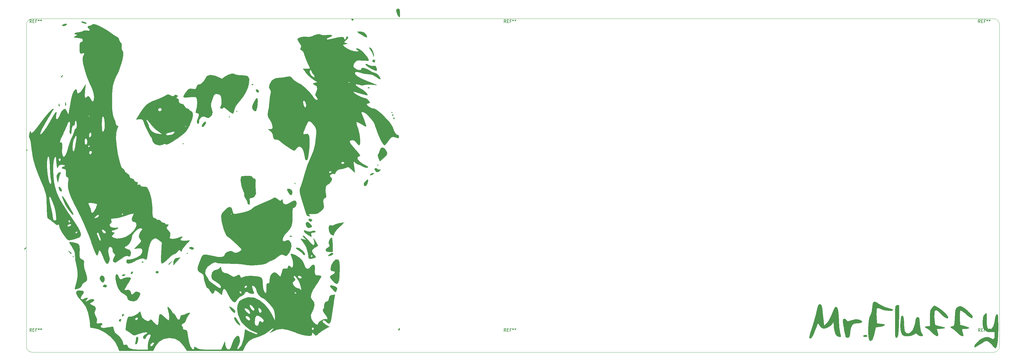
<source format=gbr>
G04 #@! TF.GenerationSoftware,KiCad,Pcbnew,(5.1.5)-3*
G04 #@! TF.CreationDate,2020-04-14T21:23:00-05:00*
G04 #@! TF.ProjectId,Without Led and Usb-c,57697468-6f75-4742-904c-656420616e64,rev?*
G04 #@! TF.SameCoordinates,Original*
G04 #@! TF.FileFunction,Legend,Top*
G04 #@! TF.FilePolarity,Positive*
%FSLAX46Y46*%
G04 Gerber Fmt 4.6, Leading zero omitted, Abs format (unit mm)*
G04 Created by KiCad (PCBNEW (5.1.5)-3) date 2020-04-14 21:23:00*
%MOMM*%
%LPD*%
G04 APERTURE LIST*
%ADD10C,0.050000*%
%ADD11C,0.010000*%
%ADD12C,0.150000*%
G04 APERTURE END LIST*
D10*
X9820000Y-147280000D02*
X9819976Y-41880000D01*
X326720000Y-39879976D02*
G75*
G02X328720024Y-41880000I0J-2000024D01*
G01*
X328720000Y-147280000D02*
G75*
G02X326720000Y-149280000I-2000000J0D01*
G01*
X11820000Y-149280000D02*
G75*
G02X9820000Y-147280000I0J2000000D01*
G01*
X9819976Y-41880000D02*
G75*
G02X11820000Y-39879976I2000024J0D01*
G01*
X11820000Y-39879976D02*
X15820000Y-39880000D01*
X326720000Y-149280000D02*
X11820000Y-149280000D01*
X328720024Y-41880000D02*
X328720000Y-147280000D01*
X15820000Y-39880000D02*
X326720000Y-39879976D01*
D11*
G36*
X316279454Y-134254378D02*
G01*
X316529906Y-134375563D01*
X317236177Y-134829840D01*
X318031236Y-135473130D01*
X318799303Y-136193079D01*
X319424598Y-136877335D01*
X319791339Y-137413542D01*
X319841579Y-137589212D01*
X319744899Y-137949339D01*
X319426633Y-137973034D01*
X318844440Y-137642578D01*
X317955981Y-136940250D01*
X317637752Y-136666885D01*
X316711761Y-135922506D01*
X316084300Y-135555236D01*
X315800782Y-135555429D01*
X315690168Y-135927406D01*
X315623080Y-136690276D01*
X315609866Y-137701225D01*
X315619035Y-138063281D01*
X315697368Y-140311053D01*
X317408566Y-140734937D01*
X318313117Y-141007725D01*
X318686858Y-141236001D01*
X318532896Y-141404846D01*
X317854339Y-141499336D01*
X317246290Y-141514211D01*
X316622503Y-141548709D01*
X316397728Y-141735037D01*
X316436953Y-142197443D01*
X316447328Y-142249474D01*
X316625447Y-142978801D01*
X316776723Y-143452632D01*
X316812718Y-143856776D01*
X316529759Y-143937162D01*
X316009940Y-143723732D01*
X315335356Y-143246424D01*
X314762076Y-142717876D01*
X314063130Y-142057186D01*
X313444630Y-141560671D01*
X313102197Y-141363016D01*
X312671542Y-141099704D01*
X312725133Y-140836387D01*
X313230908Y-140712226D01*
X313252174Y-140712106D01*
X313542373Y-140685832D01*
X313734134Y-140541342D01*
X313856880Y-140180132D01*
X313940031Y-139503699D01*
X314013008Y-138413539D01*
X314030800Y-138105264D01*
X314122745Y-136706352D01*
X314229738Y-135740353D01*
X314381466Y-135105640D01*
X314607619Y-134700588D01*
X314937887Y-134423573D01*
X315140403Y-134307160D01*
X315699984Y-134118482D01*
X316279454Y-134254378D01*
G37*
X316279454Y-134254378D02*
X316529906Y-134375563D01*
X317236177Y-134829840D01*
X318031236Y-135473130D01*
X318799303Y-136193079D01*
X319424598Y-136877335D01*
X319791339Y-137413542D01*
X319841579Y-137589212D01*
X319744899Y-137949339D01*
X319426633Y-137973034D01*
X318844440Y-137642578D01*
X317955981Y-136940250D01*
X317637752Y-136666885D01*
X316711761Y-135922506D01*
X316084300Y-135555236D01*
X315800782Y-135555429D01*
X315690168Y-135927406D01*
X315623080Y-136690276D01*
X315609866Y-137701225D01*
X315619035Y-138063281D01*
X315697368Y-140311053D01*
X317408566Y-140734937D01*
X318313117Y-141007725D01*
X318686858Y-141236001D01*
X318532896Y-141404846D01*
X317854339Y-141499336D01*
X317246290Y-141514211D01*
X316622503Y-141548709D01*
X316397728Y-141735037D01*
X316436953Y-142197443D01*
X316447328Y-142249474D01*
X316625447Y-142978801D01*
X316776723Y-143452632D01*
X316812718Y-143856776D01*
X316529759Y-143937162D01*
X316009940Y-143723732D01*
X315335356Y-143246424D01*
X314762076Y-142717876D01*
X314063130Y-142057186D01*
X313444630Y-141560671D01*
X313102197Y-141363016D01*
X312671542Y-141099704D01*
X312725133Y-140836387D01*
X313230908Y-140712226D01*
X313252174Y-140712106D01*
X313542373Y-140685832D01*
X313734134Y-140541342D01*
X313856880Y-140180132D01*
X313940031Y-139503699D01*
X314013008Y-138413539D01*
X314030800Y-138105264D01*
X314122745Y-136706352D01*
X314229738Y-135740353D01*
X314381466Y-135105640D01*
X314607619Y-134700588D01*
X314937887Y-134423573D01*
X315140403Y-134307160D01*
X315699984Y-134118482D01*
X316279454Y-134254378D01*
G36*
X308461814Y-134533146D02*
G01*
X309202177Y-135007691D01*
X310018806Y-135662518D01*
X310796887Y-136387150D01*
X311421608Y-137071107D01*
X311778159Y-137603913D01*
X311820526Y-137765079D01*
X311651651Y-138046546D01*
X311193664Y-137968319D01*
X310519521Y-137564214D01*
X309702179Y-136868046D01*
X309538560Y-136707395D01*
X308679525Y-135896613D01*
X308089191Y-135485508D01*
X307704339Y-135454506D01*
X307461751Y-135784031D01*
X307383331Y-136040030D01*
X307314734Y-136622980D01*
X307299075Y-137481506D01*
X307328385Y-138448192D01*
X307394695Y-139355626D01*
X307490036Y-140036391D01*
X307586606Y-140310466D01*
X307910213Y-140439542D01*
X308603602Y-140625138D01*
X309434852Y-140809762D01*
X310306435Y-141004071D01*
X310703080Y-141145243D01*
X310678544Y-141260297D01*
X310472369Y-141331172D01*
X309722506Y-141458884D01*
X308917710Y-141510560D01*
X308322293Y-141559219D01*
X308144944Y-141747750D01*
X308201171Y-141982106D01*
X308392581Y-142602530D01*
X308530566Y-143185264D01*
X308525785Y-143758241D01*
X308221379Y-143925504D01*
X307653987Y-143697113D01*
X306860252Y-143083128D01*
X306339474Y-142583685D01*
X305636708Y-141917058D01*
X305043642Y-141438027D01*
X304685123Y-141247074D01*
X304678472Y-141246843D01*
X304360762Y-141082162D01*
X304334210Y-140979474D01*
X304566545Y-140791746D01*
X305126336Y-140712126D01*
X305136316Y-140712106D01*
X305938421Y-140712106D01*
X305938421Y-138053331D01*
X305949393Y-136811204D01*
X305998764Y-135974483D01*
X306111214Y-135414012D01*
X306311425Y-135000636D01*
X306589853Y-134644384D01*
X307241285Y-133894211D01*
X308461814Y-134533146D01*
G37*
X308461814Y-134533146D02*
X309202177Y-135007691D01*
X310018806Y-135662518D01*
X310796887Y-136387150D01*
X311421608Y-137071107D01*
X311778159Y-137603913D01*
X311820526Y-137765079D01*
X311651651Y-138046546D01*
X311193664Y-137968319D01*
X310519521Y-137564214D01*
X309702179Y-136868046D01*
X309538560Y-136707395D01*
X308679525Y-135896613D01*
X308089191Y-135485508D01*
X307704339Y-135454506D01*
X307461751Y-135784031D01*
X307383331Y-136040030D01*
X307314734Y-136622980D01*
X307299075Y-137481506D01*
X307328385Y-138448192D01*
X307394695Y-139355626D01*
X307490036Y-140036391D01*
X307586606Y-140310466D01*
X307910213Y-140439542D01*
X308603602Y-140625138D01*
X309434852Y-140809762D01*
X310306435Y-141004071D01*
X310703080Y-141145243D01*
X310678544Y-141260297D01*
X310472369Y-141331172D01*
X309722506Y-141458884D01*
X308917710Y-141510560D01*
X308322293Y-141559219D01*
X308144944Y-141747750D01*
X308201171Y-141982106D01*
X308392581Y-142602530D01*
X308530566Y-143185264D01*
X308525785Y-143758241D01*
X308221379Y-143925504D01*
X307653987Y-143697113D01*
X306860252Y-143083128D01*
X306339474Y-142583685D01*
X305636708Y-141917058D01*
X305043642Y-141438027D01*
X304685123Y-141247074D01*
X304678472Y-141246843D01*
X304360762Y-141082162D01*
X304334210Y-140979474D01*
X304566545Y-140791746D01*
X305126336Y-140712126D01*
X305136316Y-140712106D01*
X305938421Y-140712106D01*
X305938421Y-138053331D01*
X305949393Y-136811204D01*
X305998764Y-135974483D01*
X306111214Y-135414012D01*
X306311425Y-135000636D01*
X306589853Y-134644384D01*
X307241285Y-133894211D01*
X308461814Y-134533146D01*
G36*
X297091330Y-137495151D02*
G01*
X297275874Y-138249072D01*
X297368841Y-139464206D01*
X297378981Y-140097946D01*
X297430786Y-141105890D01*
X297560930Y-141990888D01*
X297692917Y-142437420D01*
X298181384Y-142985443D01*
X298854131Y-143100511D01*
X299559436Y-142765656D01*
X299675316Y-142659120D01*
X300202089Y-141935138D01*
X300688070Y-140950195D01*
X301026690Y-139949859D01*
X301119917Y-139330289D01*
X301244722Y-138352003D01*
X301602026Y-137848721D01*
X301917056Y-137771053D01*
X302152388Y-137847711D01*
X302315975Y-138143106D01*
X302435277Y-138755376D01*
X302537755Y-139782655D01*
X302560493Y-140070500D01*
X302695970Y-141281829D01*
X302887034Y-142270063D01*
X303104480Y-142889380D01*
X303134674Y-142937359D01*
X303436009Y-143440287D01*
X303532105Y-143712649D01*
X303327055Y-143913111D01*
X302841254Y-143903313D01*
X302268725Y-143719029D01*
X301803489Y-143396033D01*
X301801183Y-143393495D01*
X301448272Y-143048348D01*
X301159839Y-143035522D01*
X300703161Y-143355016D01*
X300654214Y-143393495D01*
X299905372Y-143771206D01*
X298844622Y-143916034D01*
X298555896Y-143920527D01*
X297678894Y-143884919D01*
X297152116Y-143733629D01*
X296793299Y-143399956D01*
X296677090Y-143232976D01*
X296437146Y-142613585D01*
X296283081Y-141706467D01*
X296211836Y-140638337D01*
X296220354Y-139535911D01*
X296305577Y-138525903D01*
X296464446Y-137735028D01*
X296693904Y-137290002D01*
X296821805Y-137236316D01*
X297091330Y-137495151D01*
G37*
X297091330Y-137495151D02*
X297275874Y-138249072D01*
X297368841Y-139464206D01*
X297378981Y-140097946D01*
X297430786Y-141105890D01*
X297560930Y-141990888D01*
X297692917Y-142437420D01*
X298181384Y-142985443D01*
X298854131Y-143100511D01*
X299559436Y-142765656D01*
X299675316Y-142659120D01*
X300202089Y-141935138D01*
X300688070Y-140950195D01*
X301026690Y-139949859D01*
X301119917Y-139330289D01*
X301244722Y-138352003D01*
X301602026Y-137848721D01*
X301917056Y-137771053D01*
X302152388Y-137847711D01*
X302315975Y-138143106D01*
X302435277Y-138755376D01*
X302537755Y-139782655D01*
X302560493Y-140070500D01*
X302695970Y-141281829D01*
X302887034Y-142270063D01*
X303104480Y-142889380D01*
X303134674Y-142937359D01*
X303436009Y-143440287D01*
X303532105Y-143712649D01*
X303327055Y-143913111D01*
X302841254Y-143903313D01*
X302268725Y-143719029D01*
X301803489Y-143396033D01*
X301801183Y-143393495D01*
X301448272Y-143048348D01*
X301159839Y-143035522D01*
X300703161Y-143355016D01*
X300654214Y-143393495D01*
X299905372Y-143771206D01*
X298844622Y-143916034D01*
X298555896Y-143920527D01*
X297678894Y-143884919D01*
X297152116Y-143733629D01*
X296793299Y-143399956D01*
X296677090Y-143232976D01*
X296437146Y-142613585D01*
X296283081Y-141706467D01*
X296211836Y-140638337D01*
X296220354Y-139535911D01*
X296305577Y-138525903D01*
X296464446Y-137735028D01*
X296693904Y-137290002D01*
X296821805Y-137236316D01*
X297091330Y-137495151D01*
G36*
X285016842Y-143581140D02*
G01*
X285342201Y-143824305D01*
X285218856Y-144068951D01*
X284717046Y-144187560D01*
X284682631Y-144187895D01*
X284180017Y-144106104D01*
X284014210Y-143949132D01*
X284234791Y-143648164D01*
X284724588Y-143531706D01*
X285016842Y-143581140D01*
G37*
X285016842Y-143581140D02*
X285342201Y-143824305D01*
X285218856Y-144068951D01*
X284717046Y-144187560D01*
X284682631Y-144187895D01*
X284180017Y-144106104D01*
X284014210Y-143949132D01*
X284234791Y-143648164D01*
X284724588Y-143531706D01*
X285016842Y-143581140D01*
G36*
X295506128Y-133777691D02*
G01*
X295644349Y-133877295D01*
X295733889Y-134131505D01*
X295780543Y-134612486D01*
X295790103Y-135392406D01*
X295768365Y-136543429D01*
X295721120Y-138137723D01*
X295705175Y-138640000D01*
X295637114Y-140565280D01*
X295565528Y-142019556D01*
X295480654Y-143066525D01*
X295372733Y-143769884D01*
X295232002Y-144193329D01*
X295048702Y-144400556D01*
X294814026Y-144455264D01*
X294679299Y-144368399D01*
X294580133Y-144064847D01*
X294511654Y-143480171D01*
X294468988Y-142549936D01*
X294447263Y-141209704D01*
X294441579Y-139530815D01*
X294450090Y-137938274D01*
X294473737Y-136513279D01*
X294509690Y-135349051D01*
X294555121Y-134538815D01*
X294603868Y-134183447D01*
X294973711Y-133835859D01*
X295313433Y-133760527D01*
X295506128Y-133777691D01*
G37*
X295506128Y-133777691D02*
X295644349Y-133877295D01*
X295733889Y-134131505D01*
X295780543Y-134612486D01*
X295790103Y-135392406D01*
X295768365Y-136543429D01*
X295721120Y-138137723D01*
X295705175Y-138640000D01*
X295637114Y-140565280D01*
X295565528Y-142019556D01*
X295480654Y-143066525D01*
X295372733Y-143769884D01*
X295232002Y-144193329D01*
X295048702Y-144400556D01*
X294814026Y-144455264D01*
X294679299Y-144368399D01*
X294580133Y-144064847D01*
X294511654Y-143480171D01*
X294468988Y-142549936D01*
X294447263Y-141209704D01*
X294441579Y-139530815D01*
X294450090Y-137938274D01*
X294473737Y-136513279D01*
X294509690Y-135349051D01*
X294555121Y-134538815D01*
X294603868Y-134183447D01*
X294973711Y-133835859D01*
X295313433Y-133760527D01*
X295506128Y-133777691D01*
G36*
X278445980Y-138640294D02*
G01*
X278724299Y-138970920D01*
X279003251Y-139093145D01*
X279448861Y-139016020D01*
X280227153Y-138748594D01*
X280254210Y-138738864D01*
X281638277Y-138419878D01*
X282771255Y-138539203D01*
X283408192Y-138892316D01*
X283639841Y-139254504D01*
X283375840Y-139511733D01*
X282648960Y-139640983D01*
X282327378Y-139651527D01*
X281222526Y-139796098D01*
X280462756Y-140251150D01*
X279991791Y-141079558D01*
X279753355Y-142344198D01*
X279736316Y-142546397D01*
X279644164Y-143507958D01*
X279518505Y-144057412D01*
X279312523Y-144317224D01*
X279026281Y-144403711D01*
X278503499Y-144371259D01*
X278299560Y-144242538D01*
X278195261Y-143890525D01*
X278033062Y-143133514D01*
X277837986Y-142094778D01*
X277694740Y-141262854D01*
X277496705Y-140008026D01*
X277399368Y-139178721D01*
X277400216Y-138675782D01*
X277496734Y-138400051D01*
X277619356Y-138289454D01*
X278045910Y-138264229D01*
X278445980Y-138640294D01*
G37*
X278445980Y-138640294D02*
X278724299Y-138970920D01*
X279003251Y-139093145D01*
X279448861Y-139016020D01*
X280227153Y-138748594D01*
X280254210Y-138738864D01*
X281638277Y-138419878D01*
X282771255Y-138539203D01*
X283408192Y-138892316D01*
X283639841Y-139254504D01*
X283375840Y-139511733D01*
X282648960Y-139640983D01*
X282327378Y-139651527D01*
X281222526Y-139796098D01*
X280462756Y-140251150D01*
X279991791Y-141079558D01*
X279753355Y-142344198D01*
X279736316Y-142546397D01*
X279644164Y-143507958D01*
X279518505Y-144057412D01*
X279312523Y-144317224D01*
X279026281Y-144403711D01*
X278503499Y-144371259D01*
X278299560Y-144242538D01*
X278195261Y-143890525D01*
X278033062Y-143133514D01*
X277837986Y-142094778D01*
X277694740Y-141262854D01*
X277496705Y-140008026D01*
X277399368Y-139178721D01*
X277400216Y-138675782D01*
X277496734Y-138400051D01*
X277619356Y-138289454D01*
X278045910Y-138264229D01*
X278445980Y-138640294D01*
G36*
X270083930Y-133546773D02*
G01*
X270274062Y-133764970D01*
X270425870Y-134233781D01*
X270564341Y-135039238D01*
X270714459Y-136267372D01*
X270762294Y-136701579D01*
X270882723Y-137760634D01*
X271021135Y-138912759D01*
X271057304Y-139202098D01*
X271221497Y-140499459D01*
X271897800Y-139870519D01*
X272441344Y-139274479D01*
X272809160Y-138714177D01*
X272812466Y-138706843D01*
X273122591Y-138071471D01*
X273287850Y-137771053D01*
X273569324Y-137219013D01*
X273935461Y-136353431D01*
X274399526Y-135151840D01*
X274775557Y-134499323D01*
X275173274Y-134358727D01*
X275529580Y-134714000D01*
X275773155Y-135501300D01*
X275866256Y-136282126D01*
X275941639Y-137384876D01*
X275985524Y-138596750D01*
X275989394Y-138840527D01*
X276088335Y-140920027D01*
X276325791Y-142595005D01*
X276656688Y-143720000D01*
X276699610Y-144066189D01*
X276348597Y-144183181D01*
X276161611Y-144187895D01*
X275439622Y-143952043D01*
X274910643Y-143237921D01*
X274569271Y-142035677D01*
X274451905Y-141071643D01*
X274309082Y-139292365D01*
X273794162Y-139999237D01*
X273056552Y-140717097D01*
X272126233Y-141229343D01*
X271200883Y-141443509D01*
X270786376Y-141406150D01*
X270188951Y-141044728D01*
X269679666Y-140389096D01*
X269671764Y-140374022D01*
X269360272Y-139883072D01*
X269145976Y-139741331D01*
X269117961Y-139776316D01*
X268981348Y-140132474D01*
X268704380Y-140859455D01*
X268336247Y-141828064D01*
X268151833Y-142313925D01*
X267613013Y-143600354D01*
X267161982Y-144392955D01*
X266829193Y-144673003D01*
X266436706Y-144569768D01*
X266367895Y-144356396D01*
X266448071Y-143934018D01*
X266662759Y-143143697D01*
X266973191Y-142123376D01*
X267143561Y-141596265D01*
X267563854Y-140258410D01*
X267978561Y-138835278D01*
X268310835Y-137592708D01*
X268365235Y-137370000D01*
X268724144Y-135876428D01*
X268990710Y-134825764D01*
X269194332Y-134140224D01*
X269364409Y-133742023D01*
X269530339Y-133553376D01*
X269721522Y-133496496D01*
X269830488Y-133493158D01*
X270083930Y-133546773D01*
G37*
X270083930Y-133546773D02*
X270274062Y-133764970D01*
X270425870Y-134233781D01*
X270564341Y-135039238D01*
X270714459Y-136267372D01*
X270762294Y-136701579D01*
X270882723Y-137760634D01*
X271021135Y-138912759D01*
X271057304Y-139202098D01*
X271221497Y-140499459D01*
X271897800Y-139870519D01*
X272441344Y-139274479D01*
X272809160Y-138714177D01*
X272812466Y-138706843D01*
X273122591Y-138071471D01*
X273287850Y-137771053D01*
X273569324Y-137219013D01*
X273935461Y-136353431D01*
X274399526Y-135151840D01*
X274775557Y-134499323D01*
X275173274Y-134358727D01*
X275529580Y-134714000D01*
X275773155Y-135501300D01*
X275866256Y-136282126D01*
X275941639Y-137384876D01*
X275985524Y-138596750D01*
X275989394Y-138840527D01*
X276088335Y-140920027D01*
X276325791Y-142595005D01*
X276656688Y-143720000D01*
X276699610Y-144066189D01*
X276348597Y-144183181D01*
X276161611Y-144187895D01*
X275439622Y-143952043D01*
X274910643Y-143237921D01*
X274569271Y-142035677D01*
X274451905Y-141071643D01*
X274309082Y-139292365D01*
X273794162Y-139999237D01*
X273056552Y-140717097D01*
X272126233Y-141229343D01*
X271200883Y-141443509D01*
X270786376Y-141406150D01*
X270188951Y-141044728D01*
X269679666Y-140389096D01*
X269671764Y-140374022D01*
X269360272Y-139883072D01*
X269145976Y-139741331D01*
X269117961Y-139776316D01*
X268981348Y-140132474D01*
X268704380Y-140859455D01*
X268336247Y-141828064D01*
X268151833Y-142313925D01*
X267613013Y-143600354D01*
X267161982Y-144392955D01*
X266829193Y-144673003D01*
X266436706Y-144569768D01*
X266367895Y-144356396D01*
X266448071Y-143934018D01*
X266662759Y-143143697D01*
X266973191Y-142123376D01*
X267143561Y-141596265D01*
X267563854Y-140258410D01*
X267978561Y-138835278D01*
X268310835Y-137592708D01*
X268365235Y-137370000D01*
X268724144Y-135876428D01*
X268990710Y-134825764D01*
X269194332Y-134140224D01*
X269364409Y-133742023D01*
X269530339Y-133553376D01*
X269721522Y-133496496D01*
X269830488Y-133493158D01*
X270083930Y-133546773D01*
G36*
X288281220Y-132849891D02*
G01*
X288896800Y-133223431D01*
X289899580Y-133847660D01*
X291184314Y-134424415D01*
X292501487Y-134847210D01*
X292911641Y-134936831D01*
X293513207Y-135112303D01*
X293775020Y-135319914D01*
X293764809Y-135378246D01*
X293362789Y-135579076D01*
X292607807Y-135628059D01*
X291655900Y-135537252D01*
X290663102Y-135318712D01*
X290008086Y-135087975D01*
X289214077Y-134808474D01*
X288654219Y-134727936D01*
X288504365Y-134778162D01*
X288407972Y-135135109D01*
X288349480Y-135890114D01*
X288337013Y-136907327D01*
X288347919Y-137394397D01*
X288425789Y-139776316D01*
X289873939Y-139910000D01*
X290682409Y-140001556D01*
X291039274Y-140107655D01*
X291027001Y-140269490D01*
X290876424Y-140410754D01*
X290334284Y-140672920D01*
X289534728Y-140872543D01*
X289294590Y-140906314D01*
X288158421Y-141034803D01*
X287700984Y-142905563D01*
X287431679Y-143887159D01*
X287158758Y-144688676D01*
X286939676Y-145142171D01*
X286932983Y-145150530D01*
X286472419Y-145520515D01*
X286116594Y-145382716D01*
X285857383Y-144729435D01*
X285735828Y-144016518D01*
X285652380Y-142862995D01*
X285651732Y-141548515D01*
X285722592Y-140204090D01*
X285853667Y-138960735D01*
X286033663Y-137949463D01*
X286251290Y-137301289D01*
X286323753Y-137195530D01*
X286609567Y-136650845D01*
X286821483Y-135845807D01*
X286857971Y-135586016D01*
X287006807Y-134303412D01*
X287140775Y-133463243D01*
X287287281Y-132974882D01*
X287473732Y-132747700D01*
X287727534Y-132691068D01*
X287733427Y-132691053D01*
X288281220Y-132849891D01*
G37*
X288281220Y-132849891D02*
X288896800Y-133223431D01*
X289899580Y-133847660D01*
X291184314Y-134424415D01*
X292501487Y-134847210D01*
X292911641Y-134936831D01*
X293513207Y-135112303D01*
X293775020Y-135319914D01*
X293764809Y-135378246D01*
X293362789Y-135579076D01*
X292607807Y-135628059D01*
X291655900Y-135537252D01*
X290663102Y-135318712D01*
X290008086Y-135087975D01*
X289214077Y-134808474D01*
X288654219Y-134727936D01*
X288504365Y-134778162D01*
X288407972Y-135135109D01*
X288349480Y-135890114D01*
X288337013Y-136907327D01*
X288347919Y-137394397D01*
X288425789Y-139776316D01*
X289873939Y-139910000D01*
X290682409Y-140001556D01*
X291039274Y-140107655D01*
X291027001Y-140269490D01*
X290876424Y-140410754D01*
X290334284Y-140672920D01*
X289534728Y-140872543D01*
X289294590Y-140906314D01*
X288158421Y-141034803D01*
X287700984Y-142905563D01*
X287431679Y-143887159D01*
X287158758Y-144688676D01*
X286939676Y-145142171D01*
X286932983Y-145150530D01*
X286472419Y-145520515D01*
X286116594Y-145382716D01*
X285857383Y-144729435D01*
X285735828Y-144016518D01*
X285652380Y-142862995D01*
X285651732Y-141548515D01*
X285722592Y-140204090D01*
X285853667Y-138960735D01*
X286033663Y-137949463D01*
X286251290Y-137301289D01*
X286323753Y-137195530D01*
X286609567Y-136650845D01*
X286821483Y-135845807D01*
X286857971Y-135586016D01*
X287006807Y-134303412D01*
X287140775Y-133463243D01*
X287287281Y-132974882D01*
X287473732Y-132747700D01*
X287727534Y-132691068D01*
X287733427Y-132691053D01*
X288281220Y-132849891D01*
G36*
X324454899Y-136679579D02*
G01*
X324480940Y-137330847D01*
X324458528Y-138260765D01*
X324444393Y-138531096D01*
X324429567Y-140028617D01*
X324593301Y-141049087D01*
X324944673Y-141622623D01*
X325424284Y-141781579D01*
X326096985Y-141526090D01*
X326628956Y-140778922D01*
X327001487Y-139569027D01*
X327058724Y-139252655D01*
X327279681Y-138018406D01*
X327476113Y-137242031D01*
X327674878Y-136849138D01*
X327902840Y-136765339D01*
X327952162Y-136778389D01*
X328078248Y-137010589D01*
X328165079Y-137634022D01*
X328215101Y-138688857D01*
X328230757Y-140215267D01*
X328225596Y-141271528D01*
X328182333Y-143518162D01*
X328093516Y-145262957D01*
X327955280Y-146537185D01*
X327763759Y-147372116D01*
X327515088Y-147799022D01*
X327411250Y-147858706D01*
X327082740Y-147725555D01*
X326602042Y-147272591D01*
X326374494Y-146995940D01*
X325760463Y-146310458D01*
X325126353Y-145777406D01*
X324961525Y-145677216D01*
X324590442Y-145524068D01*
X324223621Y-145527690D01*
X323736471Y-145730768D01*
X323004402Y-146175989D01*
X322460330Y-146534151D01*
X321601550Y-147073266D01*
X320915187Y-147444690D01*
X320515875Y-147588442D01*
X320467670Y-147576793D01*
X320451024Y-147221011D01*
X320760333Y-146655656D01*
X321296933Y-145996183D01*
X321962158Y-145358042D01*
X322657344Y-144856688D01*
X322900747Y-144729724D01*
X323921720Y-144330118D01*
X324687635Y-144227332D01*
X325381981Y-144412217D01*
X325723684Y-144588948D01*
X326451409Y-144931445D01*
X326860876Y-144880444D01*
X327034722Y-144386364D01*
X327060526Y-143786843D01*
X327060526Y-142583685D01*
X325770290Y-142583685D01*
X324863733Y-142517737D01*
X324249414Y-142264733D01*
X323831869Y-141892999D01*
X323473996Y-141432765D01*
X323276889Y-140902386D01*
X323196002Y-140128896D01*
X323184650Y-139380001D01*
X323224741Y-138276231D01*
X323364871Y-137553401D01*
X323636967Y-137062073D01*
X323693984Y-136995950D01*
X324121637Y-136586918D01*
X324384065Y-136434211D01*
X324454899Y-136679579D01*
G37*
X324454899Y-136679579D02*
X324480940Y-137330847D01*
X324458528Y-138260765D01*
X324444393Y-138531096D01*
X324429567Y-140028617D01*
X324593301Y-141049087D01*
X324944673Y-141622623D01*
X325424284Y-141781579D01*
X326096985Y-141526090D01*
X326628956Y-140778922D01*
X327001487Y-139569027D01*
X327058724Y-139252655D01*
X327279681Y-138018406D01*
X327476113Y-137242031D01*
X327674878Y-136849138D01*
X327902840Y-136765339D01*
X327952162Y-136778389D01*
X328078248Y-137010589D01*
X328165079Y-137634022D01*
X328215101Y-138688857D01*
X328230757Y-140215267D01*
X328225596Y-141271528D01*
X328182333Y-143518162D01*
X328093516Y-145262957D01*
X327955280Y-146537185D01*
X327763759Y-147372116D01*
X327515088Y-147799022D01*
X327411250Y-147858706D01*
X327082740Y-147725555D01*
X326602042Y-147272591D01*
X326374494Y-146995940D01*
X325760463Y-146310458D01*
X325126353Y-145777406D01*
X324961525Y-145677216D01*
X324590442Y-145524068D01*
X324223621Y-145527690D01*
X323736471Y-145730768D01*
X323004402Y-146175989D01*
X322460330Y-146534151D01*
X321601550Y-147073266D01*
X320915187Y-147444690D01*
X320515875Y-147588442D01*
X320467670Y-147576793D01*
X320451024Y-147221011D01*
X320760333Y-146655656D01*
X321296933Y-145996183D01*
X321962158Y-145358042D01*
X322657344Y-144856688D01*
X322900747Y-144729724D01*
X323921720Y-144330118D01*
X324687635Y-144227332D01*
X325381981Y-144412217D01*
X325723684Y-144588948D01*
X326451409Y-144931445D01*
X326860876Y-144880444D01*
X327034722Y-144386364D01*
X327060526Y-143786843D01*
X327060526Y-142583685D01*
X325770290Y-142583685D01*
X324863733Y-142517737D01*
X324249414Y-142264733D01*
X323831869Y-141892999D01*
X323473996Y-141432765D01*
X323276889Y-140902386D01*
X323196002Y-140128896D01*
X323184650Y-139380001D01*
X323224741Y-138276231D01*
X323364871Y-137553401D01*
X323636967Y-137062073D01*
X323693984Y-136995950D01*
X324121637Y-136586918D01*
X324384065Y-136434211D01*
X324454899Y-136679579D01*
G36*
X132048178Y-36807582D02*
G01*
X132191586Y-37647550D01*
X132197222Y-37957222D01*
X132160069Y-38841297D01*
X132067268Y-39332609D01*
X132029893Y-39368333D01*
X131773110Y-39089245D01*
X131366081Y-38406622D01*
X131309920Y-38299639D01*
X130956105Y-37290477D01*
X131141458Y-36699580D01*
X131688875Y-36546111D01*
X132048178Y-36807582D01*
G37*
X132048178Y-36807582D02*
X132191586Y-37647550D01*
X132197222Y-37957222D01*
X132160069Y-38841297D01*
X132067268Y-39332609D01*
X132029893Y-39368333D01*
X131773110Y-39089245D01*
X131366081Y-38406622D01*
X131309920Y-38299639D01*
X130956105Y-37290477D01*
X131141458Y-36699580D01*
X131688875Y-36546111D01*
X132048178Y-36807582D01*
G36*
X116675000Y-39897499D02*
G01*
X117011544Y-40214508D01*
X117027778Y-40271097D01*
X116754837Y-40422622D01*
X116675000Y-40426666D01*
X116335779Y-40155467D01*
X116322222Y-40053069D01*
X116538347Y-39842377D01*
X116675000Y-39897499D01*
G37*
X116675000Y-39897499D02*
X117011544Y-40214508D01*
X117027778Y-40271097D01*
X116754837Y-40422622D01*
X116675000Y-40426666D01*
X116335779Y-40155467D01*
X116322222Y-40053069D01*
X116538347Y-39842377D01*
X116675000Y-39897499D01*
G36*
X28882859Y-40974854D02*
G01*
X29186111Y-41132222D01*
X29537305Y-41407131D01*
X29274334Y-41473615D01*
X29186111Y-41474195D01*
X28431029Y-41289590D01*
X28127778Y-41132222D01*
X27776584Y-40857312D01*
X28039555Y-40790828D01*
X28127778Y-40790248D01*
X28882859Y-40974854D01*
G37*
X28882859Y-40974854D02*
X29186111Y-41132222D01*
X29537305Y-41407131D01*
X29274334Y-41473615D01*
X29186111Y-41474195D01*
X28431029Y-41289590D01*
X28127778Y-41132222D01*
X27776584Y-40857312D01*
X28039555Y-40790828D01*
X28127778Y-40790248D01*
X28882859Y-40974854D01*
G36*
X23048245Y-41768545D02*
G01*
X23012500Y-41837777D01*
X22521107Y-42119595D01*
X22021541Y-42185153D01*
X21518288Y-42129071D01*
X21659090Y-41917794D01*
X21777778Y-41837777D01*
X22433358Y-41546919D01*
X22933096Y-41523841D01*
X23048245Y-41768545D01*
G37*
X23048245Y-41768545D02*
X23012500Y-41837777D01*
X22521107Y-42119595D01*
X22021541Y-42185153D01*
X21518288Y-42129071D01*
X21659090Y-41917794D01*
X21777778Y-41837777D01*
X22433358Y-41546919D01*
X22933096Y-41523841D01*
X23048245Y-41768545D01*
G36*
X119127024Y-44082567D02*
G01*
X119330179Y-44099808D01*
X120381063Y-44338654D01*
X121017837Y-44915584D01*
X121151398Y-45145409D01*
X121424865Y-45771259D01*
X121325636Y-45985955D01*
X120783253Y-45793514D01*
X119771161Y-45224064D01*
X118733245Y-44581809D01*
X118294859Y-44215569D01*
X118433590Y-44068202D01*
X119127024Y-44082567D01*
G37*
X119127024Y-44082567D02*
X119330179Y-44099808D01*
X120381063Y-44338654D01*
X121017837Y-44915584D01*
X121151398Y-45145409D01*
X121424865Y-45771259D01*
X121325636Y-45985955D01*
X120783253Y-45793514D01*
X119771161Y-45224064D01*
X118733245Y-44581809D01*
X118294859Y-44215569D01*
X118433590Y-44068202D01*
X119127024Y-44082567D01*
G36*
X122341592Y-49308941D02*
G01*
X122915274Y-49791619D01*
X123400638Y-50654472D01*
X123644088Y-51575147D01*
X123619060Y-51989988D01*
X123491421Y-52318631D01*
X123426197Y-51974092D01*
X123418700Y-51851325D01*
X123177245Y-51066453D01*
X122647082Y-50177190D01*
X122606175Y-50124216D01*
X122180202Y-49481913D01*
X122257573Y-49288846D01*
X122341592Y-49308941D01*
G37*
X122341592Y-49308941D02*
X122915274Y-49791619D01*
X123400638Y-50654472D01*
X123644088Y-51575147D01*
X123619060Y-51989988D01*
X123491421Y-52318631D01*
X123426197Y-51974092D01*
X123418700Y-51851325D01*
X123177245Y-51066453D01*
X122647082Y-50177190D01*
X122606175Y-50124216D01*
X122180202Y-49481913D01*
X122257573Y-49288846D01*
X122341592Y-49308941D01*
G36*
X124009856Y-53407091D02*
G01*
X124083333Y-53666905D01*
X123861846Y-54132557D01*
X123413550Y-54081243D01*
X123224235Y-53869187D01*
X123318155Y-53495569D01*
X123556193Y-53351093D01*
X124009856Y-53407091D01*
G37*
X124009856Y-53407091D02*
X124083333Y-53666905D01*
X123861846Y-54132557D01*
X123413550Y-54081243D01*
X123224235Y-53869187D01*
X123318155Y-53495569D01*
X123556193Y-53351093D01*
X124009856Y-53407091D01*
G36*
X121733030Y-54947698D02*
G01*
X121873445Y-55018737D01*
X122813731Y-55343827D01*
X123622311Y-55373812D01*
X123629845Y-55371886D01*
X124198796Y-55390854D01*
X124484993Y-55944848D01*
X124516921Y-56096334D01*
X124596742Y-56698453D01*
X124455885Y-56938992D01*
X123973768Y-56822711D01*
X123029807Y-56354369D01*
X122681271Y-56168794D01*
X121747719Y-55604508D01*
X121114607Y-55100338D01*
X120971863Y-54904756D01*
X121089803Y-54711661D01*
X121733030Y-54947698D01*
G37*
X121733030Y-54947698D02*
X121873445Y-55018737D01*
X122813731Y-55343827D01*
X123622311Y-55373812D01*
X123629845Y-55371886D01*
X124198796Y-55390854D01*
X124484993Y-55944848D01*
X124516921Y-56096334D01*
X124596742Y-56698453D01*
X124455885Y-56938992D01*
X123973768Y-56822711D01*
X123029807Y-56354369D01*
X122681271Y-56168794D01*
X121747719Y-55604508D01*
X121114607Y-55100338D01*
X120971863Y-54904756D01*
X121089803Y-54711661D01*
X121733030Y-54947698D01*
G36*
X21667098Y-58646209D02*
G01*
X21601389Y-58771111D01*
X21268997Y-59108014D01*
X21206971Y-59123888D01*
X21182902Y-58896012D01*
X21248611Y-58771111D01*
X21581003Y-58434207D01*
X21643029Y-58418333D01*
X21667098Y-58646209D01*
G37*
X21667098Y-58646209D02*
X21601389Y-58771111D01*
X21268997Y-59108014D01*
X21206971Y-59123888D01*
X21182902Y-58896012D01*
X21248611Y-58771111D01*
X21581003Y-58434207D01*
X21643029Y-58418333D01*
X21667098Y-58646209D01*
G36*
X84101852Y-61358148D02*
G01*
X84053426Y-61567874D01*
X83866667Y-61593333D01*
X83576291Y-61464257D01*
X83631481Y-61358148D01*
X84050146Y-61315927D01*
X84101852Y-61358148D01*
G37*
X84101852Y-61358148D02*
X84053426Y-61567874D01*
X83866667Y-61593333D01*
X83576291Y-61464257D01*
X83631481Y-61358148D01*
X84050146Y-61315927D01*
X84101852Y-61358148D01*
G36*
X122201852Y-62416481D02*
G01*
X122153426Y-62626207D01*
X121966667Y-62651666D01*
X121676291Y-62522590D01*
X121731481Y-62416481D01*
X122150146Y-62374260D01*
X122201852Y-62416481D01*
G37*
X122201852Y-62416481D02*
X122153426Y-62626207D01*
X121966667Y-62651666D01*
X121676291Y-62522590D01*
X121731481Y-62416481D01*
X122150146Y-62374260D01*
X122201852Y-62416481D01*
G36*
X85876911Y-63431730D02*
G01*
X85983333Y-63730819D01*
X85761365Y-64041399D01*
X85315048Y-63930998D01*
X85086883Y-63686529D01*
X84991612Y-63211442D01*
X85042593Y-63122037D01*
X85455206Y-63095437D01*
X85876911Y-63431730D01*
G37*
X85876911Y-63431730D02*
X85983333Y-63730819D01*
X85761365Y-64041399D01*
X85315048Y-63930998D01*
X85086883Y-63686529D01*
X84991612Y-63211442D01*
X85042593Y-63122037D01*
X85455206Y-63095437D01*
X85876911Y-63431730D01*
G36*
X22710348Y-67272030D02*
G01*
X22727805Y-67332686D01*
X22779450Y-68101145D01*
X22714733Y-68391019D01*
X22598921Y-68402746D01*
X22551622Y-67850488D01*
X22552107Y-67766944D01*
X22602976Y-67219802D01*
X22710348Y-67272030D01*
G37*
X22710348Y-67272030D02*
X22727805Y-67332686D01*
X22779450Y-68101145D01*
X22714733Y-68391019D01*
X22598921Y-68402746D01*
X22551622Y-67850488D01*
X22552107Y-67766944D01*
X22602976Y-67219802D01*
X22710348Y-67272030D01*
G36*
X20607654Y-67877187D02*
G01*
X20649710Y-68428536D01*
X20579803Y-68553344D01*
X20419461Y-68448133D01*
X20394517Y-68090324D01*
X20480673Y-67713898D01*
X20607654Y-67877187D01*
G37*
X20607654Y-67877187D02*
X20649710Y-68428536D01*
X20579803Y-68553344D01*
X20419461Y-68448133D01*
X20394517Y-68090324D01*
X20480673Y-67713898D01*
X20607654Y-67877187D01*
G36*
X85552173Y-66134933D02*
G01*
X85593664Y-66909089D01*
X85535672Y-67923166D01*
X85397633Y-68951199D01*
X85198987Y-69767218D01*
X85023968Y-70102143D01*
X84592869Y-70189537D01*
X84109107Y-69694468D01*
X83808609Y-69161814D01*
X83792387Y-68635548D01*
X84083122Y-67859746D01*
X84314965Y-67371684D01*
X84812727Y-66473185D01*
X85239304Y-65916006D01*
X85391759Y-65826666D01*
X85552173Y-66134933D01*
G37*
X85552173Y-66134933D02*
X85593664Y-66909089D01*
X85535672Y-67923166D01*
X85397633Y-68951199D01*
X85198987Y-69767218D01*
X85023968Y-70102143D01*
X84592869Y-70189537D01*
X84109107Y-69694468D01*
X83808609Y-69161814D01*
X83792387Y-68635548D01*
X84083122Y-67859746D01*
X84314965Y-67371684D01*
X84812727Y-66473185D01*
X85239304Y-65916006D01*
X85391759Y-65826666D01*
X85552173Y-66134933D01*
G36*
X78927778Y-70236388D02*
G01*
X78751389Y-70412777D01*
X78575000Y-70236388D01*
X78751389Y-70060000D01*
X78927778Y-70236388D01*
G37*
X78927778Y-70236388D02*
X78751389Y-70412777D01*
X78575000Y-70236388D01*
X78751389Y-70060000D01*
X78927778Y-70236388D01*
G36*
X129727778Y-70589166D02*
G01*
X129551389Y-70765555D01*
X129375000Y-70589166D01*
X129551389Y-70412777D01*
X129727778Y-70589166D01*
G37*
X129727778Y-70589166D02*
X129551389Y-70765555D01*
X129375000Y-70589166D01*
X129551389Y-70412777D01*
X129727778Y-70589166D01*
G36*
X129962963Y-71235925D02*
G01*
X130005184Y-71654590D01*
X129962963Y-71706296D01*
X129753237Y-71657870D01*
X129727778Y-71471111D01*
X129856854Y-71180735D01*
X129962963Y-71235925D01*
G37*
X129962963Y-71235925D02*
X130005184Y-71654590D01*
X129962963Y-71706296D01*
X129753237Y-71657870D01*
X129727778Y-71471111D01*
X129856854Y-71180735D01*
X129962963Y-71235925D01*
G36*
X76458333Y-72000277D02*
G01*
X76281944Y-72176666D01*
X76105556Y-72000277D01*
X76281944Y-71823888D01*
X76458333Y-72000277D01*
G37*
X76458333Y-72000277D02*
X76281944Y-72176666D01*
X76105556Y-72000277D01*
X76281944Y-71823888D01*
X76458333Y-72000277D01*
G36*
X130315741Y-72294259D02*
G01*
X130357961Y-72712923D01*
X130315741Y-72764629D01*
X130106015Y-72716203D01*
X130080556Y-72529444D01*
X130209631Y-72239068D01*
X130315741Y-72294259D01*
G37*
X130315741Y-72294259D02*
X130357961Y-72712923D01*
X130315741Y-72764629D01*
X130106015Y-72716203D01*
X130080556Y-72529444D01*
X130209631Y-72239068D01*
X130315741Y-72294259D01*
G36*
X77815003Y-57870479D02*
G01*
X78028167Y-58036971D01*
X78488383Y-58252809D01*
X79410923Y-58391048D01*
X80112764Y-58418333D01*
X81246058Y-58494819D01*
X82110744Y-58690292D01*
X82385000Y-58841666D01*
X82778133Y-59698638D01*
X82766869Y-60946076D01*
X82400812Y-62434361D01*
X81729563Y-64013871D01*
X80802725Y-65534987D01*
X79759317Y-66761710D01*
X78569323Y-68203840D01*
X78028411Y-69499634D01*
X77806086Y-70378037D01*
X77566458Y-70900210D01*
X77527674Y-70935141D01*
X77138343Y-70814963D01*
X76412945Y-70334191D01*
X75803777Y-69845421D01*
X75009878Y-69227227D01*
X74478875Y-68931257D01*
X74341667Y-68974177D01*
X74056372Y-69311376D01*
X73812500Y-69354444D01*
X73328662Y-69156282D01*
X73430563Y-68646681D01*
X73577892Y-68454861D01*
X73722186Y-67928848D01*
X73751692Y-66978077D01*
X73718580Y-66441788D01*
X73564069Y-65380866D01*
X73283438Y-64822742D01*
X72771445Y-64564970D01*
X72738516Y-64556493D01*
X72005099Y-64462438D01*
X71486766Y-64703653D01*
X71057419Y-65400361D01*
X70624200Y-66572263D01*
X70283227Y-67801003D01*
X70244787Y-68651246D01*
X70420838Y-69230546D01*
X70786326Y-70499466D01*
X70556192Y-71483341D01*
X70154077Y-71958880D01*
X69541337Y-72348341D01*
X68868490Y-72260663D01*
X68568010Y-72133972D01*
X67793327Y-71900824D01*
X67183818Y-72143603D01*
X66913057Y-72371405D01*
X66414670Y-73087525D01*
X66349431Y-73662100D01*
X66311088Y-74207620D01*
X65960634Y-74232108D01*
X65705014Y-73950915D01*
X65709532Y-73434408D01*
X66001846Y-72628312D01*
X66051389Y-72529444D01*
X66410655Y-71511886D01*
X66220585Y-70922069D01*
X65640048Y-70765555D01*
X65271449Y-70582060D01*
X65361847Y-70148194D01*
X65718408Y-68842493D01*
X65834010Y-67356764D01*
X65718624Y-66309974D01*
X65558156Y-65811639D01*
X65277544Y-65550367D01*
X64700277Y-65473453D01*
X63649845Y-65528192D01*
X63215206Y-65562476D01*
X61950565Y-65647987D01*
X61325618Y-65571580D01*
X61276223Y-65220552D01*
X61738239Y-64482203D01*
X62223801Y-63820523D01*
X62863284Y-63087027D01*
X63479941Y-62832274D01*
X64240543Y-62888773D01*
X65066306Y-62954336D01*
X65467746Y-62697519D01*
X65661075Y-62146460D01*
X65942041Y-61542186D01*
X66260350Y-61437075D01*
X66776362Y-61390581D01*
X67445144Y-60903760D01*
X68071259Y-60149932D01*
X68378604Y-59558534D01*
X69036400Y-58662445D01*
X70100387Y-58338994D01*
X71562395Y-58589755D01*
X72190997Y-58823564D01*
X73948074Y-59553773D01*
X74960138Y-58833120D01*
X76065817Y-58192800D01*
X77079489Y-57855818D01*
X77815003Y-57870479D01*
G37*
X77815003Y-57870479D02*
X78028167Y-58036971D01*
X78488383Y-58252809D01*
X79410923Y-58391048D01*
X80112764Y-58418333D01*
X81246058Y-58494819D01*
X82110744Y-58690292D01*
X82385000Y-58841666D01*
X82778133Y-59698638D01*
X82766869Y-60946076D01*
X82400812Y-62434361D01*
X81729563Y-64013871D01*
X80802725Y-65534987D01*
X79759317Y-66761710D01*
X78569323Y-68203840D01*
X78028411Y-69499634D01*
X77806086Y-70378037D01*
X77566458Y-70900210D01*
X77527674Y-70935141D01*
X77138343Y-70814963D01*
X76412945Y-70334191D01*
X75803777Y-69845421D01*
X75009878Y-69227227D01*
X74478875Y-68931257D01*
X74341667Y-68974177D01*
X74056372Y-69311376D01*
X73812500Y-69354444D01*
X73328662Y-69156282D01*
X73430563Y-68646681D01*
X73577892Y-68454861D01*
X73722186Y-67928848D01*
X73751692Y-66978077D01*
X73718580Y-66441788D01*
X73564069Y-65380866D01*
X73283438Y-64822742D01*
X72771445Y-64564970D01*
X72738516Y-64556493D01*
X72005099Y-64462438D01*
X71486766Y-64703653D01*
X71057419Y-65400361D01*
X70624200Y-66572263D01*
X70283227Y-67801003D01*
X70244787Y-68651246D01*
X70420838Y-69230546D01*
X70786326Y-70499466D01*
X70556192Y-71483341D01*
X70154077Y-71958880D01*
X69541337Y-72348341D01*
X68868490Y-72260663D01*
X68568010Y-72133972D01*
X67793327Y-71900824D01*
X67183818Y-72143603D01*
X66913057Y-72371405D01*
X66414670Y-73087525D01*
X66349431Y-73662100D01*
X66311088Y-74207620D01*
X65960634Y-74232108D01*
X65705014Y-73950915D01*
X65709532Y-73434408D01*
X66001846Y-72628312D01*
X66051389Y-72529444D01*
X66410655Y-71511886D01*
X66220585Y-70922069D01*
X65640048Y-70765555D01*
X65271449Y-70582060D01*
X65361847Y-70148194D01*
X65718408Y-68842493D01*
X65834010Y-67356764D01*
X65718624Y-66309974D01*
X65558156Y-65811639D01*
X65277544Y-65550367D01*
X64700277Y-65473453D01*
X63649845Y-65528192D01*
X63215206Y-65562476D01*
X61950565Y-65647987D01*
X61325618Y-65571580D01*
X61276223Y-65220552D01*
X61738239Y-64482203D01*
X62223801Y-63820523D01*
X62863284Y-63087027D01*
X63479941Y-62832274D01*
X64240543Y-62888773D01*
X65066306Y-62954336D01*
X65467746Y-62697519D01*
X65661075Y-62146460D01*
X65942041Y-61542186D01*
X66260350Y-61437075D01*
X66776362Y-61390581D01*
X67445144Y-60903760D01*
X68071259Y-60149932D01*
X68378604Y-59558534D01*
X69036400Y-58662445D01*
X70100387Y-58338994D01*
X71562395Y-58589755D01*
X72190997Y-58823564D01*
X73948074Y-59553773D01*
X74960138Y-58833120D01*
X76065817Y-58192800D01*
X77079489Y-57855818D01*
X77815003Y-57870479D01*
G36*
X68520572Y-73646312D02*
G01*
X68556672Y-74098277D01*
X68282377Y-74740649D01*
X67868425Y-75247771D01*
X67626477Y-75351666D01*
X67293755Y-75126400D01*
X67286111Y-75066315D01*
X67473076Y-74544784D01*
X67891355Y-73987423D01*
X68327020Y-73640312D01*
X68520572Y-73646312D01*
G37*
X68520572Y-73646312D02*
X68556672Y-74098277D01*
X68282377Y-74740649D01*
X67868425Y-75247771D01*
X67626477Y-75351666D01*
X67293755Y-75126400D01*
X67286111Y-75066315D01*
X67473076Y-74544784D01*
X67891355Y-73987423D01*
X68327020Y-73640312D01*
X68520572Y-73646312D01*
G36*
X61288889Y-80819722D02*
G01*
X61112500Y-80996111D01*
X60936111Y-80819722D01*
X61112500Y-80643333D01*
X61288889Y-80819722D01*
G37*
X61288889Y-80819722D02*
X61112500Y-80996111D01*
X60936111Y-80819722D01*
X61112500Y-80643333D01*
X61288889Y-80819722D01*
G36*
X56455226Y-64740311D02*
G01*
X56976537Y-65040962D01*
X57636032Y-65383480D01*
X58007370Y-65268506D01*
X58108392Y-65130005D01*
X58649075Y-64840666D01*
X59038537Y-64912294D01*
X59461909Y-65158222D01*
X59238914Y-65431632D01*
X59172222Y-65473888D01*
X58866455Y-65764575D01*
X59212579Y-65999315D01*
X59268277Y-66021043D01*
X59679361Y-66359637D01*
X59668992Y-66584641D01*
X59687576Y-67101759D01*
X60095884Y-67614693D01*
X60636741Y-67837612D01*
X60772337Y-67810918D01*
X61214196Y-67967138D01*
X61590198Y-68500419D01*
X62063282Y-69139711D01*
X62516048Y-69354444D01*
X62990547Y-69529027D01*
X63052778Y-69681355D01*
X63343422Y-70021923D01*
X63631330Y-70122327D01*
X64182268Y-70546258D01*
X64333519Y-71467875D01*
X64090169Y-72806965D01*
X63457306Y-74483315D01*
X63338565Y-74738974D01*
X62783007Y-75846301D01*
X62247505Y-76679407D01*
X61582343Y-77396219D01*
X60637804Y-78154667D01*
X59264172Y-79112677D01*
X59063622Y-79248393D01*
X57554674Y-80233707D01*
X56511163Y-80824718D01*
X55844653Y-81064192D01*
X55466708Y-80994899D01*
X55461275Y-80990483D01*
X54964029Y-80804199D01*
X54773087Y-80978980D01*
X54217052Y-81290338D01*
X53308267Y-81312169D01*
X52329339Y-81061760D01*
X51842384Y-80799718D01*
X51251876Y-80157481D01*
X51058333Y-79585815D01*
X50913856Y-78933926D01*
X50750297Y-78730707D01*
X50421578Y-78307158D01*
X50151084Y-77831453D01*
X55474447Y-77831453D01*
X56044040Y-78150548D01*
X57087499Y-77993650D01*
X57561756Y-77829842D01*
X58199861Y-77455753D01*
X58458394Y-77067443D01*
X58283598Y-76841996D01*
X57849305Y-76882604D01*
X57037920Y-77086031D01*
X56247378Y-77269497D01*
X55613441Y-77525673D01*
X55474447Y-77831453D01*
X50151084Y-77831453D01*
X49923186Y-77430662D01*
X49353367Y-76300979D01*
X48810367Y-75117869D01*
X48392431Y-74081091D01*
X48254163Y-73655400D01*
X47949728Y-72988532D01*
X47844493Y-72949660D01*
X49124994Y-72949660D01*
X49219668Y-73405060D01*
X49461774Y-73923036D01*
X49837513Y-74788254D01*
X49999839Y-75436842D01*
X50000000Y-75449042D01*
X50291553Y-76118305D01*
X51009659Y-76832010D01*
X51919489Y-77388873D01*
X52469444Y-77565754D01*
X53569342Y-77743328D01*
X54112370Y-77768156D01*
X54233333Y-77679568D01*
X53960343Y-77429926D01*
X53278250Y-76978158D01*
X53000522Y-76810648D01*
X52067587Y-76083298D01*
X51143131Y-75116481D01*
X61759259Y-75116481D01*
X61807685Y-75326207D01*
X61994444Y-75351666D01*
X62284820Y-75222590D01*
X62229630Y-75116481D01*
X61810965Y-75074260D01*
X61759259Y-75116481D01*
X51143131Y-75116481D01*
X51080458Y-75050937D01*
X50639557Y-74482747D01*
X49897637Y-73518299D01*
X49371883Y-72997338D01*
X49124994Y-72949660D01*
X47844493Y-72949660D01*
X47382279Y-72778928D01*
X46886544Y-72794355D01*
X45781629Y-72882878D01*
X47192736Y-70677689D01*
X47963472Y-69532473D01*
X52944998Y-69532473D01*
X52970092Y-70013854D01*
X53415362Y-70214443D01*
X53972409Y-70066297D01*
X54233333Y-69690298D01*
X53977169Y-69254540D01*
X53849817Y-69159058D01*
X53325219Y-69143467D01*
X52944998Y-69532473D01*
X47963472Y-69532473D01*
X48181834Y-69208015D01*
X49031272Y-68203357D01*
X49932929Y-67505921D01*
X51078684Y-66957915D01*
X52210909Y-66550962D01*
X53508286Y-66057245D01*
X54647767Y-65525833D01*
X55270736Y-65149042D01*
X55936516Y-64718832D01*
X56455226Y-64740311D01*
G37*
X56455226Y-64740311D02*
X56976537Y-65040962D01*
X57636032Y-65383480D01*
X58007370Y-65268506D01*
X58108392Y-65130005D01*
X58649075Y-64840666D01*
X59038537Y-64912294D01*
X59461909Y-65158222D01*
X59238914Y-65431632D01*
X59172222Y-65473888D01*
X58866455Y-65764575D01*
X59212579Y-65999315D01*
X59268277Y-66021043D01*
X59679361Y-66359637D01*
X59668992Y-66584641D01*
X59687576Y-67101759D01*
X60095884Y-67614693D01*
X60636741Y-67837612D01*
X60772337Y-67810918D01*
X61214196Y-67967138D01*
X61590198Y-68500419D01*
X62063282Y-69139711D01*
X62516048Y-69354444D01*
X62990547Y-69529027D01*
X63052778Y-69681355D01*
X63343422Y-70021923D01*
X63631330Y-70122327D01*
X64182268Y-70546258D01*
X64333519Y-71467875D01*
X64090169Y-72806965D01*
X63457306Y-74483315D01*
X63338565Y-74738974D01*
X62783007Y-75846301D01*
X62247505Y-76679407D01*
X61582343Y-77396219D01*
X60637804Y-78154667D01*
X59264172Y-79112677D01*
X59063622Y-79248393D01*
X57554674Y-80233707D01*
X56511163Y-80824718D01*
X55844653Y-81064192D01*
X55466708Y-80994899D01*
X55461275Y-80990483D01*
X54964029Y-80804199D01*
X54773087Y-80978980D01*
X54217052Y-81290338D01*
X53308267Y-81312169D01*
X52329339Y-81061760D01*
X51842384Y-80799718D01*
X51251876Y-80157481D01*
X51058333Y-79585815D01*
X50913856Y-78933926D01*
X50750297Y-78730707D01*
X50421578Y-78307158D01*
X50151084Y-77831453D01*
X55474447Y-77831453D01*
X56044040Y-78150548D01*
X57087499Y-77993650D01*
X57561756Y-77829842D01*
X58199861Y-77455753D01*
X58458394Y-77067443D01*
X58283598Y-76841996D01*
X57849305Y-76882604D01*
X57037920Y-77086031D01*
X56247378Y-77269497D01*
X55613441Y-77525673D01*
X55474447Y-77831453D01*
X50151084Y-77831453D01*
X49923186Y-77430662D01*
X49353367Y-76300979D01*
X48810367Y-75117869D01*
X48392431Y-74081091D01*
X48254163Y-73655400D01*
X47949728Y-72988532D01*
X47844493Y-72949660D01*
X49124994Y-72949660D01*
X49219668Y-73405060D01*
X49461774Y-73923036D01*
X49837513Y-74788254D01*
X49999839Y-75436842D01*
X50000000Y-75449042D01*
X50291553Y-76118305D01*
X51009659Y-76832010D01*
X51919489Y-77388873D01*
X52469444Y-77565754D01*
X53569342Y-77743328D01*
X54112370Y-77768156D01*
X54233333Y-77679568D01*
X53960343Y-77429926D01*
X53278250Y-76978158D01*
X53000522Y-76810648D01*
X52067587Y-76083298D01*
X51143131Y-75116481D01*
X61759259Y-75116481D01*
X61807685Y-75326207D01*
X61994444Y-75351666D01*
X62284820Y-75222590D01*
X62229630Y-75116481D01*
X61810965Y-75074260D01*
X61759259Y-75116481D01*
X51143131Y-75116481D01*
X51080458Y-75050937D01*
X50639557Y-74482747D01*
X49897637Y-73518299D01*
X49371883Y-72997338D01*
X49124994Y-72949660D01*
X47844493Y-72949660D01*
X47382279Y-72778928D01*
X46886544Y-72794355D01*
X45781629Y-72882878D01*
X47192736Y-70677689D01*
X47963472Y-69532473D01*
X52944998Y-69532473D01*
X52970092Y-70013854D01*
X53415362Y-70214443D01*
X53972409Y-70066297D01*
X54233333Y-69690298D01*
X53977169Y-69254540D01*
X53849817Y-69159058D01*
X53325219Y-69143467D01*
X52944998Y-69532473D01*
X47963472Y-69532473D01*
X48181834Y-69208015D01*
X49031272Y-68203357D01*
X49932929Y-67505921D01*
X51078684Y-66957915D01*
X52210909Y-66550962D01*
X53508286Y-66057245D01*
X54647767Y-65525833D01*
X55270736Y-65149042D01*
X55936516Y-64718832D01*
X56455226Y-64740311D01*
G36*
X10136111Y-82936388D02*
G01*
X9959722Y-83112777D01*
X9783333Y-82936388D01*
X9959722Y-82760000D01*
X10136111Y-82936388D01*
G37*
X10136111Y-82936388D02*
X9959722Y-83112777D01*
X9783333Y-82936388D01*
X9959722Y-82760000D01*
X10136111Y-82936388D01*
G36*
X127240635Y-82497337D02*
G01*
X127842323Y-83481348D01*
X128026027Y-84074257D01*
X127879591Y-84559174D01*
X127303128Y-85156025D01*
X126940942Y-85465986D01*
X125646320Y-86552886D01*
X125223105Y-85656101D01*
X125003733Y-84856578D01*
X125098524Y-84377018D01*
X125399736Y-83764436D01*
X125628911Y-83024583D01*
X126020468Y-82235985D01*
X126594005Y-82067727D01*
X127240635Y-82497337D01*
G37*
X127240635Y-82497337D02*
X127842323Y-83481348D01*
X128026027Y-84074257D01*
X127879591Y-84559174D01*
X127303128Y-85156025D01*
X126940942Y-85465986D01*
X125646320Y-86552886D01*
X125223105Y-85656101D01*
X125003733Y-84856578D01*
X125098524Y-84377018D01*
X125399736Y-83764436D01*
X125628911Y-83024583D01*
X126020468Y-82235985D01*
X126594005Y-82067727D01*
X127240635Y-82497337D01*
G36*
X125141667Y-87875277D02*
G01*
X124965278Y-88051666D01*
X124788889Y-87875277D01*
X124965278Y-87698888D01*
X125141667Y-87875277D01*
G37*
X125141667Y-87875277D02*
X124965278Y-88051666D01*
X124788889Y-87875277D01*
X124965278Y-87698888D01*
X125141667Y-87875277D01*
G36*
X124618070Y-88935544D02*
G01*
X124788889Y-89109999D01*
X125245594Y-89372236D01*
X125455003Y-89310765D01*
X125808676Y-89283269D01*
X125847222Y-89404214D01*
X125564783Y-89804344D01*
X125289203Y-89954201D01*
X124712995Y-90139931D01*
X124381353Y-89986489D01*
X124109399Y-89670573D01*
X123877572Y-89181187D01*
X124105645Y-88919821D01*
X124618070Y-88935544D01*
G37*
X124618070Y-88935544D02*
X124788889Y-89109999D01*
X125245594Y-89372236D01*
X125455003Y-89310765D01*
X125808676Y-89283269D01*
X125847222Y-89404214D01*
X125564783Y-89804344D01*
X125289203Y-89954201D01*
X124712995Y-90139931D01*
X124381353Y-89986489D01*
X124109399Y-89670573D01*
X123877572Y-89181187D01*
X124105645Y-88919821D01*
X124618070Y-88935544D01*
G36*
X123705206Y-90583603D02*
G01*
X123448768Y-90827483D01*
X123377778Y-90873888D01*
X122731425Y-91185522D01*
X122422925Y-91133728D01*
X122495833Y-90873888D01*
X122999285Y-90566935D01*
X123310403Y-90526513D01*
X123705206Y-90583603D01*
G37*
X123705206Y-90583603D02*
X123448768Y-90827483D01*
X123377778Y-90873888D01*
X122731425Y-91185522D01*
X122422925Y-91133728D01*
X122495833Y-90873888D01*
X122999285Y-90566935D01*
X123310403Y-90526513D01*
X123705206Y-90583603D01*
G36*
X21017504Y-90274629D02*
G01*
X20908407Y-90737557D01*
X20620412Y-91574391D01*
X20374545Y-92461388D01*
X20116929Y-93519722D01*
X19837072Y-92494981D01*
X19775704Y-91351322D01*
X20225681Y-90514028D01*
X20712668Y-90229388D01*
X21017504Y-90274629D01*
G37*
X21017504Y-90274629D02*
X20908407Y-90737557D01*
X20620412Y-91574391D01*
X20374545Y-92461388D01*
X20116929Y-93519722D01*
X19837072Y-92494981D01*
X19775704Y-91351322D01*
X20225681Y-90514028D01*
X20712668Y-90229388D01*
X21017504Y-90274629D01*
G36*
X97977778Y-93872499D02*
G01*
X97801389Y-94048888D01*
X97625000Y-93872499D01*
X97801389Y-93696111D01*
X97977778Y-93872499D01*
G37*
X97977778Y-93872499D02*
X97801389Y-94048888D01*
X97625000Y-93872499D01*
X97801389Y-93696111D01*
X97977778Y-93872499D01*
G36*
X121741272Y-92923985D02*
G01*
X121586644Y-93620590D01*
X121561027Y-93696111D01*
X121132949Y-94550501D01*
X120692696Y-94712004D01*
X120365428Y-94379436D01*
X120414846Y-93897197D01*
X120806843Y-93261942D01*
X121331029Y-92758876D01*
X121650214Y-92637777D01*
X121741272Y-92923985D01*
G37*
X121741272Y-92923985D02*
X121586644Y-93620590D01*
X121561027Y-93696111D01*
X121132949Y-94550501D01*
X120692696Y-94712004D01*
X120365428Y-94379436D01*
X120414846Y-93897197D01*
X120806843Y-93261942D01*
X121331029Y-92758876D01*
X121650214Y-92637777D01*
X121741272Y-92923985D01*
G36*
X20847968Y-95187458D02*
G01*
X20907053Y-95262842D01*
X21309305Y-95900773D01*
X21425000Y-96232981D01*
X21236835Y-96518355D01*
X20853224Y-96362278D01*
X20580799Y-95960313D01*
X20377906Y-95198575D01*
X20481672Y-94909511D01*
X20847968Y-95187458D01*
G37*
X20847968Y-95187458D02*
X20907053Y-95262842D01*
X21309305Y-95900773D01*
X21425000Y-96232981D01*
X21236835Y-96518355D01*
X20853224Y-96362278D01*
X20580799Y-95960313D01*
X20377906Y-95198575D01*
X20481672Y-94909511D01*
X20847968Y-95187458D01*
G36*
X95828837Y-95617091D02*
G01*
X96141100Y-95691526D01*
X96792233Y-96150907D01*
X96919444Y-96715047D01*
X96774718Y-97527826D01*
X96402430Y-97701946D01*
X95895420Y-97227360D01*
X95673734Y-96849861D01*
X95284104Y-95989666D01*
X95321398Y-95614449D01*
X95828837Y-95617091D01*
G37*
X95828837Y-95617091D02*
X96141100Y-95691526D01*
X96792233Y-96150907D01*
X96919444Y-96715047D01*
X96774718Y-97527826D01*
X96402430Y-97701946D01*
X95895420Y-97227360D01*
X95673734Y-96849861D01*
X95284104Y-95989666D01*
X95321398Y-95614449D01*
X95828837Y-95617091D01*
G36*
X83655504Y-91546976D02*
G01*
X83860391Y-91760029D01*
X83866667Y-91824851D01*
X84153277Y-92224217D01*
X84434429Y-92284999D01*
X84799851Y-92435834D01*
X84896107Y-92999707D01*
X84846031Y-93607916D01*
X84815752Y-94885263D01*
X84959274Y-96132633D01*
X84964992Y-96158586D01*
X84982925Y-97353435D01*
X84509413Y-98223211D01*
X83633706Y-98623816D01*
X83431183Y-98634999D01*
X82976843Y-98745361D01*
X82897340Y-99208677D01*
X82984722Y-99693333D01*
X83017834Y-100461027D01*
X82777188Y-100783621D01*
X82379626Y-100544270D01*
X82279167Y-100398888D01*
X82217196Y-100070115D01*
X82282369Y-100046111D01*
X82247499Y-99797410D01*
X81883760Y-99180729D01*
X81751714Y-98990185D01*
X81306868Y-98222120D01*
X81172533Y-97679975D01*
X81192863Y-97621923D01*
X81180667Y-97123694D01*
X80893428Y-96324910D01*
X80848641Y-96232632D01*
X80448337Y-95182855D01*
X80175437Y-93996948D01*
X80049396Y-92868675D01*
X80089668Y-91991798D01*
X80315709Y-91560080D01*
X80377945Y-91544577D01*
X82024225Y-91448083D01*
X83080097Y-91445938D01*
X83655504Y-91546976D01*
G37*
X83655504Y-91546976D02*
X83860391Y-91760029D01*
X83866667Y-91824851D01*
X84153277Y-92224217D01*
X84434429Y-92284999D01*
X84799851Y-92435834D01*
X84896107Y-92999707D01*
X84846031Y-93607916D01*
X84815752Y-94885263D01*
X84959274Y-96132633D01*
X84964992Y-96158586D01*
X84982925Y-97353435D01*
X84509413Y-98223211D01*
X83633706Y-98623816D01*
X83431183Y-98634999D01*
X82976843Y-98745361D01*
X82897340Y-99208677D01*
X82984722Y-99693333D01*
X83017834Y-100461027D01*
X82777188Y-100783621D01*
X82379626Y-100544270D01*
X82279167Y-100398888D01*
X82217196Y-100070115D01*
X82282369Y-100046111D01*
X82247499Y-99797410D01*
X81883760Y-99180729D01*
X81751714Y-98990185D01*
X81306868Y-98222120D01*
X81172533Y-97679975D01*
X81192863Y-97621923D01*
X81180667Y-97123694D01*
X80893428Y-96324910D01*
X80848641Y-96232632D01*
X80448337Y-95182855D01*
X80175437Y-93996948D01*
X80049396Y-92868675D01*
X80089668Y-91991798D01*
X80315709Y-91560080D01*
X80377945Y-91544577D01*
X82024225Y-91448083D01*
X83080097Y-91445938D01*
X83655504Y-91546976D01*
G36*
X21791841Y-98229713D02*
G01*
X22258179Y-98879103D01*
X22678219Y-99577443D01*
X23420084Y-100857746D01*
X24193881Y-102144888D01*
X24499636Y-102636119D01*
X25059931Y-103630195D01*
X25185192Y-104096869D01*
X24924171Y-104022314D01*
X24325625Y-103392699D01*
X23876215Y-102812952D01*
X23142796Y-101717040D01*
X22458842Y-100525462D01*
X21906974Y-99406763D01*
X21569814Y-98529484D01*
X21529982Y-98062171D01*
X21540810Y-98048819D01*
X21791841Y-98229713D01*
G37*
X21791841Y-98229713D02*
X22258179Y-98879103D01*
X22678219Y-99577443D01*
X23420084Y-100857746D01*
X24193881Y-102144888D01*
X24499636Y-102636119D01*
X25059931Y-103630195D01*
X25185192Y-104096869D01*
X24924171Y-104022314D01*
X24325625Y-103392699D01*
X23876215Y-102812952D01*
X23142796Y-101717040D01*
X22458842Y-100525462D01*
X21906974Y-99406763D01*
X21569814Y-98529484D01*
X21529982Y-98062171D01*
X21540810Y-98048819D01*
X21791841Y-98229713D01*
G36*
X106202160Y-45071911D02*
G01*
X106983256Y-45250910D01*
X108095592Y-45241703D01*
X108425069Y-45201556D01*
X109412474Y-45150041D01*
X109941367Y-45297915D01*
X109936131Y-45562800D01*
X109321148Y-45862316D01*
X109090278Y-45926245D01*
X108429873Y-46198622D01*
X108208333Y-46462132D01*
X108291556Y-46704374D01*
X108650852Y-46745762D01*
X109450667Y-46585553D01*
X109972222Y-46454176D01*
X111807048Y-46030431D01*
X113057345Y-45853683D01*
X113694957Y-45926571D01*
X113770267Y-46098156D01*
X113952392Y-46577355D01*
X114117361Y-46673773D01*
X114495076Y-46541064D01*
X114558333Y-46276898D01*
X114740041Y-45788865D01*
X114911111Y-45718333D01*
X115251119Y-45911595D01*
X115111527Y-46358858D01*
X114558333Y-46858536D01*
X113944216Y-47368161D01*
X114013762Y-47725132D01*
X114646528Y-47938810D01*
X115094333Y-48049668D01*
X114892361Y-48111670D01*
X114440741Y-48139735D01*
X113730601Y-48302328D01*
X113582975Y-48613092D01*
X114027689Y-49107301D01*
X114923870Y-49666829D01*
X116039517Y-50181841D01*
X117142629Y-50542500D01*
X117877014Y-50646002D01*
X118595311Y-50611811D01*
X118689608Y-50460246D01*
X118283268Y-50116836D01*
X117851636Y-49733646D01*
X117993118Y-49605336D01*
X118168007Y-49598888D01*
X118904984Y-49871493D01*
X119826199Y-50566505D01*
X120755565Y-51499722D01*
X121516995Y-52486942D01*
X121934403Y-53343963D01*
X121966667Y-53572630D01*
X121647802Y-53618867D01*
X120821813Y-53606961D01*
X119938194Y-53557323D01*
X118778014Y-53499806D01*
X118096627Y-53586702D01*
X117670573Y-53894277D01*
X117300411Y-54457560D01*
X116917255Y-55190712D01*
X116916121Y-55623953D01*
X117300452Y-56052756D01*
X117319195Y-56069747D01*
X118012908Y-56502089D01*
X118776636Y-56724653D01*
X119379054Y-56704764D01*
X119588839Y-56409746D01*
X119585417Y-56389861D01*
X119741781Y-56011404D01*
X120363999Y-56013384D01*
X121336657Y-56376317D01*
X122143055Y-56821630D01*
X123119767Y-57348782D01*
X123935825Y-57663706D01*
X124163395Y-57701767D01*
X124686272Y-57942948D01*
X125258743Y-58496363D01*
X125693431Y-59130437D01*
X125802957Y-59613597D01*
X125762918Y-59678563D01*
X125409248Y-59589895D01*
X124748057Y-59148280D01*
X124517678Y-58961998D01*
X123157979Y-58206787D01*
X122236392Y-58065555D01*
X121131532Y-57959129D01*
X119817547Y-57692292D01*
X119376464Y-57570783D01*
X118390175Y-57337342D01*
X117712726Y-57294928D01*
X117555363Y-57362558D01*
X117442308Y-57809980D01*
X117700282Y-58281771D01*
X118392331Y-58819489D01*
X119581503Y-59464693D01*
X121330848Y-60258940D01*
X123025000Y-60967861D01*
X124612500Y-61617580D01*
X122569046Y-61486996D01*
X121441495Y-61459291D01*
X120631360Y-61522306D01*
X120359428Y-61625271D01*
X119945190Y-61720503D01*
X119155162Y-61595172D01*
X119053822Y-61567343D01*
X118198241Y-61326855D01*
X117824682Y-61274294D01*
X117734322Y-61412492D01*
X117733333Y-61586163D01*
X118019406Y-61946194D01*
X118736215Y-62433327D01*
X119056250Y-62606957D01*
X120031018Y-63199727D01*
X120878141Y-63875072D01*
X121445923Y-64491348D01*
X121582672Y-64906910D01*
X121557395Y-64942419D01*
X121162437Y-64924009D01*
X120305192Y-64705791D01*
X119345689Y-64394493D01*
X118202664Y-64034091D01*
X117305565Y-63826125D01*
X116909618Y-63808182D01*
X116924603Y-64025987D01*
X117408195Y-64426231D01*
X118183015Y-64907607D01*
X119071685Y-65368803D01*
X119896829Y-65708512D01*
X120443679Y-65826666D01*
X121141690Y-66056376D01*
X121852664Y-66588066D01*
X122286515Y-67185575D01*
X122319444Y-67353750D01*
X122032198Y-67564190D01*
X121790278Y-67590555D01*
X121320655Y-67770433D01*
X121261111Y-67923329D01*
X121560999Y-68426380D01*
X122284858Y-68931380D01*
X123168985Y-69282450D01*
X123682169Y-69354444D01*
X124338992Y-69612358D01*
X125292012Y-70297455D01*
X126408428Y-71276762D01*
X127555442Y-72417308D01*
X128600252Y-73586123D01*
X129410060Y-74650236D01*
X129852066Y-75476674D01*
X129874343Y-75554608D01*
X130245866Y-76625500D01*
X130733248Y-77488879D01*
X131220740Y-77972250D01*
X131507165Y-77987921D01*
X131773832Y-78103097D01*
X131844444Y-78498283D01*
X131763478Y-78982753D01*
X131385684Y-78991954D01*
X130984997Y-78825505D01*
X130012804Y-78590659D01*
X129197629Y-78921890D01*
X128412901Y-79878988D01*
X128274885Y-80105756D01*
X127709344Y-80888597D01*
X127196415Y-81319760D01*
X127080019Y-81348888D01*
X126757600Y-81042344D01*
X126268763Y-80225245D01*
X125684666Y-79051389D01*
X125076467Y-77674575D01*
X124515324Y-76248602D01*
X124072392Y-74927270D01*
X124012458Y-74718696D01*
X123594793Y-73836168D01*
X122862287Y-72799762D01*
X121969875Y-71779422D01*
X121072490Y-70945093D01*
X120325067Y-70466720D01*
X120086861Y-70412777D01*
X119592859Y-70493431D01*
X119566829Y-70857532D01*
X119802712Y-71387703D01*
X120137662Y-72167726D01*
X120464872Y-73058611D01*
X120813227Y-74043393D01*
X121097383Y-74782027D01*
X121175722Y-75115212D01*
X120935244Y-75127019D01*
X120267180Y-74793277D01*
X119713731Y-74474583D01*
X118771768Y-73965267D01*
X118099683Y-73681416D01*
X117892873Y-73663423D01*
X117913774Y-74054479D01*
X118129796Y-74910581D01*
X118437975Y-75878178D01*
X118783991Y-77132092D01*
X119021178Y-78474174D01*
X119136966Y-79730005D01*
X119118786Y-80725165D01*
X118954066Y-81285235D01*
X118832240Y-81348888D01*
X118435154Y-81083471D01*
X117945037Y-80471331D01*
X117174218Y-79767260D01*
X116493353Y-79666330D01*
X115873351Y-79813992D01*
X115688822Y-80167098D01*
X115964709Y-80796763D01*
X116725952Y-81774103D01*
X117556869Y-82698766D01*
X118498754Y-83740903D01*
X119002561Y-84389309D01*
X119126548Y-84751712D01*
X118928972Y-84935839D01*
X118790135Y-84979284D01*
X118263993Y-85337566D01*
X118307865Y-85917777D01*
X118858432Y-86630882D01*
X119852377Y-87387845D01*
X120908333Y-87957791D01*
X121637432Y-88347559D01*
X121750012Y-88577739D01*
X121508349Y-88673813D01*
X120758152Y-88594963D01*
X120021455Y-88257263D01*
X119257414Y-87846894D01*
X118743662Y-87698888D01*
X118176354Y-87482264D01*
X117622088Y-87081527D01*
X117230510Y-86763874D01*
X117050899Y-86794051D01*
X117044225Y-87288050D01*
X117171460Y-88361865D01*
X117176963Y-88404444D01*
X117427806Y-90344722D01*
X116333932Y-89297165D01*
X115587971Y-88656336D01*
X115071871Y-88475073D01*
X114559058Y-88674913D01*
X114551204Y-88679804D01*
X113634328Y-89028510D01*
X113000818Y-89109999D01*
X112125696Y-89334025D01*
X111378270Y-89870959D01*
X111032640Y-90518091D01*
X111030555Y-90567129D01*
X110817501Y-90763480D01*
X110709613Y-90717175D01*
X110091684Y-90654574D01*
X109489944Y-90970261D01*
X109266667Y-91411400D01*
X109546645Y-91935780D01*
X109703490Y-92019033D01*
X109931965Y-92381335D01*
X109770126Y-93009235D01*
X109333359Y-93676320D01*
X108737049Y-94156175D01*
X108582616Y-94218452D01*
X108092554Y-94516311D01*
X107847622Y-95134904D01*
X107767678Y-96165555D01*
X107823201Y-96600341D01*
X107963959Y-97417996D01*
X107977023Y-97488472D01*
X108046036Y-98314422D01*
X107810367Y-98623013D01*
X107696214Y-98634999D01*
X107207288Y-98934059D01*
X107037727Y-99741725D01*
X107211592Y-100906877D01*
X107316806Y-101641369D01*
X107069237Y-102227173D01*
X106353597Y-102936450D01*
X106350844Y-102938851D01*
X105393964Y-103616519D01*
X104419914Y-103850237D01*
X103710417Y-103839431D01*
X102711093Y-103845661D01*
X102230466Y-103993457D01*
X102342425Y-104243781D01*
X102652083Y-104398584D01*
X102790048Y-104555060D01*
X102496514Y-104604371D01*
X101869453Y-104458983D01*
X101697372Y-104304406D01*
X101519098Y-103852297D01*
X101188573Y-102873204D01*
X100754777Y-101516395D01*
X100318928Y-100103544D01*
X99814778Y-98408182D01*
X99506566Y-97231253D01*
X99373942Y-96419600D01*
X99396558Y-95820070D01*
X99554067Y-95279508D01*
X99647707Y-95051499D01*
X99990493Y-94112692D01*
X100408616Y-92773768D01*
X100812892Y-91320716D01*
X100821486Y-91287579D01*
X101157294Y-90168333D01*
X108913889Y-90168333D01*
X109167087Y-90511013D01*
X109245847Y-90521111D01*
X109723627Y-90264677D01*
X109795833Y-90168333D01*
X109715859Y-89866320D01*
X109463875Y-89815555D01*
X108981200Y-89999740D01*
X108913889Y-90168333D01*
X101157294Y-90168333D01*
X101320141Y-89625568D01*
X101988876Y-87735720D01*
X102153931Y-87329149D01*
X112961454Y-87329149D01*
X112976377Y-87355080D01*
X113420927Y-87521672D01*
X113711399Y-87460250D01*
X114037629Y-87141938D01*
X113907229Y-86906673D01*
X113432564Y-86740076D01*
X113011994Y-86931632D01*
X112961454Y-87329149D01*
X102153931Y-87329149D01*
X102684448Y-86022364D01*
X102696207Y-85995912D01*
X103399000Y-84395293D01*
X103873334Y-83205681D01*
X104184166Y-82196429D01*
X104396449Y-81136891D01*
X104575139Y-79796423D01*
X104666417Y-78999997D01*
X104806768Y-77540099D01*
X104815664Y-76567312D01*
X104674147Y-75872221D01*
X104363259Y-75245408D01*
X104320173Y-75175277D01*
X103649524Y-74307091D01*
X102940635Y-73675407D01*
X102922196Y-73663923D01*
X102448387Y-73445055D01*
X102109025Y-73593521D01*
X101748025Y-74227869D01*
X101528788Y-74722256D01*
X101069576Y-75839958D01*
X100703159Y-76826362D01*
X100622331Y-77075398D01*
X100510744Y-77665389D01*
X100807116Y-77787175D01*
X101282238Y-77688023D01*
X101982110Y-77627148D01*
X102326271Y-78040232D01*
X102426544Y-78380243D01*
X102529509Y-79236279D01*
X102549534Y-80491340D01*
X102499620Y-81954082D01*
X102392769Y-83433165D01*
X102241983Y-84737246D01*
X102060262Y-85674983D01*
X101906916Y-86027528D01*
X101498587Y-86264962D01*
X101206575Y-85967504D01*
X100985755Y-85065101D01*
X100900340Y-84464829D01*
X100580223Y-83137955D01*
X100061673Y-82209471D01*
X99438431Y-81754436D01*
X98804237Y-81847907D01*
X98330555Y-82407222D01*
X97897381Y-82965489D01*
X97608598Y-83112777D01*
X97144749Y-82919011D01*
X96300708Y-82419421D01*
X95256905Y-81736567D01*
X94193767Y-80993013D01*
X93291722Y-80311319D01*
X92731200Y-79814047D01*
X92700635Y-79778888D01*
X92093585Y-79448755D01*
X91742770Y-79480986D01*
X91132228Y-79410005D01*
X90706498Y-78785717D01*
X90574846Y-77952334D01*
X90298082Y-77196957D01*
X89775694Y-76647921D01*
X88981944Y-76094229D01*
X89819792Y-76075726D01*
X90376615Y-75985840D01*
X90531917Y-75609826D01*
X90432337Y-74910694D01*
X90051672Y-73798628D01*
X89454052Y-72737649D01*
X89000875Y-72002310D01*
X88870138Y-71298773D01*
X89013212Y-70301708D01*
X89058570Y-70091816D01*
X89301073Y-68701466D01*
X89455678Y-67276915D01*
X89461689Y-67165729D01*
X100447222Y-67165729D01*
X100574198Y-68148130D01*
X100892163Y-68829032D01*
X101190521Y-69001666D01*
X101431741Y-68700897D01*
X101505555Y-68162917D01*
X101294851Y-67319326D01*
X100976389Y-66885000D01*
X100566972Y-66655411D01*
X100449226Y-67026782D01*
X100447222Y-67165729D01*
X89461689Y-67165729D01*
X89472063Y-66973877D01*
X89584123Y-65806840D01*
X89791145Y-64803750D01*
X89847358Y-64635425D01*
X89940290Y-63647492D01*
X89668102Y-63083805D01*
X89358891Y-62366074D01*
X89479630Y-61494735D01*
X89553823Y-61269671D01*
X90259329Y-60115751D01*
X91431597Y-59446643D01*
X92686111Y-59238769D01*
X93940759Y-59119981D01*
X95212627Y-58934715D01*
X96121801Y-58842935D01*
X96632423Y-59058064D01*
X96916717Y-59471569D01*
X97514210Y-60122872D01*
X98431928Y-60699688D01*
X98559152Y-60755937D01*
X99789841Y-61469317D01*
X101177617Y-62574503D01*
X102498342Y-63869603D01*
X103527877Y-65152726D01*
X103648661Y-65340278D01*
X104235416Y-66101715D01*
X104776446Y-66510214D01*
X104885717Y-66532222D01*
X105338815Y-66382090D01*
X105202446Y-65907440D01*
X104829265Y-65443303D01*
X104476067Y-64940449D01*
X104547419Y-64453415D01*
X104854338Y-63939876D01*
X105188610Y-62909192D01*
X104869143Y-61994920D01*
X104072995Y-61409889D01*
X103706746Y-61192649D01*
X103943916Y-61014286D01*
X104327778Y-60897387D01*
X104738147Y-60782900D01*
X115131377Y-60782900D01*
X115616667Y-60832076D01*
X116117481Y-60776636D01*
X116057639Y-60654139D01*
X115335380Y-60607545D01*
X115175694Y-60654139D01*
X115131377Y-60782900D01*
X104738147Y-60782900D01*
X105209722Y-60651338D01*
X103945833Y-59887594D01*
X102938056Y-59126973D01*
X101894536Y-58114899D01*
X101547959Y-57712758D01*
X100905300Y-56913055D01*
X102600926Y-56913055D01*
X102627965Y-57526357D01*
X102966905Y-58250554D01*
X103147732Y-58478749D01*
X103782748Y-59015080D01*
X104219161Y-59081765D01*
X104327778Y-58814306D01*
X104086420Y-58354548D01*
X103798611Y-58065555D01*
X103350316Y-57464939D01*
X103269444Y-57140415D01*
X103064380Y-56699368D01*
X102916667Y-56654444D01*
X102600926Y-56913055D01*
X100905300Y-56913055D01*
X100413974Y-56301666D01*
X101668310Y-56301666D01*
X102476452Y-56256382D01*
X102721133Y-56057708D01*
X102582954Y-55684305D01*
X102125042Y-54754358D01*
X101628633Y-53602410D01*
X101183758Y-52457219D01*
X100880446Y-51547544D01*
X100800000Y-51153956D01*
X100520701Y-50633593D01*
X100071667Y-50292254D01*
X99583822Y-49901370D01*
X99707237Y-49466077D01*
X99753053Y-49408779D01*
X99939769Y-48920239D01*
X99653524Y-48284664D01*
X99423053Y-47974695D01*
X98913913Y-47198816D01*
X98684388Y-46594944D01*
X98683333Y-46568688D01*
X98993491Y-46204307D01*
X99754212Y-45920359D01*
X100710871Y-45774570D01*
X101608841Y-45824669D01*
X101774048Y-45867971D01*
X102492684Y-45859598D01*
X103517035Y-45587354D01*
X103991531Y-45397440D01*
X105121428Y-44982496D01*
X105890125Y-44952903D01*
X106202160Y-45071911D01*
G37*
X106202160Y-45071911D02*
X106983256Y-45250910D01*
X108095592Y-45241703D01*
X108425069Y-45201556D01*
X109412474Y-45150041D01*
X109941367Y-45297915D01*
X109936131Y-45562800D01*
X109321148Y-45862316D01*
X109090278Y-45926245D01*
X108429873Y-46198622D01*
X108208333Y-46462132D01*
X108291556Y-46704374D01*
X108650852Y-46745762D01*
X109450667Y-46585553D01*
X109972222Y-46454176D01*
X111807048Y-46030431D01*
X113057345Y-45853683D01*
X113694957Y-45926571D01*
X113770267Y-46098156D01*
X113952392Y-46577355D01*
X114117361Y-46673773D01*
X114495076Y-46541064D01*
X114558333Y-46276898D01*
X114740041Y-45788865D01*
X114911111Y-45718333D01*
X115251119Y-45911595D01*
X115111527Y-46358858D01*
X114558333Y-46858536D01*
X113944216Y-47368161D01*
X114013762Y-47725132D01*
X114646528Y-47938810D01*
X115094333Y-48049668D01*
X114892361Y-48111670D01*
X114440741Y-48139735D01*
X113730601Y-48302328D01*
X113582975Y-48613092D01*
X114027689Y-49107301D01*
X114923870Y-49666829D01*
X116039517Y-50181841D01*
X117142629Y-50542500D01*
X117877014Y-50646002D01*
X118595311Y-50611811D01*
X118689608Y-50460246D01*
X118283268Y-50116836D01*
X117851636Y-49733646D01*
X117993118Y-49605336D01*
X118168007Y-49598888D01*
X118904984Y-49871493D01*
X119826199Y-50566505D01*
X120755565Y-51499722D01*
X121516995Y-52486942D01*
X121934403Y-53343963D01*
X121966667Y-53572630D01*
X121647802Y-53618867D01*
X120821813Y-53606961D01*
X119938194Y-53557323D01*
X118778014Y-53499806D01*
X118096627Y-53586702D01*
X117670573Y-53894277D01*
X117300411Y-54457560D01*
X116917255Y-55190712D01*
X116916121Y-55623953D01*
X117300452Y-56052756D01*
X117319195Y-56069747D01*
X118012908Y-56502089D01*
X118776636Y-56724653D01*
X119379054Y-56704764D01*
X119588839Y-56409746D01*
X119585417Y-56389861D01*
X119741781Y-56011404D01*
X120363999Y-56013384D01*
X121336657Y-56376317D01*
X122143055Y-56821630D01*
X123119767Y-57348782D01*
X123935825Y-57663706D01*
X124163395Y-57701767D01*
X124686272Y-57942948D01*
X125258743Y-58496363D01*
X125693431Y-59130437D01*
X125802957Y-59613597D01*
X125762918Y-59678563D01*
X125409248Y-59589895D01*
X124748057Y-59148280D01*
X124517678Y-58961998D01*
X123157979Y-58206787D01*
X122236392Y-58065555D01*
X121131532Y-57959129D01*
X119817547Y-57692292D01*
X119376464Y-57570783D01*
X118390175Y-57337342D01*
X117712726Y-57294928D01*
X117555363Y-57362558D01*
X117442308Y-57809980D01*
X117700282Y-58281771D01*
X118392331Y-58819489D01*
X119581503Y-59464693D01*
X121330848Y-60258940D01*
X123025000Y-60967861D01*
X124612500Y-61617580D01*
X122569046Y-61486996D01*
X121441495Y-61459291D01*
X120631360Y-61522306D01*
X120359428Y-61625271D01*
X119945190Y-61720503D01*
X119155162Y-61595172D01*
X119053822Y-61567343D01*
X118198241Y-61326855D01*
X117824682Y-61274294D01*
X117734322Y-61412492D01*
X117733333Y-61586163D01*
X118019406Y-61946194D01*
X118736215Y-62433327D01*
X119056250Y-62606957D01*
X120031018Y-63199727D01*
X120878141Y-63875072D01*
X121445923Y-64491348D01*
X121582672Y-64906910D01*
X121557395Y-64942419D01*
X121162437Y-64924009D01*
X120305192Y-64705791D01*
X119345689Y-64394493D01*
X118202664Y-64034091D01*
X117305565Y-63826125D01*
X116909618Y-63808182D01*
X116924603Y-64025987D01*
X117408195Y-64426231D01*
X118183015Y-64907607D01*
X119071685Y-65368803D01*
X119896829Y-65708512D01*
X120443679Y-65826666D01*
X121141690Y-66056376D01*
X121852664Y-66588066D01*
X122286515Y-67185575D01*
X122319444Y-67353750D01*
X122032198Y-67564190D01*
X121790278Y-67590555D01*
X121320655Y-67770433D01*
X121261111Y-67923329D01*
X121560999Y-68426380D01*
X122284858Y-68931380D01*
X123168985Y-69282450D01*
X123682169Y-69354444D01*
X124338992Y-69612358D01*
X125292012Y-70297455D01*
X126408428Y-71276762D01*
X127555442Y-72417308D01*
X128600252Y-73586123D01*
X129410060Y-74650236D01*
X129852066Y-75476674D01*
X129874343Y-75554608D01*
X130245866Y-76625500D01*
X130733248Y-77488879D01*
X131220740Y-77972250D01*
X131507165Y-77987921D01*
X131773832Y-78103097D01*
X131844444Y-78498283D01*
X131763478Y-78982753D01*
X131385684Y-78991954D01*
X130984997Y-78825505D01*
X130012804Y-78590659D01*
X129197629Y-78921890D01*
X128412901Y-79878988D01*
X128274885Y-80105756D01*
X127709344Y-80888597D01*
X127196415Y-81319760D01*
X127080019Y-81348888D01*
X126757600Y-81042344D01*
X126268763Y-80225245D01*
X125684666Y-79051389D01*
X125076467Y-77674575D01*
X124515324Y-76248602D01*
X124072392Y-74927270D01*
X124012458Y-74718696D01*
X123594793Y-73836168D01*
X122862287Y-72799762D01*
X121969875Y-71779422D01*
X121072490Y-70945093D01*
X120325067Y-70466720D01*
X120086861Y-70412777D01*
X119592859Y-70493431D01*
X119566829Y-70857532D01*
X119802712Y-71387703D01*
X120137662Y-72167726D01*
X120464872Y-73058611D01*
X120813227Y-74043393D01*
X121097383Y-74782027D01*
X121175722Y-75115212D01*
X120935244Y-75127019D01*
X120267180Y-74793277D01*
X119713731Y-74474583D01*
X118771768Y-73965267D01*
X118099683Y-73681416D01*
X117892873Y-73663423D01*
X117913774Y-74054479D01*
X118129796Y-74910581D01*
X118437975Y-75878178D01*
X118783991Y-77132092D01*
X119021178Y-78474174D01*
X119136966Y-79730005D01*
X119118786Y-80725165D01*
X118954066Y-81285235D01*
X118832240Y-81348888D01*
X118435154Y-81083471D01*
X117945037Y-80471331D01*
X117174218Y-79767260D01*
X116493353Y-79666330D01*
X115873351Y-79813992D01*
X115688822Y-80167098D01*
X115964709Y-80796763D01*
X116725952Y-81774103D01*
X117556869Y-82698766D01*
X118498754Y-83740903D01*
X119002561Y-84389309D01*
X119126548Y-84751712D01*
X118928972Y-84935839D01*
X118790135Y-84979284D01*
X118263993Y-85337566D01*
X118307865Y-85917777D01*
X118858432Y-86630882D01*
X119852377Y-87387845D01*
X120908333Y-87957791D01*
X121637432Y-88347559D01*
X121750012Y-88577739D01*
X121508349Y-88673813D01*
X120758152Y-88594963D01*
X120021455Y-88257263D01*
X119257414Y-87846894D01*
X118743662Y-87698888D01*
X118176354Y-87482264D01*
X117622088Y-87081527D01*
X117230510Y-86763874D01*
X117050899Y-86794051D01*
X117044225Y-87288050D01*
X117171460Y-88361865D01*
X117176963Y-88404444D01*
X117427806Y-90344722D01*
X116333932Y-89297165D01*
X115587971Y-88656336D01*
X115071871Y-88475073D01*
X114559058Y-88674913D01*
X114551204Y-88679804D01*
X113634328Y-89028510D01*
X113000818Y-89109999D01*
X112125696Y-89334025D01*
X111378270Y-89870959D01*
X111032640Y-90518091D01*
X111030555Y-90567129D01*
X110817501Y-90763480D01*
X110709613Y-90717175D01*
X110091684Y-90654574D01*
X109489944Y-90970261D01*
X109266667Y-91411400D01*
X109546645Y-91935780D01*
X109703490Y-92019033D01*
X109931965Y-92381335D01*
X109770126Y-93009235D01*
X109333359Y-93676320D01*
X108737049Y-94156175D01*
X108582616Y-94218452D01*
X108092554Y-94516311D01*
X107847622Y-95134904D01*
X107767678Y-96165555D01*
X107823201Y-96600341D01*
X107963959Y-97417996D01*
X107977023Y-97488472D01*
X108046036Y-98314422D01*
X107810367Y-98623013D01*
X107696214Y-98634999D01*
X107207288Y-98934059D01*
X107037727Y-99741725D01*
X107211592Y-100906877D01*
X107316806Y-101641369D01*
X107069237Y-102227173D01*
X106353597Y-102936450D01*
X106350844Y-102938851D01*
X105393964Y-103616519D01*
X104419914Y-103850237D01*
X103710417Y-103839431D01*
X102711093Y-103845661D01*
X102230466Y-103993457D01*
X102342425Y-104243781D01*
X102652083Y-104398584D01*
X102790048Y-104555060D01*
X102496514Y-104604371D01*
X101869453Y-104458983D01*
X101697372Y-104304406D01*
X101519098Y-103852297D01*
X101188573Y-102873204D01*
X100754777Y-101516395D01*
X100318928Y-100103544D01*
X99814778Y-98408182D01*
X99506566Y-97231253D01*
X99373942Y-96419600D01*
X99396558Y-95820070D01*
X99554067Y-95279508D01*
X99647707Y-95051499D01*
X99990493Y-94112692D01*
X100408616Y-92773768D01*
X100812892Y-91320716D01*
X100821486Y-91287579D01*
X101157294Y-90168333D01*
X108913889Y-90168333D01*
X109167087Y-90511013D01*
X109245847Y-90521111D01*
X109723627Y-90264677D01*
X109795833Y-90168333D01*
X109715859Y-89866320D01*
X109463875Y-89815555D01*
X108981200Y-89999740D01*
X108913889Y-90168333D01*
X101157294Y-90168333D01*
X101320141Y-89625568D01*
X101988876Y-87735720D01*
X102153931Y-87329149D01*
X112961454Y-87329149D01*
X112976377Y-87355080D01*
X113420927Y-87521672D01*
X113711399Y-87460250D01*
X114037629Y-87141938D01*
X113907229Y-86906673D01*
X113432564Y-86740076D01*
X113011994Y-86931632D01*
X112961454Y-87329149D01*
X102153931Y-87329149D01*
X102684448Y-86022364D01*
X102696207Y-85995912D01*
X103399000Y-84395293D01*
X103873334Y-83205681D01*
X104184166Y-82196429D01*
X104396449Y-81136891D01*
X104575139Y-79796423D01*
X104666417Y-78999997D01*
X104806768Y-77540099D01*
X104815664Y-76567312D01*
X104674147Y-75872221D01*
X104363259Y-75245408D01*
X104320173Y-75175277D01*
X103649524Y-74307091D01*
X102940635Y-73675407D01*
X102922196Y-73663923D01*
X102448387Y-73445055D01*
X102109025Y-73593521D01*
X101748025Y-74227869D01*
X101528788Y-74722256D01*
X101069576Y-75839958D01*
X100703159Y-76826362D01*
X100622331Y-77075398D01*
X100510744Y-77665389D01*
X100807116Y-77787175D01*
X101282238Y-77688023D01*
X101982110Y-77627148D01*
X102326271Y-78040232D01*
X102426544Y-78380243D01*
X102529509Y-79236279D01*
X102549534Y-80491340D01*
X102499620Y-81954082D01*
X102392769Y-83433165D01*
X102241983Y-84737246D01*
X102060262Y-85674983D01*
X101906916Y-86027528D01*
X101498587Y-86264962D01*
X101206575Y-85967504D01*
X100985755Y-85065101D01*
X100900340Y-84464829D01*
X100580223Y-83137955D01*
X100061673Y-82209471D01*
X99438431Y-81754436D01*
X98804237Y-81847907D01*
X98330555Y-82407222D01*
X97897381Y-82965489D01*
X97608598Y-83112777D01*
X97144749Y-82919011D01*
X96300708Y-82419421D01*
X95256905Y-81736567D01*
X94193767Y-80993013D01*
X93291722Y-80311319D01*
X92731200Y-79814047D01*
X92700635Y-79778888D01*
X92093585Y-79448755D01*
X91742770Y-79480986D01*
X91132228Y-79410005D01*
X90706498Y-78785717D01*
X90574846Y-77952334D01*
X90298082Y-77196957D01*
X89775694Y-76647921D01*
X88981944Y-76094229D01*
X89819792Y-76075726D01*
X90376615Y-75985840D01*
X90531917Y-75609826D01*
X90432337Y-74910694D01*
X90051672Y-73798628D01*
X89454052Y-72737649D01*
X89000875Y-72002310D01*
X88870138Y-71298773D01*
X89013212Y-70301708D01*
X89058570Y-70091816D01*
X89301073Y-68701466D01*
X89455678Y-67276915D01*
X89461689Y-67165729D01*
X100447222Y-67165729D01*
X100574198Y-68148130D01*
X100892163Y-68829032D01*
X101190521Y-69001666D01*
X101431741Y-68700897D01*
X101505555Y-68162917D01*
X101294851Y-67319326D01*
X100976389Y-66885000D01*
X100566972Y-66655411D01*
X100449226Y-67026782D01*
X100447222Y-67165729D01*
X89461689Y-67165729D01*
X89472063Y-66973877D01*
X89584123Y-65806840D01*
X89791145Y-64803750D01*
X89847358Y-64635425D01*
X89940290Y-63647492D01*
X89668102Y-63083805D01*
X89358891Y-62366074D01*
X89479630Y-61494735D01*
X89553823Y-61269671D01*
X90259329Y-60115751D01*
X91431597Y-59446643D01*
X92686111Y-59238769D01*
X93940759Y-59119981D01*
X95212627Y-58934715D01*
X96121801Y-58842935D01*
X96632423Y-59058064D01*
X96916717Y-59471569D01*
X97514210Y-60122872D01*
X98431928Y-60699688D01*
X98559152Y-60755937D01*
X99789841Y-61469317D01*
X101177617Y-62574503D01*
X102498342Y-63869603D01*
X103527877Y-65152726D01*
X103648661Y-65340278D01*
X104235416Y-66101715D01*
X104776446Y-66510214D01*
X104885717Y-66532222D01*
X105338815Y-66382090D01*
X105202446Y-65907440D01*
X104829265Y-65443303D01*
X104476067Y-64940449D01*
X104547419Y-64453415D01*
X104854338Y-63939876D01*
X105188610Y-62909192D01*
X104869143Y-61994920D01*
X104072995Y-61409889D01*
X103706746Y-61192649D01*
X103943916Y-61014286D01*
X104327778Y-60897387D01*
X104738147Y-60782900D01*
X115131377Y-60782900D01*
X115616667Y-60832076D01*
X116117481Y-60776636D01*
X116057639Y-60654139D01*
X115335380Y-60607545D01*
X115175694Y-60654139D01*
X115131377Y-60782900D01*
X104738147Y-60782900D01*
X105209722Y-60651338D01*
X103945833Y-59887594D01*
X102938056Y-59126973D01*
X101894536Y-58114899D01*
X101547959Y-57712758D01*
X100905300Y-56913055D01*
X102600926Y-56913055D01*
X102627965Y-57526357D01*
X102966905Y-58250554D01*
X103147732Y-58478749D01*
X103782748Y-59015080D01*
X104219161Y-59081765D01*
X104327778Y-58814306D01*
X104086420Y-58354548D01*
X103798611Y-58065555D01*
X103350316Y-57464939D01*
X103269444Y-57140415D01*
X103064380Y-56699368D01*
X102916667Y-56654444D01*
X102600926Y-56913055D01*
X100905300Y-56913055D01*
X100413974Y-56301666D01*
X101668310Y-56301666D01*
X102476452Y-56256382D01*
X102721133Y-56057708D01*
X102582954Y-55684305D01*
X102125042Y-54754358D01*
X101628633Y-53602410D01*
X101183758Y-52457219D01*
X100880446Y-51547544D01*
X100800000Y-51153956D01*
X100520701Y-50633593D01*
X100071667Y-50292254D01*
X99583822Y-49901370D01*
X99707237Y-49466077D01*
X99753053Y-49408779D01*
X99939769Y-48920239D01*
X99653524Y-48284664D01*
X99423053Y-47974695D01*
X98913913Y-47198816D01*
X98684388Y-46594944D01*
X98683333Y-46568688D01*
X98993491Y-46204307D01*
X99754212Y-45920359D01*
X100710871Y-45774570D01*
X101608841Y-45824669D01*
X101774048Y-45867971D01*
X102492684Y-45859598D01*
X103517035Y-45587354D01*
X103991531Y-45397440D01*
X105121428Y-44982496D01*
X105890125Y-44952903D01*
X106202160Y-45071911D01*
G36*
X103040537Y-105542828D02*
G01*
X103436377Y-105874613D01*
X103422987Y-106080299D01*
X102930902Y-106383150D01*
X102411668Y-106077941D01*
X102372994Y-106019862D01*
X102274997Y-105542290D01*
X102709647Y-105446474D01*
X103040537Y-105542828D01*
G37*
X103040537Y-105542828D02*
X103436377Y-105874613D01*
X103422987Y-106080299D01*
X102930902Y-106383150D01*
X102411668Y-106077941D01*
X102372994Y-106019862D01*
X102274997Y-105542290D01*
X102709647Y-105446474D01*
X103040537Y-105542828D01*
G36*
X102268681Y-106689233D02*
G01*
X102725472Y-107087757D01*
X103290319Y-107728896D01*
X103301864Y-108120249D01*
X103185026Y-108219639D01*
X102326254Y-108488200D01*
X101673026Y-108084896D01*
X101542583Y-107876408D01*
X101394969Y-107079391D01*
X101511590Y-106739125D01*
X101814672Y-106484909D01*
X102268681Y-106689233D01*
G37*
X102268681Y-106689233D02*
X102725472Y-107087757D01*
X103290319Y-107728896D01*
X103301864Y-108120249D01*
X103185026Y-108219639D01*
X102326254Y-108488200D01*
X101673026Y-108084896D01*
X101542583Y-107876408D01*
X101394969Y-107079391D01*
X101511590Y-106739125D01*
X101814672Y-106484909D01*
X102268681Y-106689233D01*
G36*
X112312088Y-108236999D02*
G01*
X111460089Y-109140407D01*
X110868854Y-109933676D01*
X110677778Y-110392583D01*
X110493274Y-110913679D01*
X109990996Y-110847658D01*
X109468254Y-110427857D01*
X109086683Y-109705599D01*
X108914678Y-108706929D01*
X108913889Y-108640195D01*
X108963915Y-107830560D01*
X109195978Y-107560704D01*
X109663487Y-107644811D01*
X110342279Y-107697582D01*
X110633626Y-107535399D01*
X111090721Y-107269717D01*
X111980644Y-107010970D01*
X112400283Y-106929564D01*
X113946399Y-106671054D01*
X112312088Y-108236999D01*
G37*
X112312088Y-108236999D02*
X111460089Y-109140407D01*
X110868854Y-109933676D01*
X110677778Y-110392583D01*
X110493274Y-110913679D01*
X109990996Y-110847658D01*
X109468254Y-110427857D01*
X109086683Y-109705599D01*
X108914678Y-108706929D01*
X108913889Y-108640195D01*
X108963915Y-107830560D01*
X109195978Y-107560704D01*
X109663487Y-107644811D01*
X110342279Y-107697582D01*
X110633626Y-107535399D01*
X111090721Y-107269717D01*
X111980644Y-107010970D01*
X112400283Y-106929564D01*
X113946399Y-106671054D01*
X112312088Y-108236999D01*
G36*
X101418468Y-109367339D02*
G01*
X101881525Y-109583523D01*
X102776042Y-109747445D01*
X103307318Y-109550841D01*
X104042092Y-109335469D01*
X104436207Y-109538429D01*
X104529839Y-109820732D01*
X104000066Y-109921929D01*
X103845394Y-109923888D01*
X103165340Y-110006747D01*
X103024218Y-110353425D01*
X103093055Y-110629444D01*
X103231396Y-111137894D01*
X103120589Y-111276415D01*
X102632270Y-111045438D01*
X101946528Y-110633311D01*
X101130014Y-110021631D01*
X100765128Y-109530753D01*
X100858927Y-109274660D01*
X101418468Y-109367339D01*
G37*
X101418468Y-109367339D02*
X101881525Y-109583523D01*
X102776042Y-109747445D01*
X103307318Y-109550841D01*
X104042092Y-109335469D01*
X104436207Y-109538429D01*
X104529839Y-109820732D01*
X104000066Y-109921929D01*
X103845394Y-109923888D01*
X103165340Y-110006747D01*
X103024218Y-110353425D01*
X103093055Y-110629444D01*
X103231396Y-111137894D01*
X103120589Y-111276415D01*
X102632270Y-111045438D01*
X101946528Y-110633311D01*
X101130014Y-110021631D01*
X100765128Y-109530753D01*
X100858927Y-109274660D01*
X101418468Y-109367339D01*
G36*
X96823900Y-111121863D02*
G01*
X96718689Y-111282205D01*
X96360880Y-111307149D01*
X95984454Y-111220993D01*
X96147743Y-111094012D01*
X96699092Y-111051956D01*
X96823900Y-111121863D01*
G37*
X96823900Y-111121863D02*
X96718689Y-111282205D01*
X96360880Y-111307149D01*
X95984454Y-111220993D01*
X96147743Y-111094012D01*
X96699092Y-111051956D01*
X96823900Y-111121863D01*
G36*
X64107495Y-114759615D02*
G01*
X64589241Y-115029793D01*
X64615490Y-115255662D01*
X64265911Y-115521953D01*
X63625756Y-115386486D01*
X63491552Y-115333962D01*
X63168558Y-115040635D01*
X63370167Y-114784268D01*
X63926029Y-114723705D01*
X64107495Y-114759615D01*
G37*
X64107495Y-114759615D02*
X64589241Y-115029793D01*
X64615490Y-115255662D01*
X64265911Y-115521953D01*
X63625756Y-115386486D01*
X63491552Y-115333962D01*
X63168558Y-115040635D01*
X63370167Y-114784268D01*
X63926029Y-114723705D01*
X64107495Y-114759615D01*
G36*
X9672653Y-115090653D02*
G01*
X9606944Y-115215555D01*
X9274552Y-115552459D01*
X9212527Y-115568333D01*
X9188458Y-115340457D01*
X9254167Y-115215555D01*
X9586559Y-114878651D01*
X9648584Y-114862777D01*
X9672653Y-115090653D01*
G37*
X9672653Y-115090653D02*
X9606944Y-115215555D01*
X9274552Y-115552459D01*
X9212527Y-115568333D01*
X9188458Y-115340457D01*
X9254167Y-115215555D01*
X9586559Y-114878651D01*
X9648584Y-114862777D01*
X9672653Y-115090653D01*
G36*
X110028609Y-112009244D02*
G01*
X110116704Y-112851114D01*
X110148611Y-113979681D01*
X110148611Y-116272033D01*
X109002083Y-116272961D01*
X108145347Y-116152567D01*
X107857052Y-115756915D01*
X107855555Y-115711695D01*
X108151717Y-115177078D01*
X108561111Y-114964994D01*
X109178350Y-114556585D01*
X109165837Y-113928819D01*
X108917159Y-113596048D01*
X108857058Y-113115472D01*
X109123578Y-112433705D01*
X109556625Y-111860353D01*
X109904032Y-111687553D01*
X110028609Y-112009244D01*
G37*
X110028609Y-112009244D02*
X110116704Y-112851114D01*
X110148611Y-113979681D01*
X110148611Y-116272033D01*
X109002083Y-116272961D01*
X108145347Y-116152567D01*
X107857052Y-115756915D01*
X107855555Y-115711695D01*
X108151717Y-115177078D01*
X108561111Y-114964994D01*
X109178350Y-114556585D01*
X109165837Y-113928819D01*
X108917159Y-113596048D01*
X108857058Y-113115472D01*
X109123578Y-112433705D01*
X109556625Y-111860353D01*
X109904032Y-111687553D01*
X110028609Y-112009244D01*
G36*
X62700000Y-116803055D02*
G01*
X62523611Y-116979444D01*
X62347222Y-116803055D01*
X62523611Y-116626666D01*
X62700000Y-116803055D01*
G37*
X62700000Y-116803055D02*
X62523611Y-116979444D01*
X62347222Y-116803055D01*
X62523611Y-116626666D01*
X62700000Y-116803055D01*
G36*
X23727031Y-116031820D02*
G01*
X23982639Y-116228890D01*
X24471222Y-116664075D01*
X24600000Y-116846251D01*
X24428397Y-116951847D01*
X23959424Y-116498667D01*
X23849446Y-116362083D01*
X23544347Y-115944219D01*
X23727031Y-116031820D01*
G37*
X23727031Y-116031820D02*
X23982639Y-116228890D01*
X24471222Y-116664075D01*
X24600000Y-116846251D01*
X24428397Y-116951847D01*
X23959424Y-116498667D01*
X23849446Y-116362083D01*
X23544347Y-115944219D01*
X23727031Y-116031820D01*
G36*
X99121585Y-115074027D02*
G01*
X99948452Y-115615075D01*
X100129324Y-115778139D01*
X100919965Y-116645130D01*
X101131889Y-117169237D01*
X100800000Y-117332222D01*
X100457263Y-117084878D01*
X100447222Y-117008216D01*
X100172952Y-116641751D01*
X99482346Y-116099983D01*
X99124305Y-115866556D01*
X98360162Y-115347834D01*
X98168719Y-115059000D01*
X98453630Y-114923254D01*
X99121585Y-115074027D01*
G37*
X99121585Y-115074027D02*
X99948452Y-115615075D01*
X100129324Y-115778139D01*
X100919965Y-116645130D01*
X101131889Y-117169237D01*
X100800000Y-117332222D01*
X100457263Y-117084878D01*
X100447222Y-117008216D01*
X100172952Y-116641751D01*
X99482346Y-116099983D01*
X99124305Y-115866556D01*
X98360162Y-115347834D01*
X98168719Y-115059000D01*
X98453630Y-114923254D01*
X99121585Y-115074027D01*
G36*
X110273247Y-116734659D02*
G01*
X110325000Y-116941701D01*
X110026233Y-117321997D01*
X109341076Y-117609326D01*
X108796842Y-117673780D01*
X108716485Y-117496350D01*
X109069510Y-117144613D01*
X109853159Y-116684024D01*
X110273247Y-116734659D01*
G37*
X110273247Y-116734659D02*
X110325000Y-116941701D01*
X110026233Y-117321997D01*
X109341076Y-117609326D01*
X108796842Y-117673780D01*
X108716485Y-117496350D01*
X109069510Y-117144613D01*
X109853159Y-116684024D01*
X110273247Y-116734659D01*
G36*
X25305555Y-117861388D02*
G01*
X25129167Y-118037777D01*
X24952778Y-117861388D01*
X25129167Y-117685000D01*
X25305555Y-117861388D01*
G37*
X25305555Y-117861388D02*
X25129167Y-118037777D01*
X24952778Y-117861388D01*
X25129167Y-117685000D01*
X25305555Y-117861388D01*
G36*
X100719151Y-111070026D02*
G01*
X101138637Y-111397228D01*
X101782953Y-112059510D01*
X102752415Y-113152553D01*
X103004861Y-113443648D01*
X103701403Y-114069994D01*
X104120915Y-114064535D01*
X104218481Y-113444197D01*
X104153921Y-113010694D01*
X103924005Y-111864166D01*
X104674068Y-113050480D01*
X105121113Y-113810323D01*
X105322115Y-114260004D01*
X105316927Y-114303780D01*
X104974979Y-114517645D01*
X104291149Y-114945422D01*
X104239583Y-114977682D01*
X103474179Y-115602069D01*
X103346297Y-116222865D01*
X103840836Y-117005720D01*
X104035187Y-117219899D01*
X104551995Y-117829506D01*
X104558461Y-118166858D01*
X103980833Y-118381451D01*
X103404620Y-118498055D01*
X102758936Y-118589307D01*
X102408340Y-118440703D01*
X102224396Y-117895089D01*
X102196284Y-117685000D01*
X102916667Y-117685000D01*
X103185122Y-118027526D01*
X103269444Y-118037777D01*
X103611971Y-117769322D01*
X103622222Y-117685000D01*
X103353767Y-117342473D01*
X103269444Y-117332222D01*
X102926918Y-117600677D01*
X102916667Y-117685000D01*
X102196284Y-117685000D01*
X102089797Y-116889224D01*
X101509549Y-114795993D01*
X100775465Y-113541141D01*
X99676411Y-112010735D01*
X100679178Y-112226618D01*
X101681944Y-112442502D01*
X100849112Y-111712362D01*
X100394930Y-111220112D01*
X100389453Y-110985457D01*
X100424175Y-110982222D01*
X100719151Y-111070026D01*
G37*
X100719151Y-111070026D02*
X101138637Y-111397228D01*
X101782953Y-112059510D01*
X102752415Y-113152553D01*
X103004861Y-113443648D01*
X103701403Y-114069994D01*
X104120915Y-114064535D01*
X104218481Y-113444197D01*
X104153921Y-113010694D01*
X103924005Y-111864166D01*
X104674068Y-113050480D01*
X105121113Y-113810323D01*
X105322115Y-114260004D01*
X105316927Y-114303780D01*
X104974979Y-114517645D01*
X104291149Y-114945422D01*
X104239583Y-114977682D01*
X103474179Y-115602069D01*
X103346297Y-116222865D01*
X103840836Y-117005720D01*
X104035187Y-117219899D01*
X104551995Y-117829506D01*
X104558461Y-118166858D01*
X103980833Y-118381451D01*
X103404620Y-118498055D01*
X102758936Y-118589307D01*
X102408340Y-118440703D01*
X102224396Y-117895089D01*
X102196284Y-117685000D01*
X102916667Y-117685000D01*
X103185122Y-118027526D01*
X103269444Y-118037777D01*
X103611971Y-117769322D01*
X103622222Y-117685000D01*
X103353767Y-117342473D01*
X103269444Y-117332222D01*
X102926918Y-117600677D01*
X102916667Y-117685000D01*
X102196284Y-117685000D01*
X102089797Y-116889224D01*
X101509549Y-114795993D01*
X100775465Y-113541141D01*
X99676411Y-112010735D01*
X100679178Y-112226618D01*
X101681944Y-112442502D01*
X100849112Y-111712362D01*
X100394930Y-111220112D01*
X100389453Y-110985457D01*
X100424175Y-110982222D01*
X100719151Y-111070026D01*
G36*
X48118518Y-119566481D02*
G01*
X48070093Y-119776207D01*
X47883333Y-119801666D01*
X47592957Y-119672590D01*
X47648148Y-119566481D01*
X48066813Y-119524260D01*
X48118518Y-119566481D01*
G37*
X48118518Y-119566481D02*
X48070093Y-119776207D01*
X47883333Y-119801666D01*
X47592957Y-119672590D01*
X47648148Y-119566481D01*
X48066813Y-119524260D01*
X48118518Y-119566481D01*
G36*
X57297623Y-119634252D02*
G01*
X57100554Y-119889861D01*
X56585637Y-120438317D01*
X56355792Y-120435931D01*
X56350000Y-120374029D01*
X56591079Y-120079551D01*
X56967361Y-119756667D01*
X57385224Y-119451568D01*
X57297623Y-119634252D01*
G37*
X57297623Y-119634252D02*
X57100554Y-119889861D01*
X56585637Y-120438317D01*
X56355792Y-120435931D01*
X56350000Y-120374029D01*
X56591079Y-120079551D01*
X56967361Y-119756667D01*
X57385224Y-119451568D01*
X57297623Y-119634252D01*
G36*
X32601277Y-41806355D02*
G01*
X33755182Y-42272725D01*
X35096893Y-42959377D01*
X36494604Y-43807384D01*
X37469448Y-44490632D01*
X38515916Y-45252777D01*
X39341082Y-45813346D01*
X39787695Y-46066264D01*
X39812454Y-46071111D01*
X40061694Y-46369099D01*
X40267088Y-46953055D01*
X40547318Y-47613688D01*
X40825679Y-47835000D01*
X41006364Y-48130609D01*
X40964937Y-48824899D01*
X40993878Y-49821242D01*
X41279668Y-50240310D01*
X41523774Y-50858803D01*
X41498273Y-51972753D01*
X41235033Y-53439712D01*
X40765922Y-55117233D01*
X40122805Y-56862867D01*
X39489614Y-58241944D01*
X38876567Y-59519061D01*
X38439376Y-60663108D01*
X38148789Y-61839109D01*
X37975550Y-63212087D01*
X37890408Y-64947066D01*
X37864108Y-67209071D01*
X37863675Y-67414166D01*
X37889701Y-69348202D01*
X37987314Y-70729802D01*
X38174516Y-71710047D01*
X38460548Y-72423731D01*
X38872379Y-73390214D01*
X39062411Y-74222365D01*
X39063889Y-74275814D01*
X39270929Y-74857282D01*
X39572135Y-74998888D01*
X39882678Y-75082791D01*
X39823304Y-75457896D01*
X39574308Y-75969027D01*
X39181968Y-77302667D01*
X39102934Y-79212512D01*
X39337624Y-81718405D01*
X39746277Y-84138506D01*
X40198803Y-86275169D01*
X40610542Y-87770457D01*
X41003705Y-88685732D01*
X41400503Y-89082355D01*
X41545745Y-89109999D01*
X41846583Y-89396442D01*
X41886111Y-89646729D01*
X42175800Y-90175557D01*
X42768056Y-90585300D01*
X43422050Y-91097989D01*
X43650000Y-91636070D01*
X43924984Y-92183151D01*
X44355556Y-92284999D01*
X44930156Y-92505581D01*
X45061111Y-92814166D01*
X45354041Y-93245325D01*
X45755595Y-93343333D01*
X46255147Y-93498777D01*
X46223516Y-93933745D01*
X46178665Y-94352668D01*
X46587366Y-94297594D01*
X47088862Y-94299167D01*
X47177778Y-94552949D01*
X47496800Y-94911706D01*
X48314193Y-94982849D01*
X48947375Y-94998391D01*
X49374034Y-95215640D01*
X49732205Y-95783088D01*
X50159927Y-96849223D01*
X50233501Y-97047499D01*
X50751284Y-98850212D01*
X50998659Y-100847315D01*
X51037363Y-102107610D01*
X51064462Y-103563685D01*
X51143262Y-104462461D01*
X51308149Y-104951981D01*
X51593508Y-105180287D01*
X51763889Y-105235560D01*
X52335679Y-105510090D01*
X52469444Y-105720628D01*
X52729455Y-105879843D01*
X52995637Y-105819270D01*
X53551528Y-105914141D01*
X53738936Y-106183120D01*
X54232669Y-106660518D01*
X54623854Y-106748888D01*
X55176013Y-106920425D01*
X55291667Y-107139409D01*
X55548280Y-107375298D01*
X55820833Y-107326870D01*
X56283040Y-107301334D01*
X56261695Y-107662705D01*
X55928613Y-108087498D01*
X55745663Y-108509220D01*
X56092611Y-109044830D01*
X56302154Y-109249473D01*
X56870488Y-110012927D01*
X56893829Y-110909183D01*
X56871900Y-111015308D01*
X56775566Y-111711431D01*
X57029562Y-111989151D01*
X57810137Y-112038400D01*
X57821275Y-112038382D01*
X58983058Y-111876798D01*
X59965972Y-111530136D01*
X60631848Y-111304092D01*
X60968368Y-111384691D01*
X60823398Y-111689619D01*
X60583333Y-111864166D01*
X60190855Y-112277516D01*
X60420209Y-112577863D01*
X61190053Y-112710089D01*
X61805000Y-112691935D01*
X63379444Y-112566714D01*
X62208251Y-113802940D01*
X61453400Y-114688168D01*
X60910184Y-115484845D01*
X60791218Y-115734835D01*
X60552267Y-116194438D01*
X60288257Y-116013824D01*
X60221523Y-115911224D01*
X59920715Y-115628444D01*
X59561049Y-115888093D01*
X59338552Y-116185694D01*
X58747774Y-116776625D01*
X58257114Y-116979444D01*
X57750707Y-117218020D01*
X56958444Y-117838544D01*
X56191917Y-118566944D01*
X55193246Y-119549523D01*
X54517534Y-120045406D01*
X54114030Y-120010147D01*
X53931989Y-119399298D01*
X53920659Y-118168414D01*
X54004103Y-116650822D01*
X54233709Y-113147200D01*
X53163083Y-112384847D01*
X52407943Y-111907470D01*
X51887286Y-111840850D01*
X51290115Y-112148237D01*
X51270320Y-112161179D01*
X50685563Y-112781823D01*
X50201287Y-113856478D01*
X49787632Y-115471993D01*
X49452959Y-117446939D01*
X49248797Y-118470978D01*
X49013858Y-118848148D01*
X48827078Y-118769855D01*
X48138344Y-118428894D01*
X47141932Y-118547208D01*
X45744747Y-119138815D01*
X45488731Y-119272500D01*
X44079810Y-119929357D01*
X43159481Y-120125563D01*
X42683734Y-119863225D01*
X42591667Y-119411145D01*
X42743824Y-118871416D01*
X43131314Y-118874928D01*
X43816445Y-118872612D01*
X44854740Y-118600847D01*
X45992820Y-118150626D01*
X46977308Y-117612941D01*
X47282670Y-117384099D01*
X47767992Y-116559013D01*
X47811837Y-115939517D01*
X47656463Y-115340562D01*
X47233993Y-115128990D01*
X46472222Y-115156856D01*
X45237500Y-115274547D01*
X46445718Y-114018080D01*
X47148295Y-113250896D01*
X47411743Y-112777113D01*
X47299793Y-112395214D01*
X47053053Y-112097643D01*
X46649687Y-111384213D01*
X46793213Y-110536661D01*
X47178132Y-109782604D01*
X47508795Y-109408170D01*
X47875221Y-108956422D01*
X47623697Y-108600171D01*
X47142927Y-108512777D01*
X46386058Y-108791165D01*
X45529518Y-109477770D01*
X44789200Y-110349756D01*
X44380993Y-111184286D01*
X44355556Y-111389827D01*
X44137232Y-112413143D01*
X43596423Y-113436202D01*
X42904374Y-114172701D01*
X42595536Y-114332383D01*
X41974715Y-114684003D01*
X42020335Y-115066645D01*
X42703893Y-115389424D01*
X42944444Y-115444861D01*
X43712528Y-115722672D01*
X43985436Y-116275605D01*
X44002778Y-116611967D01*
X43879774Y-117565058D01*
X43518311Y-117869944D01*
X43082064Y-117652824D01*
X42645407Y-117548244D01*
X41952629Y-117848963D01*
X40970403Y-118537829D01*
X40002904Y-119220783D01*
X39212900Y-119679693D01*
X38857590Y-119801666D01*
X38268440Y-119563589D01*
X38183755Y-118931578D01*
X38531653Y-118169340D01*
X38907593Y-117512325D01*
X38861154Y-117132868D01*
X38504742Y-116824757D01*
X38086336Y-116222622D01*
X38103656Y-115821529D01*
X38059300Y-115207488D01*
X37634008Y-114725248D01*
X37076459Y-114624299D01*
X36962676Y-114676838D01*
X36678629Y-115211704D01*
X36610865Y-116159717D01*
X36761800Y-117261665D01*
X36933336Y-117824864D01*
X37054455Y-118612930D01*
X36924077Y-119405568D01*
X36624774Y-120010554D01*
X36239118Y-120235664D01*
X35968136Y-120071804D01*
X35624484Y-119488101D01*
X35181425Y-118527302D01*
X34982545Y-118037777D01*
X34397506Y-116653376D01*
X33962682Y-115927075D01*
X33652633Y-115833631D01*
X33441921Y-116347803D01*
X33415980Y-116483320D01*
X33192243Y-117211272D01*
X32913316Y-117508611D01*
X32690029Y-117193204D01*
X32296004Y-116326376D01*
X31780110Y-115027213D01*
X31191216Y-113414801D01*
X30958937Y-112746111D01*
X30050703Y-110321962D01*
X29989988Y-110177732D01*
X32857662Y-110177732D01*
X32890883Y-110364861D01*
X33360920Y-111645358D01*
X33694492Y-112380315D01*
X33958750Y-112699727D01*
X34121003Y-112746111D01*
X34248690Y-112461079D01*
X34041750Y-111689814D01*
X33953345Y-111468306D01*
X33613460Y-110624145D01*
X33429922Y-110108536D01*
X33419444Y-110057195D01*
X33147519Y-109926702D01*
X33077738Y-109923888D01*
X32857662Y-110177732D01*
X29989988Y-110177732D01*
X29666268Y-109408732D01*
X34575297Y-109408732D01*
X34875993Y-109966709D01*
X35344718Y-110273023D01*
X35397465Y-110276666D01*
X35842518Y-110097981D01*
X35888889Y-109967084D01*
X35665283Y-109527154D01*
X35185804Y-109094240D01*
X34737464Y-108903607D01*
X34637337Y-108941180D01*
X34575297Y-109408732D01*
X29666268Y-109408732D01*
X28885383Y-107553735D01*
X28854768Y-107487001D01*
X37014057Y-107487001D01*
X37227967Y-107989502D01*
X37879337Y-108349360D01*
X38837320Y-108447859D01*
X38992031Y-108433619D01*
X39746705Y-108371278D01*
X39893535Y-108471759D01*
X39561577Y-108755807D01*
X38758864Y-109138060D01*
X38290907Y-109218333D01*
X37755324Y-109379909D01*
X37652778Y-109571111D01*
X37942044Y-109875369D01*
X38236621Y-109923888D01*
X38614491Y-109978401D01*
X38505606Y-110257626D01*
X38210857Y-110597496D01*
X37805272Y-111118912D01*
X37905467Y-111425844D01*
X38244375Y-111645102D01*
X39488381Y-111993392D01*
X41038614Y-111850665D01*
X42415278Y-111371737D01*
X43888838Y-110475794D01*
X45044955Y-109360182D01*
X45738920Y-108183053D01*
X45869267Y-107596851D01*
X45808896Y-106828679D01*
X45379941Y-106505155D01*
X45149305Y-106460127D01*
X44493741Y-106121948D01*
X44413517Y-105387115D01*
X44736915Y-104578815D01*
X44975886Y-103963107D01*
X44962088Y-103710050D01*
X44579934Y-103745650D01*
X43713340Y-103982927D01*
X42537387Y-104372880D01*
X42333185Y-104445820D01*
X40912135Y-104894466D01*
X39559173Y-105214798D01*
X38566149Y-105337774D01*
X38562706Y-105337777D01*
X37734230Y-105381566D01*
X37470231Y-105570922D01*
X37602195Y-105940417D01*
X37708411Y-106576890D01*
X37368457Y-106960575D01*
X37014057Y-107487001D01*
X28854768Y-107487001D01*
X27781052Y-105146544D01*
X32134339Y-105146544D01*
X32237847Y-105324584D01*
X32439628Y-105337777D01*
X33117015Y-105086767D01*
X33393379Y-104840018D01*
X33634321Y-104335801D01*
X33413135Y-104143204D01*
X32920548Y-104306292D01*
X32529971Y-104640541D01*
X32134339Y-105146544D01*
X27781052Y-105146544D01*
X27575449Y-104698377D01*
X27192117Y-103926666D01*
X41004167Y-103926666D01*
X41032137Y-104251745D01*
X41159736Y-104279444D01*
X41518977Y-104023359D01*
X41533333Y-103926666D01*
X41412971Y-103583060D01*
X41377764Y-103573888D01*
X41076573Y-103821093D01*
X41004167Y-103926666D01*
X27192117Y-103926666D01*
X26403558Y-102339166D01*
X25359215Y-100296133D01*
X30112015Y-100296133D01*
X30141168Y-100693445D01*
X30433288Y-101229281D01*
X30843204Y-102130255D01*
X30950000Y-102770439D01*
X31095137Y-103431381D01*
X31469302Y-103502009D01*
X31980623Y-103020369D01*
X32487975Y-102133549D01*
X32856926Y-101256512D01*
X33025906Y-100695219D01*
X33017142Y-100605083D01*
X32548686Y-100448954D01*
X31722848Y-100316857D01*
X30845933Y-100241368D01*
X30224246Y-100255061D01*
X30112015Y-100296133D01*
X25359215Y-100296133D01*
X25290571Y-100161847D01*
X24479238Y-98470219D01*
X23931376Y-97131652D01*
X23608803Y-96013517D01*
X23473336Y-94983184D01*
X23486794Y-93908024D01*
X23610994Y-92655407D01*
X23612394Y-92643792D01*
X23527847Y-91925983D01*
X23188889Y-91757937D01*
X22838895Y-91554280D01*
X22748634Y-90868891D01*
X22775505Y-90429006D01*
X22797436Y-89556957D01*
X22594175Y-89182608D01*
X22158144Y-89109999D01*
X21570077Y-88967262D01*
X21425000Y-88757222D01*
X21710735Y-88444245D01*
X21954167Y-88404444D01*
X22423632Y-88213954D01*
X22483333Y-88051666D01*
X22177334Y-87801804D01*
X21448773Y-87698888D01*
X20567835Y-87889158D01*
X20125856Y-88492638D01*
X19958031Y-88761861D01*
X19825410Y-88473177D01*
X19709047Y-87565468D01*
X19661111Y-86993333D01*
X19585448Y-86111388D01*
X20366667Y-86111388D01*
X20557157Y-86580854D01*
X20719444Y-86640555D01*
X21032422Y-86354820D01*
X21072222Y-86111388D01*
X20881732Y-85641923D01*
X20719444Y-85582222D01*
X20406467Y-85867957D01*
X20366667Y-86111388D01*
X19585448Y-86111388D01*
X19557577Y-85786531D01*
X19454188Y-85188543D01*
X19305696Y-85104088D01*
X19066852Y-85437886D01*
X18987761Y-85575452D01*
X18716967Y-86476741D01*
X18567133Y-87885860D01*
X18535310Y-89616050D01*
X18618548Y-91480552D01*
X18813898Y-93292605D01*
X19118411Y-94865451D01*
X19135487Y-94930833D01*
X19776716Y-96920371D01*
X20676650Y-98930111D01*
X21911407Y-101105040D01*
X23557105Y-103590144D01*
X24043490Y-104279444D01*
X25527289Y-106414807D01*
X26590545Y-108079484D01*
X27268956Y-109340981D01*
X27598224Y-110266801D01*
X27614049Y-110924451D01*
X27594741Y-110994416D01*
X27371644Y-111374212D01*
X26887788Y-111690695D01*
X26012116Y-111998800D01*
X24613571Y-112353465D01*
X24040109Y-112484434D01*
X23553194Y-112450271D01*
X23024791Y-112050953D01*
X22338999Y-111181778D01*
X21923443Y-110572297D01*
X21526140Y-109923888D01*
X25834722Y-109923888D01*
X25850849Y-110249487D01*
X25969471Y-110276666D01*
X26468186Y-110019226D01*
X26540278Y-109923888D01*
X26524151Y-109598290D01*
X26405529Y-109571111D01*
X25906814Y-109828551D01*
X25834722Y-109923888D01*
X21526140Y-109923888D01*
X21249431Y-109472293D01*
X20789276Y-108555036D01*
X20638783Y-108012548D01*
X20640606Y-108001122D01*
X20596165Y-107796150D01*
X23188889Y-107796150D01*
X23409947Y-108134553D01*
X24055357Y-107929729D01*
X24237006Y-107821001D01*
X24563532Y-107433627D01*
X24516804Y-107253655D01*
X24013887Y-107152185D01*
X23437063Y-107399799D01*
X23188889Y-107796150D01*
X20596165Y-107796150D01*
X20513824Y-107416381D01*
X20376022Y-107283837D01*
X20045309Y-107325629D01*
X20013889Y-107474674D01*
X19784452Y-107493257D01*
X19191943Y-107108562D01*
X18601761Y-106613550D01*
X18107566Y-106198902D01*
X23541667Y-106198902D01*
X23725852Y-106681577D01*
X23894444Y-106748888D01*
X24237125Y-106495690D01*
X24247222Y-106416930D01*
X23990789Y-105939151D01*
X23894444Y-105866944D01*
X23592431Y-105946919D01*
X23541667Y-106198902D01*
X18107566Y-106198902D01*
X17750701Y-105899480D01*
X17082446Y-105436492D01*
X16837873Y-105337777D01*
X16679571Y-105000875D01*
X16563370Y-104052064D01*
X16497721Y-102584190D01*
X16486111Y-101473913D01*
X16475740Y-99820516D01*
X16414381Y-98579445D01*
X16374029Y-98311665D01*
X17298992Y-98311665D01*
X17306544Y-98920271D01*
X17456544Y-99984838D01*
X17716718Y-101277748D01*
X17724181Y-101310276D01*
X18023865Y-102672667D01*
X18263786Y-103873107D01*
X18389177Y-104632222D01*
X18513455Y-105534011D01*
X18675689Y-105936003D01*
X18988609Y-106039984D01*
X19177511Y-106043333D01*
X19484027Y-105952005D01*
X19617222Y-105576562D01*
X19599955Y-104764815D01*
X19508709Y-103838472D01*
X19314148Y-102736535D01*
X18987042Y-101513968D01*
X18582256Y-100307996D01*
X18154653Y-99255842D01*
X17759099Y-98494732D01*
X17450460Y-98161890D01*
X17298992Y-98311665D01*
X16374029Y-98311665D01*
X16256668Y-97532853D01*
X15957233Y-96462891D01*
X15470708Y-95151712D01*
X14851477Y-93624607D01*
X13841278Y-91129867D01*
X13076081Y-89144970D01*
X12741108Y-88183289D01*
X16502485Y-88183289D01*
X16580907Y-89721200D01*
X16753797Y-91234606D01*
X17001558Y-92563399D01*
X17304595Y-93547472D01*
X17643312Y-94026716D01*
X17732384Y-94048888D01*
X17991753Y-93861915D01*
X17968113Y-93212937D01*
X17866614Y-92725972D01*
X17716401Y-91750530D01*
X17591767Y-90333922D01*
X17514392Y-88740526D01*
X17504312Y-88308222D01*
X17435235Y-86637122D01*
X17302433Y-85528119D01*
X17117507Y-85019552D01*
X16892056Y-85149756D01*
X16707424Y-85674384D01*
X16538125Y-86780981D01*
X16502485Y-88183289D01*
X12741108Y-88183289D01*
X12515172Y-87534645D01*
X12117837Y-86163618D01*
X11843364Y-84896617D01*
X11651037Y-83598370D01*
X11548520Y-82650448D01*
X11374164Y-81205174D01*
X11239206Y-80421439D01*
X20784289Y-80421439D01*
X21101733Y-80472517D01*
X21163359Y-80450843D01*
X21433445Y-80539961D01*
X21516032Y-81157263D01*
X21479959Y-81881260D01*
X21446171Y-83575484D01*
X21623169Y-84683386D01*
X21956128Y-85182060D01*
X22390220Y-85048602D01*
X22870622Y-84260105D01*
X22957945Y-83988737D01*
X30351817Y-83988737D01*
X30631787Y-84355791D01*
X30974376Y-84332434D01*
X31276156Y-83837523D01*
X31302778Y-83621124D01*
X31086594Y-83164177D01*
X30639141Y-83222832D01*
X30420833Y-83465555D01*
X30351817Y-83988737D01*
X22957945Y-83988737D01*
X23342507Y-82793665D01*
X23372184Y-82671805D01*
X23585499Y-81894689D01*
X24865343Y-81894689D01*
X24938688Y-82838624D01*
X25168064Y-83396150D01*
X25323980Y-83465555D01*
X25535003Y-83150181D01*
X25745667Y-82347598D01*
X25835803Y-81789861D01*
X25845751Y-81719305D01*
X29944583Y-81719305D01*
X30055548Y-82020264D01*
X30226806Y-82001527D01*
X30605344Y-81704718D01*
X30623681Y-81604652D01*
X30393536Y-81330003D01*
X30040691Y-81528824D01*
X29944583Y-81719305D01*
X25845751Y-81719305D01*
X26010548Y-80550576D01*
X26043525Y-80341535D01*
X28842540Y-80341535D01*
X28994911Y-81011304D01*
X29074398Y-81119583D01*
X29460956Y-81208076D01*
X29737936Y-80794961D01*
X29803103Y-80084148D01*
X29749662Y-79772789D01*
X29475622Y-79171560D01*
X29175769Y-79062225D01*
X28909351Y-79559417D01*
X28842540Y-80341535D01*
X26043525Y-80341535D01*
X26185660Y-79440553D01*
X26238226Y-79144027D01*
X26285386Y-78383452D01*
X26089183Y-78196672D01*
X25740617Y-78536187D01*
X25330687Y-79354495D01*
X25211479Y-79679982D01*
X24954211Y-80772443D01*
X24865343Y-81894689D01*
X23585499Y-81894689D01*
X23764115Y-81243985D01*
X24205972Y-79948287D01*
X24602842Y-79062680D01*
X24606852Y-79055833D01*
X25089658Y-78024977D01*
X30305497Y-78024977D01*
X30331584Y-78702970D01*
X30658274Y-78800297D01*
X31033804Y-78365753D01*
X31126389Y-77879907D01*
X30983314Y-77230563D01*
X30674891Y-77163779D01*
X30382322Y-77647532D01*
X30305497Y-78024977D01*
X25089658Y-78024977D01*
X25132393Y-77933733D01*
X25472595Y-76847893D01*
X25718279Y-76131826D01*
X26001807Y-75883321D01*
X26039817Y-75898574D01*
X26239024Y-75717205D01*
X26353272Y-75023365D01*
X26363889Y-74666930D01*
X26349359Y-74499120D01*
X34477778Y-74499120D01*
X34510616Y-75929559D01*
X34619447Y-76745840D01*
X34819745Y-77036762D01*
X34918750Y-77029489D01*
X35227901Y-76616837D01*
X35444651Y-75773496D01*
X35473544Y-75516309D01*
X35491779Y-74256440D01*
X35381598Y-73054339D01*
X35369365Y-72985940D01*
X35126582Y-72081357D01*
X34886471Y-71831647D01*
X34678593Y-72186640D01*
X34532509Y-73096167D01*
X34477778Y-74499120D01*
X26349359Y-74499120D01*
X26286711Y-73775627D01*
X26093594Y-73274782D01*
X26011111Y-73235000D01*
X25748169Y-73537524D01*
X25658333Y-74137764D01*
X25556880Y-74736544D01*
X25342521Y-74845346D01*
X24981024Y-74931736D01*
X24716663Y-75584683D01*
X24601357Y-76666640D01*
X24600000Y-76812450D01*
X24496616Y-77533813D01*
X24211903Y-77622893D01*
X23994807Y-77089913D01*
X24012305Y-75928443D01*
X24060898Y-75485406D01*
X24156534Y-74286484D01*
X24057349Y-73689717D01*
X23886802Y-73587777D01*
X23480239Y-73883483D01*
X23283586Y-74322089D01*
X23033918Y-74991804D01*
X22557418Y-76063901D01*
X21953629Y-77315231D01*
X21906589Y-77408895D01*
X21174057Y-78941442D01*
X20804177Y-79928352D01*
X20784289Y-80421439D01*
X11239206Y-80421439D01*
X11168511Y-80010899D01*
X10966484Y-79256128D01*
X10894344Y-79119305D01*
X10717081Y-78444598D01*
X10832762Y-77464968D01*
X11022974Y-76828651D01*
X11143637Y-76746566D01*
X11158334Y-76850972D01*
X11249801Y-77290671D01*
X11487263Y-77395204D01*
X11919202Y-77118884D01*
X12594103Y-76416020D01*
X13560448Y-75240924D01*
X14866719Y-73547905D01*
X15369762Y-72882222D01*
X16463640Y-71486549D01*
X17401745Y-70397594D01*
X18113134Y-69688812D01*
X18526863Y-69433657D01*
X18602778Y-69534741D01*
X18428435Y-69949795D01*
X17964438Y-70800752D01*
X17299329Y-71927887D01*
X17056852Y-72323445D01*
X15741254Y-74512904D01*
X14848963Y-76144272D01*
X14377750Y-77222245D01*
X14325386Y-77751517D01*
X14450469Y-77812014D01*
X14920624Y-77497195D01*
X15649858Y-76607569D01*
X16594291Y-75205526D01*
X17710042Y-73353461D01*
X18227654Y-72441250D01*
X18829918Y-71409989D01*
X19307085Y-70679659D01*
X19549874Y-70412777D01*
X19617199Y-70716600D01*
X19540034Y-71465717D01*
X19507998Y-71647499D01*
X19469675Y-72560981D01*
X19721128Y-72912107D01*
X20137968Y-72709725D01*
X20595805Y-71962686D01*
X20648048Y-71823888D01*
X30244444Y-71823888D01*
X30373520Y-72114264D01*
X30479630Y-72059074D01*
X30521850Y-71640409D01*
X30479630Y-71588703D01*
X30269904Y-71637129D01*
X30244444Y-71823888D01*
X20648048Y-71823888D01*
X20747637Y-71559305D01*
X21263347Y-70450823D01*
X21916401Y-69653837D01*
X22494186Y-69365663D01*
X22739162Y-69647932D01*
X23097856Y-70356022D01*
X23159884Y-70500972D01*
X23386435Y-71009733D01*
X23550065Y-71181698D01*
X23688981Y-70931749D01*
X23841386Y-70174771D01*
X24045487Y-68825645D01*
X24108974Y-68386504D01*
X24476818Y-66331534D01*
X24914361Y-64697512D01*
X25391071Y-63570418D01*
X25876418Y-63036231D01*
X26020170Y-63004444D01*
X26299465Y-63299995D01*
X26363889Y-63709999D01*
X26531922Y-64311112D01*
X26973188Y-64348907D01*
X27593435Y-63862369D01*
X28282995Y-62916249D01*
X29183758Y-61416944D01*
X28958290Y-63621805D01*
X28873206Y-64999065D01*
X28969611Y-65711347D01*
X29115036Y-65826666D01*
X29642351Y-65567550D01*
X29718834Y-65468134D01*
X30118417Y-65266826D01*
X30592692Y-65667970D01*
X30971100Y-66411330D01*
X31326160Y-66977346D01*
X31654895Y-67061797D01*
X31938326Y-66520678D01*
X31999403Y-65545283D01*
X31856502Y-64364552D01*
X31527999Y-63207426D01*
X31306536Y-62721558D01*
X30545899Y-61100051D01*
X29756837Y-59074829D01*
X29043228Y-56935217D01*
X28508949Y-54970540D01*
X28483632Y-54859041D01*
X28247136Y-53508254D01*
X28271412Y-52609449D01*
X28437809Y-52148205D01*
X28780504Y-51396280D01*
X28679488Y-51113349D01*
X28086558Y-51184129D01*
X28039583Y-51195776D01*
X27586997Y-51260042D01*
X27350141Y-51057731D01*
X27259601Y-50435596D01*
X27245833Y-49443396D01*
X27286808Y-48294831D01*
X27434961Y-47714803D01*
X27728134Y-47569710D01*
X27775000Y-47575205D01*
X28215073Y-47364001D01*
X28304167Y-46953055D01*
X28182498Y-46499302D01*
X27701088Y-46255260D01*
X26716667Y-46132965D01*
X25766067Y-46051261D01*
X25435703Y-45944209D01*
X25641788Y-45739979D01*
X26011111Y-45528105D01*
X26540985Y-45179674D01*
X26452036Y-45037869D01*
X26275694Y-45025278D01*
X25700141Y-44903107D01*
X25677983Y-44657624D01*
X26103191Y-44416453D01*
X26869738Y-44307223D01*
X26872236Y-44307222D01*
X27755145Y-44208072D01*
X28292408Y-43966121D01*
X28316931Y-43933790D01*
X28804857Y-43727516D01*
X29572473Y-43785431D01*
X30323599Y-43810579D01*
X30627269Y-43558563D01*
X30365454Y-43154609D01*
X30244444Y-43072499D01*
X29898165Y-42622412D01*
X30158581Y-42264588D01*
X30567824Y-42190555D01*
X31196250Y-42000358D01*
X31384114Y-41770157D01*
X31766985Y-41619190D01*
X32601277Y-41806355D01*
G37*
X32601277Y-41806355D02*
X33755182Y-42272725D01*
X35096893Y-42959377D01*
X36494604Y-43807384D01*
X37469448Y-44490632D01*
X38515916Y-45252777D01*
X39341082Y-45813346D01*
X39787695Y-46066264D01*
X39812454Y-46071111D01*
X40061694Y-46369099D01*
X40267088Y-46953055D01*
X40547318Y-47613688D01*
X40825679Y-47835000D01*
X41006364Y-48130609D01*
X40964937Y-48824899D01*
X40993878Y-49821242D01*
X41279668Y-50240310D01*
X41523774Y-50858803D01*
X41498273Y-51972753D01*
X41235033Y-53439712D01*
X40765922Y-55117233D01*
X40122805Y-56862867D01*
X39489614Y-58241944D01*
X38876567Y-59519061D01*
X38439376Y-60663108D01*
X38148789Y-61839109D01*
X37975550Y-63212087D01*
X37890408Y-64947066D01*
X37864108Y-67209071D01*
X37863675Y-67414166D01*
X37889701Y-69348202D01*
X37987314Y-70729802D01*
X38174516Y-71710047D01*
X38460548Y-72423731D01*
X38872379Y-73390214D01*
X39062411Y-74222365D01*
X39063889Y-74275814D01*
X39270929Y-74857282D01*
X39572135Y-74998888D01*
X39882678Y-75082791D01*
X39823304Y-75457896D01*
X39574308Y-75969027D01*
X39181968Y-77302667D01*
X39102934Y-79212512D01*
X39337624Y-81718405D01*
X39746277Y-84138506D01*
X40198803Y-86275169D01*
X40610542Y-87770457D01*
X41003705Y-88685732D01*
X41400503Y-89082355D01*
X41545745Y-89109999D01*
X41846583Y-89396442D01*
X41886111Y-89646729D01*
X42175800Y-90175557D01*
X42768056Y-90585300D01*
X43422050Y-91097989D01*
X43650000Y-91636070D01*
X43924984Y-92183151D01*
X44355556Y-92284999D01*
X44930156Y-92505581D01*
X45061111Y-92814166D01*
X45354041Y-93245325D01*
X45755595Y-93343333D01*
X46255147Y-93498777D01*
X46223516Y-93933745D01*
X46178665Y-94352668D01*
X46587366Y-94297594D01*
X47088862Y-94299167D01*
X47177778Y-94552949D01*
X47496800Y-94911706D01*
X48314193Y-94982849D01*
X48947375Y-94998391D01*
X49374034Y-95215640D01*
X49732205Y-95783088D01*
X50159927Y-96849223D01*
X50233501Y-97047499D01*
X50751284Y-98850212D01*
X50998659Y-100847315D01*
X51037363Y-102107610D01*
X51064462Y-103563685D01*
X51143262Y-104462461D01*
X51308149Y-104951981D01*
X51593508Y-105180287D01*
X51763889Y-105235560D01*
X52335679Y-105510090D01*
X52469444Y-105720628D01*
X52729455Y-105879843D01*
X52995637Y-105819270D01*
X53551528Y-105914141D01*
X53738936Y-106183120D01*
X54232669Y-106660518D01*
X54623854Y-106748888D01*
X55176013Y-106920425D01*
X55291667Y-107139409D01*
X55548280Y-107375298D01*
X55820833Y-107326870D01*
X56283040Y-107301334D01*
X56261695Y-107662705D01*
X55928613Y-108087498D01*
X55745663Y-108509220D01*
X56092611Y-109044830D01*
X56302154Y-109249473D01*
X56870488Y-110012927D01*
X56893829Y-110909183D01*
X56871900Y-111015308D01*
X56775566Y-111711431D01*
X57029562Y-111989151D01*
X57810137Y-112038400D01*
X57821275Y-112038382D01*
X58983058Y-111876798D01*
X59965972Y-111530136D01*
X60631848Y-111304092D01*
X60968368Y-111384691D01*
X60823398Y-111689619D01*
X60583333Y-111864166D01*
X60190855Y-112277516D01*
X60420209Y-112577863D01*
X61190053Y-112710089D01*
X61805000Y-112691935D01*
X63379444Y-112566714D01*
X62208251Y-113802940D01*
X61453400Y-114688168D01*
X60910184Y-115484845D01*
X60791218Y-115734835D01*
X60552267Y-116194438D01*
X60288257Y-116013824D01*
X60221523Y-115911224D01*
X59920715Y-115628444D01*
X59561049Y-115888093D01*
X59338552Y-116185694D01*
X58747774Y-116776625D01*
X58257114Y-116979444D01*
X57750707Y-117218020D01*
X56958444Y-117838544D01*
X56191917Y-118566944D01*
X55193246Y-119549523D01*
X54517534Y-120045406D01*
X54114030Y-120010147D01*
X53931989Y-119399298D01*
X53920659Y-118168414D01*
X54004103Y-116650822D01*
X54233709Y-113147200D01*
X53163083Y-112384847D01*
X52407943Y-111907470D01*
X51887286Y-111840850D01*
X51290115Y-112148237D01*
X51270320Y-112161179D01*
X50685563Y-112781823D01*
X50201287Y-113856478D01*
X49787632Y-115471993D01*
X49452959Y-117446939D01*
X49248797Y-118470978D01*
X49013858Y-118848148D01*
X48827078Y-118769855D01*
X48138344Y-118428894D01*
X47141932Y-118547208D01*
X45744747Y-119138815D01*
X45488731Y-119272500D01*
X44079810Y-119929357D01*
X43159481Y-120125563D01*
X42683734Y-119863225D01*
X42591667Y-119411145D01*
X42743824Y-118871416D01*
X43131314Y-118874928D01*
X43816445Y-118872612D01*
X44854740Y-118600847D01*
X45992820Y-118150626D01*
X46977308Y-117612941D01*
X47282670Y-117384099D01*
X47767992Y-116559013D01*
X47811837Y-115939517D01*
X47656463Y-115340562D01*
X47233993Y-115128990D01*
X46472222Y-115156856D01*
X45237500Y-115274547D01*
X46445718Y-114018080D01*
X47148295Y-113250896D01*
X47411743Y-112777113D01*
X47299793Y-112395214D01*
X47053053Y-112097643D01*
X46649687Y-111384213D01*
X46793213Y-110536661D01*
X47178132Y-109782604D01*
X47508795Y-109408170D01*
X47875221Y-108956422D01*
X47623697Y-108600171D01*
X47142927Y-108512777D01*
X46386058Y-108791165D01*
X45529518Y-109477770D01*
X44789200Y-110349756D01*
X44380993Y-111184286D01*
X44355556Y-111389827D01*
X44137232Y-112413143D01*
X43596423Y-113436202D01*
X42904374Y-114172701D01*
X42595536Y-114332383D01*
X41974715Y-114684003D01*
X42020335Y-115066645D01*
X42703893Y-115389424D01*
X42944444Y-115444861D01*
X43712528Y-115722672D01*
X43985436Y-116275605D01*
X44002778Y-116611967D01*
X43879774Y-117565058D01*
X43518311Y-117869944D01*
X43082064Y-117652824D01*
X42645407Y-117548244D01*
X41952629Y-117848963D01*
X40970403Y-118537829D01*
X40002904Y-119220783D01*
X39212900Y-119679693D01*
X38857590Y-119801666D01*
X38268440Y-119563589D01*
X38183755Y-118931578D01*
X38531653Y-118169340D01*
X38907593Y-117512325D01*
X38861154Y-117132868D01*
X38504742Y-116824757D01*
X38086336Y-116222622D01*
X38103656Y-115821529D01*
X38059300Y-115207488D01*
X37634008Y-114725248D01*
X37076459Y-114624299D01*
X36962676Y-114676838D01*
X36678629Y-115211704D01*
X36610865Y-116159717D01*
X36761800Y-117261665D01*
X36933336Y-117824864D01*
X37054455Y-118612930D01*
X36924077Y-119405568D01*
X36624774Y-120010554D01*
X36239118Y-120235664D01*
X35968136Y-120071804D01*
X35624484Y-119488101D01*
X35181425Y-118527302D01*
X34982545Y-118037777D01*
X34397506Y-116653376D01*
X33962682Y-115927075D01*
X33652633Y-115833631D01*
X33441921Y-116347803D01*
X33415980Y-116483320D01*
X33192243Y-117211272D01*
X32913316Y-117508611D01*
X32690029Y-117193204D01*
X32296004Y-116326376D01*
X31780110Y-115027213D01*
X31191216Y-113414801D01*
X30958937Y-112746111D01*
X30050703Y-110321962D01*
X29989988Y-110177732D01*
X32857662Y-110177732D01*
X32890883Y-110364861D01*
X33360920Y-111645358D01*
X33694492Y-112380315D01*
X33958750Y-112699727D01*
X34121003Y-112746111D01*
X34248690Y-112461079D01*
X34041750Y-111689814D01*
X33953345Y-111468306D01*
X33613460Y-110624145D01*
X33429922Y-110108536D01*
X33419444Y-110057195D01*
X33147519Y-109926702D01*
X33077738Y-109923888D01*
X32857662Y-110177732D01*
X29989988Y-110177732D01*
X29666268Y-109408732D01*
X34575297Y-109408732D01*
X34875993Y-109966709D01*
X35344718Y-110273023D01*
X35397465Y-110276666D01*
X35842518Y-110097981D01*
X35888889Y-109967084D01*
X35665283Y-109527154D01*
X35185804Y-109094240D01*
X34737464Y-108903607D01*
X34637337Y-108941180D01*
X34575297Y-109408732D01*
X29666268Y-109408732D01*
X28885383Y-107553735D01*
X28854768Y-107487001D01*
X37014057Y-107487001D01*
X37227967Y-107989502D01*
X37879337Y-108349360D01*
X38837320Y-108447859D01*
X38992031Y-108433619D01*
X39746705Y-108371278D01*
X39893535Y-108471759D01*
X39561577Y-108755807D01*
X38758864Y-109138060D01*
X38290907Y-109218333D01*
X37755324Y-109379909D01*
X37652778Y-109571111D01*
X37942044Y-109875369D01*
X38236621Y-109923888D01*
X38614491Y-109978401D01*
X38505606Y-110257626D01*
X38210857Y-110597496D01*
X37805272Y-111118912D01*
X37905467Y-111425844D01*
X38244375Y-111645102D01*
X39488381Y-111993392D01*
X41038614Y-111850665D01*
X42415278Y-111371737D01*
X43888838Y-110475794D01*
X45044955Y-109360182D01*
X45738920Y-108183053D01*
X45869267Y-107596851D01*
X45808896Y-106828679D01*
X45379941Y-106505155D01*
X45149305Y-106460127D01*
X44493741Y-106121948D01*
X44413517Y-105387115D01*
X44736915Y-104578815D01*
X44975886Y-103963107D01*
X44962088Y-103710050D01*
X44579934Y-103745650D01*
X43713340Y-103982927D01*
X42537387Y-104372880D01*
X42333185Y-104445820D01*
X40912135Y-104894466D01*
X39559173Y-105214798D01*
X38566149Y-105337774D01*
X38562706Y-105337777D01*
X37734230Y-105381566D01*
X37470231Y-105570922D01*
X37602195Y-105940417D01*
X37708411Y-106576890D01*
X37368457Y-106960575D01*
X37014057Y-107487001D01*
X28854768Y-107487001D01*
X27781052Y-105146544D01*
X32134339Y-105146544D01*
X32237847Y-105324584D01*
X32439628Y-105337777D01*
X33117015Y-105086767D01*
X33393379Y-104840018D01*
X33634321Y-104335801D01*
X33413135Y-104143204D01*
X32920548Y-104306292D01*
X32529971Y-104640541D01*
X32134339Y-105146544D01*
X27781052Y-105146544D01*
X27575449Y-104698377D01*
X27192117Y-103926666D01*
X41004167Y-103926666D01*
X41032137Y-104251745D01*
X41159736Y-104279444D01*
X41518977Y-104023359D01*
X41533333Y-103926666D01*
X41412971Y-103583060D01*
X41377764Y-103573888D01*
X41076573Y-103821093D01*
X41004167Y-103926666D01*
X27192117Y-103926666D01*
X26403558Y-102339166D01*
X25359215Y-100296133D01*
X30112015Y-100296133D01*
X30141168Y-100693445D01*
X30433288Y-101229281D01*
X30843204Y-102130255D01*
X30950000Y-102770439D01*
X31095137Y-103431381D01*
X31469302Y-103502009D01*
X31980623Y-103020369D01*
X32487975Y-102133549D01*
X32856926Y-101256512D01*
X33025906Y-100695219D01*
X33017142Y-100605083D01*
X32548686Y-100448954D01*
X31722848Y-100316857D01*
X30845933Y-100241368D01*
X30224246Y-100255061D01*
X30112015Y-100296133D01*
X25359215Y-100296133D01*
X25290571Y-100161847D01*
X24479238Y-98470219D01*
X23931376Y-97131652D01*
X23608803Y-96013517D01*
X23473336Y-94983184D01*
X23486794Y-93908024D01*
X23610994Y-92655407D01*
X23612394Y-92643792D01*
X23527847Y-91925983D01*
X23188889Y-91757937D01*
X22838895Y-91554280D01*
X22748634Y-90868891D01*
X22775505Y-90429006D01*
X22797436Y-89556957D01*
X22594175Y-89182608D01*
X22158144Y-89109999D01*
X21570077Y-88967262D01*
X21425000Y-88757222D01*
X21710735Y-88444245D01*
X21954167Y-88404444D01*
X22423632Y-88213954D01*
X22483333Y-88051666D01*
X22177334Y-87801804D01*
X21448773Y-87698888D01*
X20567835Y-87889158D01*
X20125856Y-88492638D01*
X19958031Y-88761861D01*
X19825410Y-88473177D01*
X19709047Y-87565468D01*
X19661111Y-86993333D01*
X19585448Y-86111388D01*
X20366667Y-86111388D01*
X20557157Y-86580854D01*
X20719444Y-86640555D01*
X21032422Y-86354820D01*
X21072222Y-86111388D01*
X20881732Y-85641923D01*
X20719444Y-85582222D01*
X20406467Y-85867957D01*
X20366667Y-86111388D01*
X19585448Y-86111388D01*
X19557577Y-85786531D01*
X19454188Y-85188543D01*
X19305696Y-85104088D01*
X19066852Y-85437886D01*
X18987761Y-85575452D01*
X18716967Y-86476741D01*
X18567133Y-87885860D01*
X18535310Y-89616050D01*
X18618548Y-91480552D01*
X18813898Y-93292605D01*
X19118411Y-94865451D01*
X19135487Y-94930833D01*
X19776716Y-96920371D01*
X20676650Y-98930111D01*
X21911407Y-101105040D01*
X23557105Y-103590144D01*
X24043490Y-104279444D01*
X25527289Y-106414807D01*
X26590545Y-108079484D01*
X27268956Y-109340981D01*
X27598224Y-110266801D01*
X27614049Y-110924451D01*
X27594741Y-110994416D01*
X27371644Y-111374212D01*
X26887788Y-111690695D01*
X26012116Y-111998800D01*
X24613571Y-112353465D01*
X24040109Y-112484434D01*
X23553194Y-112450271D01*
X23024791Y-112050953D01*
X22338999Y-111181778D01*
X21923443Y-110572297D01*
X21526140Y-109923888D01*
X25834722Y-109923888D01*
X25850849Y-110249487D01*
X25969471Y-110276666D01*
X26468186Y-110019226D01*
X26540278Y-109923888D01*
X26524151Y-109598290D01*
X26405529Y-109571111D01*
X25906814Y-109828551D01*
X25834722Y-109923888D01*
X21526140Y-109923888D01*
X21249431Y-109472293D01*
X20789276Y-108555036D01*
X20638783Y-108012548D01*
X20640606Y-108001122D01*
X20596165Y-107796150D01*
X23188889Y-107796150D01*
X23409947Y-108134553D01*
X24055357Y-107929729D01*
X24237006Y-107821001D01*
X24563532Y-107433627D01*
X24516804Y-107253655D01*
X24013887Y-107152185D01*
X23437063Y-107399799D01*
X23188889Y-107796150D01*
X20596165Y-107796150D01*
X20513824Y-107416381D01*
X20376022Y-107283837D01*
X20045309Y-107325629D01*
X20013889Y-107474674D01*
X19784452Y-107493257D01*
X19191943Y-107108562D01*
X18601761Y-106613550D01*
X18107566Y-106198902D01*
X23541667Y-106198902D01*
X23725852Y-106681577D01*
X23894444Y-106748888D01*
X24237125Y-106495690D01*
X24247222Y-106416930D01*
X23990789Y-105939151D01*
X23894444Y-105866944D01*
X23592431Y-105946919D01*
X23541667Y-106198902D01*
X18107566Y-106198902D01*
X17750701Y-105899480D01*
X17082446Y-105436492D01*
X16837873Y-105337777D01*
X16679571Y-105000875D01*
X16563370Y-104052064D01*
X16497721Y-102584190D01*
X16486111Y-101473913D01*
X16475740Y-99820516D01*
X16414381Y-98579445D01*
X16374029Y-98311665D01*
X17298992Y-98311665D01*
X17306544Y-98920271D01*
X17456544Y-99984838D01*
X17716718Y-101277748D01*
X17724181Y-101310276D01*
X18023865Y-102672667D01*
X18263786Y-103873107D01*
X18389177Y-104632222D01*
X18513455Y-105534011D01*
X18675689Y-105936003D01*
X18988609Y-106039984D01*
X19177511Y-106043333D01*
X19484027Y-105952005D01*
X19617222Y-105576562D01*
X19599955Y-104764815D01*
X19508709Y-103838472D01*
X19314148Y-102736535D01*
X18987042Y-101513968D01*
X18582256Y-100307996D01*
X18154653Y-99255842D01*
X17759099Y-98494732D01*
X17450460Y-98161890D01*
X17298992Y-98311665D01*
X16374029Y-98311665D01*
X16256668Y-97532853D01*
X15957233Y-96462891D01*
X15470708Y-95151712D01*
X14851477Y-93624607D01*
X13841278Y-91129867D01*
X13076081Y-89144970D01*
X12741108Y-88183289D01*
X16502485Y-88183289D01*
X16580907Y-89721200D01*
X16753797Y-91234606D01*
X17001558Y-92563399D01*
X17304595Y-93547472D01*
X17643312Y-94026716D01*
X17732384Y-94048888D01*
X17991753Y-93861915D01*
X17968113Y-93212937D01*
X17866614Y-92725972D01*
X17716401Y-91750530D01*
X17591767Y-90333922D01*
X17514392Y-88740526D01*
X17504312Y-88308222D01*
X17435235Y-86637122D01*
X17302433Y-85528119D01*
X17117507Y-85019552D01*
X16892056Y-85149756D01*
X16707424Y-85674384D01*
X16538125Y-86780981D01*
X16502485Y-88183289D01*
X12741108Y-88183289D01*
X12515172Y-87534645D01*
X12117837Y-86163618D01*
X11843364Y-84896617D01*
X11651037Y-83598370D01*
X11548520Y-82650448D01*
X11374164Y-81205174D01*
X11239206Y-80421439D01*
X20784289Y-80421439D01*
X21101733Y-80472517D01*
X21163359Y-80450843D01*
X21433445Y-80539961D01*
X21516032Y-81157263D01*
X21479959Y-81881260D01*
X21446171Y-83575484D01*
X21623169Y-84683386D01*
X21956128Y-85182060D01*
X22390220Y-85048602D01*
X22870622Y-84260105D01*
X22957945Y-83988737D01*
X30351817Y-83988737D01*
X30631787Y-84355791D01*
X30974376Y-84332434D01*
X31276156Y-83837523D01*
X31302778Y-83621124D01*
X31086594Y-83164177D01*
X30639141Y-83222832D01*
X30420833Y-83465555D01*
X30351817Y-83988737D01*
X22957945Y-83988737D01*
X23342507Y-82793665D01*
X23372184Y-82671805D01*
X23585499Y-81894689D01*
X24865343Y-81894689D01*
X24938688Y-82838624D01*
X25168064Y-83396150D01*
X25323980Y-83465555D01*
X25535003Y-83150181D01*
X25745667Y-82347598D01*
X25835803Y-81789861D01*
X25845751Y-81719305D01*
X29944583Y-81719305D01*
X30055548Y-82020264D01*
X30226806Y-82001527D01*
X30605344Y-81704718D01*
X30623681Y-81604652D01*
X30393536Y-81330003D01*
X30040691Y-81528824D01*
X29944583Y-81719305D01*
X25845751Y-81719305D01*
X26010548Y-80550576D01*
X26043525Y-80341535D01*
X28842540Y-80341535D01*
X28994911Y-81011304D01*
X29074398Y-81119583D01*
X29460956Y-81208076D01*
X29737936Y-80794961D01*
X29803103Y-80084148D01*
X29749662Y-79772789D01*
X29475622Y-79171560D01*
X29175769Y-79062225D01*
X28909351Y-79559417D01*
X28842540Y-80341535D01*
X26043525Y-80341535D01*
X26185660Y-79440553D01*
X26238226Y-79144027D01*
X26285386Y-78383452D01*
X26089183Y-78196672D01*
X25740617Y-78536187D01*
X25330687Y-79354495D01*
X25211479Y-79679982D01*
X24954211Y-80772443D01*
X24865343Y-81894689D01*
X23585499Y-81894689D01*
X23764115Y-81243985D01*
X24205972Y-79948287D01*
X24602842Y-79062680D01*
X24606852Y-79055833D01*
X25089658Y-78024977D01*
X30305497Y-78024977D01*
X30331584Y-78702970D01*
X30658274Y-78800297D01*
X31033804Y-78365753D01*
X31126389Y-77879907D01*
X30983314Y-77230563D01*
X30674891Y-77163779D01*
X30382322Y-77647532D01*
X30305497Y-78024977D01*
X25089658Y-78024977D01*
X25132393Y-77933733D01*
X25472595Y-76847893D01*
X25718279Y-76131826D01*
X26001807Y-75883321D01*
X26039817Y-75898574D01*
X26239024Y-75717205D01*
X26353272Y-75023365D01*
X26363889Y-74666930D01*
X26349359Y-74499120D01*
X34477778Y-74499120D01*
X34510616Y-75929559D01*
X34619447Y-76745840D01*
X34819745Y-77036762D01*
X34918750Y-77029489D01*
X35227901Y-76616837D01*
X35444651Y-75773496D01*
X35473544Y-75516309D01*
X35491779Y-74256440D01*
X35381598Y-73054339D01*
X35369365Y-72985940D01*
X35126582Y-72081357D01*
X34886471Y-71831647D01*
X34678593Y-72186640D01*
X34532509Y-73096167D01*
X34477778Y-74499120D01*
X26349359Y-74499120D01*
X26286711Y-73775627D01*
X26093594Y-73274782D01*
X26011111Y-73235000D01*
X25748169Y-73537524D01*
X25658333Y-74137764D01*
X25556880Y-74736544D01*
X25342521Y-74845346D01*
X24981024Y-74931736D01*
X24716663Y-75584683D01*
X24601357Y-76666640D01*
X24600000Y-76812450D01*
X24496616Y-77533813D01*
X24211903Y-77622893D01*
X23994807Y-77089913D01*
X24012305Y-75928443D01*
X24060898Y-75485406D01*
X24156534Y-74286484D01*
X24057349Y-73689717D01*
X23886802Y-73587777D01*
X23480239Y-73883483D01*
X23283586Y-74322089D01*
X23033918Y-74991804D01*
X22557418Y-76063901D01*
X21953629Y-77315231D01*
X21906589Y-77408895D01*
X21174057Y-78941442D01*
X20804177Y-79928352D01*
X20784289Y-80421439D01*
X11239206Y-80421439D01*
X11168511Y-80010899D01*
X10966484Y-79256128D01*
X10894344Y-79119305D01*
X10717081Y-78444598D01*
X10832762Y-77464968D01*
X11022974Y-76828651D01*
X11143637Y-76746566D01*
X11158334Y-76850972D01*
X11249801Y-77290671D01*
X11487263Y-77395204D01*
X11919202Y-77118884D01*
X12594103Y-76416020D01*
X13560448Y-75240924D01*
X14866719Y-73547905D01*
X15369762Y-72882222D01*
X16463640Y-71486549D01*
X17401745Y-70397594D01*
X18113134Y-69688812D01*
X18526863Y-69433657D01*
X18602778Y-69534741D01*
X18428435Y-69949795D01*
X17964438Y-70800752D01*
X17299329Y-71927887D01*
X17056852Y-72323445D01*
X15741254Y-74512904D01*
X14848963Y-76144272D01*
X14377750Y-77222245D01*
X14325386Y-77751517D01*
X14450469Y-77812014D01*
X14920624Y-77497195D01*
X15649858Y-76607569D01*
X16594291Y-75205526D01*
X17710042Y-73353461D01*
X18227654Y-72441250D01*
X18829918Y-71409989D01*
X19307085Y-70679659D01*
X19549874Y-70412777D01*
X19617199Y-70716600D01*
X19540034Y-71465717D01*
X19507998Y-71647499D01*
X19469675Y-72560981D01*
X19721128Y-72912107D01*
X20137968Y-72709725D01*
X20595805Y-71962686D01*
X20648048Y-71823888D01*
X30244444Y-71823888D01*
X30373520Y-72114264D01*
X30479630Y-72059074D01*
X30521850Y-71640409D01*
X30479630Y-71588703D01*
X30269904Y-71637129D01*
X30244444Y-71823888D01*
X20648048Y-71823888D01*
X20747637Y-71559305D01*
X21263347Y-70450823D01*
X21916401Y-69653837D01*
X22494186Y-69365663D01*
X22739162Y-69647932D01*
X23097856Y-70356022D01*
X23159884Y-70500972D01*
X23386435Y-71009733D01*
X23550065Y-71181698D01*
X23688981Y-70931749D01*
X23841386Y-70174771D01*
X24045487Y-68825645D01*
X24108974Y-68386504D01*
X24476818Y-66331534D01*
X24914361Y-64697512D01*
X25391071Y-63570418D01*
X25876418Y-63036231D01*
X26020170Y-63004444D01*
X26299465Y-63299995D01*
X26363889Y-63709999D01*
X26531922Y-64311112D01*
X26973188Y-64348907D01*
X27593435Y-63862369D01*
X28282995Y-62916249D01*
X29183758Y-61416944D01*
X28958290Y-63621805D01*
X28873206Y-64999065D01*
X28969611Y-65711347D01*
X29115036Y-65826666D01*
X29642351Y-65567550D01*
X29718834Y-65468134D01*
X30118417Y-65266826D01*
X30592692Y-65667970D01*
X30971100Y-66411330D01*
X31326160Y-66977346D01*
X31654895Y-67061797D01*
X31938326Y-66520678D01*
X31999403Y-65545283D01*
X31856502Y-64364552D01*
X31527999Y-63207426D01*
X31306536Y-62721558D01*
X30545899Y-61100051D01*
X29756837Y-59074829D01*
X29043228Y-56935217D01*
X28508949Y-54970540D01*
X28483632Y-54859041D01*
X28247136Y-53508254D01*
X28271412Y-52609449D01*
X28437809Y-52148205D01*
X28780504Y-51396280D01*
X28679488Y-51113349D01*
X28086558Y-51184129D01*
X28039583Y-51195776D01*
X27586997Y-51260042D01*
X27350141Y-51057731D01*
X27259601Y-50435596D01*
X27245833Y-49443396D01*
X27286808Y-48294831D01*
X27434961Y-47714803D01*
X27728134Y-47569710D01*
X27775000Y-47575205D01*
X28215073Y-47364001D01*
X28304167Y-46953055D01*
X28182498Y-46499302D01*
X27701088Y-46255260D01*
X26716667Y-46132965D01*
X25766067Y-46051261D01*
X25435703Y-45944209D01*
X25641788Y-45739979D01*
X26011111Y-45528105D01*
X26540985Y-45179674D01*
X26452036Y-45037869D01*
X26275694Y-45025278D01*
X25700141Y-44903107D01*
X25677983Y-44657624D01*
X26103191Y-44416453D01*
X26869738Y-44307223D01*
X26872236Y-44307222D01*
X27755145Y-44208072D01*
X28292408Y-43966121D01*
X28316931Y-43933790D01*
X28804857Y-43727516D01*
X29572473Y-43785431D01*
X30323599Y-43810579D01*
X30627269Y-43558563D01*
X30365454Y-43154609D01*
X30244444Y-43072499D01*
X29898165Y-42622412D01*
X30158581Y-42264588D01*
X30567824Y-42190555D01*
X31196250Y-42000358D01*
X31384114Y-41770157D01*
X31766985Y-41619190D01*
X32601277Y-41806355D01*
G36*
X59271838Y-119244129D02*
G01*
X58611719Y-119989331D01*
X58163180Y-120514322D01*
X58099304Y-120595096D01*
X58005164Y-120474188D01*
X58023988Y-119838099D01*
X58042888Y-119659932D01*
X58240581Y-118810738D01*
X58702444Y-118423409D01*
X59215422Y-118308964D01*
X60247929Y-118157425D01*
X59271838Y-119244129D01*
G37*
X59271838Y-119244129D02*
X58611719Y-119989331D01*
X58163180Y-120514322D01*
X58099304Y-120595096D01*
X58005164Y-120474188D01*
X58023988Y-119838099D01*
X58042888Y-119659932D01*
X58240581Y-118810738D01*
X58702444Y-118423409D01*
X59215422Y-118308964D01*
X60247929Y-118157425D01*
X59271838Y-119244129D01*
G36*
X53059477Y-122845616D02*
G01*
X53107384Y-122950208D01*
X52937091Y-123271884D01*
X52645833Y-123329444D01*
X52206776Y-123150445D01*
X52184282Y-122950208D01*
X52548484Y-122585731D01*
X52645833Y-122570972D01*
X53059477Y-122845616D01*
G37*
X53059477Y-122845616D02*
X53107384Y-122950208D01*
X52937091Y-123271884D01*
X52645833Y-123329444D01*
X52206776Y-123150445D01*
X52184282Y-122950208D01*
X52548484Y-122585731D01*
X52645833Y-122570972D01*
X53059477Y-122845616D01*
G36*
X44681154Y-122816404D02*
G01*
X44708333Y-122935026D01*
X44450893Y-123433741D01*
X44355556Y-123505833D01*
X44029957Y-123489706D01*
X44002778Y-123371084D01*
X44260218Y-122872369D01*
X44355556Y-122800277D01*
X44681154Y-122816404D01*
G37*
X44681154Y-122816404D02*
X44708333Y-122935026D01*
X44450893Y-123433741D01*
X44355556Y-123505833D01*
X44029957Y-123489706D01*
X44002778Y-123371084D01*
X44260218Y-122872369D01*
X44355556Y-122800277D01*
X44681154Y-122816404D01*
G36*
X42180401Y-123757699D02*
G01*
X42238889Y-123820867D01*
X41963032Y-124048340D01*
X41709722Y-124162573D01*
X41255465Y-124169906D01*
X41180556Y-124023928D01*
X41466459Y-123720716D01*
X41709722Y-123682222D01*
X42180401Y-123757699D01*
G37*
X42180401Y-123757699D02*
X42238889Y-123820867D01*
X41963032Y-124048340D01*
X41709722Y-124162573D01*
X41255465Y-124169906D01*
X41180556Y-124023928D01*
X41466459Y-123720716D01*
X41709722Y-123682222D01*
X42180401Y-123757699D01*
G36*
X35079585Y-124291483D02*
G01*
X35396079Y-124905346D01*
X35388185Y-125683414D01*
X35261445Y-125999559D01*
X34967868Y-126370283D01*
X34610600Y-126220826D01*
X34340366Y-125963858D01*
X33893658Y-125207421D01*
X33958022Y-124513528D01*
X34508578Y-124113693D01*
X34539883Y-124107182D01*
X35079585Y-124291483D01*
G37*
X35079585Y-124291483D02*
X35396079Y-124905346D01*
X35388185Y-125683414D01*
X35261445Y-125999559D01*
X34967868Y-126370283D01*
X34610600Y-126220826D01*
X34340366Y-125963858D01*
X33893658Y-125207421D01*
X33958022Y-124513528D01*
X34508578Y-124113693D01*
X34539883Y-124107182D01*
X35079585Y-124291483D01*
G36*
X112207094Y-119179056D02*
G01*
X112367774Y-119898946D01*
X112435878Y-121155828D01*
X112441667Y-121863164D01*
X112393882Y-124063844D01*
X112237724Y-125597815D01*
X111953990Y-126498266D01*
X111523474Y-126798386D01*
X110926972Y-126531364D01*
X110179971Y-125771821D01*
X109517138Y-124926436D01*
X109325815Y-124420756D01*
X109593136Y-124081467D01*
X110037594Y-123854070D01*
X110728028Y-123391102D01*
X110944571Y-122935850D01*
X110642188Y-122652419D01*
X110375218Y-122623888D01*
X109700102Y-122500139D01*
X109462594Y-122047908D01*
X109624380Y-121145720D01*
X109768522Y-120700376D01*
X110374773Y-119505744D01*
X111137121Y-118880698D01*
X111933927Y-118879129D01*
X112207094Y-119179056D01*
G37*
X112207094Y-119179056D02*
X112367774Y-119898946D01*
X112435878Y-121155828D01*
X112441667Y-121863164D01*
X112393882Y-124063844D01*
X112237724Y-125597815D01*
X111953990Y-126498266D01*
X111523474Y-126798386D01*
X110926972Y-126531364D01*
X110179971Y-125771821D01*
X109517138Y-124926436D01*
X109325815Y-124420756D01*
X109593136Y-124081467D01*
X110037594Y-123854070D01*
X110728028Y-123391102D01*
X110944571Y-122935850D01*
X110642188Y-122652419D01*
X110375218Y-122623888D01*
X109700102Y-122500139D01*
X109462594Y-122047908D01*
X109624380Y-121145720D01*
X109768522Y-120700376D01*
X110374773Y-119505744D01*
X111137121Y-118880698D01*
X111933927Y-118879129D01*
X112207094Y-119179056D01*
G36*
X36065812Y-127311803D02*
G01*
X36153472Y-127474583D01*
X35989741Y-127828647D01*
X35536111Y-127915555D01*
X34976583Y-127753006D01*
X34918750Y-127474583D01*
X35352042Y-127064923D01*
X35536111Y-127033611D01*
X36065812Y-127311803D01*
G37*
X36065812Y-127311803D02*
X36153472Y-127474583D01*
X35989741Y-127828647D01*
X35536111Y-127915555D01*
X34976583Y-127753006D01*
X34918750Y-127474583D01*
X35352042Y-127064923D01*
X35536111Y-127033611D01*
X36065812Y-127311803D01*
G36*
X24895331Y-113171409D02*
G01*
X25763146Y-113353677D01*
X26535168Y-113604913D01*
X26884871Y-113797651D01*
X27170009Y-114419471D01*
X27244177Y-115660727D01*
X27218513Y-116297591D01*
X27171254Y-117484771D01*
X27246211Y-118162474D01*
X27503323Y-118524024D01*
X27980182Y-118754280D01*
X28577545Y-119087654D01*
X28734023Y-119619690D01*
X28652322Y-120240161D01*
X28686145Y-121589002D01*
X29185776Y-123074423D01*
X29675824Y-124575136D01*
X29617872Y-125635028D01*
X29011445Y-126258277D01*
X28815288Y-126333782D01*
X28253301Y-126708913D01*
X28127778Y-127014188D01*
X27788017Y-127717615D01*
X26814475Y-128297600D01*
X26400435Y-128441711D01*
X25801377Y-128558687D01*
X25699163Y-128258583D01*
X25796926Y-127867526D01*
X26322633Y-125879561D01*
X26590610Y-124328165D01*
X26618767Y-123000422D01*
X26425015Y-121683415D01*
X26346080Y-121339464D01*
X26066045Y-120060218D01*
X25869624Y-118934258D01*
X25811254Y-118390555D01*
X25725856Y-117058547D01*
X25544540Y-116144357D01*
X25186227Y-115360402D01*
X24776389Y-114719951D01*
X24242373Y-113890517D01*
X23928945Y-113321491D01*
X23894444Y-113213452D01*
X24187254Y-113108028D01*
X24895331Y-113171409D01*
G37*
X24895331Y-113171409D02*
X25763146Y-113353677D01*
X26535168Y-113604913D01*
X26884871Y-113797651D01*
X27170009Y-114419471D01*
X27244177Y-115660727D01*
X27218513Y-116297591D01*
X27171254Y-117484771D01*
X27246211Y-118162474D01*
X27503323Y-118524024D01*
X27980182Y-118754280D01*
X28577545Y-119087654D01*
X28734023Y-119619690D01*
X28652322Y-120240161D01*
X28686145Y-121589002D01*
X29185776Y-123074423D01*
X29675824Y-124575136D01*
X29617872Y-125635028D01*
X29011445Y-126258277D01*
X28815288Y-126333782D01*
X28253301Y-126708913D01*
X28127778Y-127014188D01*
X27788017Y-127717615D01*
X26814475Y-128297600D01*
X26400435Y-128441711D01*
X25801377Y-128558687D01*
X25699163Y-128258583D01*
X25796926Y-127867526D01*
X26322633Y-125879561D01*
X26590610Y-124328165D01*
X26618767Y-123000422D01*
X26425015Y-121683415D01*
X26346080Y-121339464D01*
X26066045Y-120060218D01*
X25869624Y-118934258D01*
X25811254Y-118390555D01*
X25725856Y-117058547D01*
X25544540Y-116144357D01*
X25186227Y-115360402D01*
X24776389Y-114719951D01*
X24242373Y-113890517D01*
X23928945Y-113321491D01*
X23894444Y-113213452D01*
X24187254Y-113108028D01*
X24895331Y-113171409D01*
G36*
X110236805Y-127425214D02*
G01*
X111210570Y-127746028D01*
X111590971Y-128182704D01*
X111489916Y-128871278D01*
X111470482Y-128924935D01*
X111261417Y-129399635D01*
X111012928Y-129445006D01*
X110540332Y-129027821D01*
X110225006Y-128700850D01*
X109500595Y-127868133D01*
X109328832Y-127427112D01*
X109710157Y-127330308D01*
X110236805Y-127425214D01*
G37*
X110236805Y-127425214D02*
X111210570Y-127746028D01*
X111590971Y-128182704D01*
X111489916Y-128871278D01*
X111470482Y-128924935D01*
X111261417Y-129399635D01*
X111012928Y-129445006D01*
X110540332Y-129027821D01*
X110225006Y-128700850D01*
X109500595Y-127868133D01*
X109328832Y-127427112D01*
X109710157Y-127330308D01*
X110236805Y-127425214D01*
G36*
X39763864Y-123915091D02*
G01*
X39769444Y-123967573D01*
X39957846Y-124449548D01*
X40260436Y-124924396D01*
X40757190Y-125368701D01*
X41230575Y-125212532D01*
X41904527Y-124875758D01*
X42757031Y-124682116D01*
X43532067Y-124658163D01*
X43973617Y-124830459D01*
X44002778Y-124924956D01*
X43816944Y-125434011D01*
X43340929Y-126286934D01*
X42950864Y-126892330D01*
X42219672Y-128044466D01*
X41932338Y-128706581D01*
X42075815Y-128926282D01*
X42415278Y-128846315D01*
X43265427Y-128787951D01*
X43862686Y-129214255D01*
X44002778Y-129717187D01*
X44172220Y-130298945D01*
X44618393Y-130267709D01*
X45061111Y-129855833D01*
X45770258Y-129369308D01*
X46612466Y-129547164D01*
X46805708Y-129660056D01*
X47087234Y-129960994D01*
X47025760Y-130441468D01*
X46637291Y-131242154D01*
X46002269Y-132106994D01*
X45199666Y-132463070D01*
X44041491Y-132372506D01*
X43561806Y-132258487D01*
X43049718Y-131819575D01*
X42944444Y-131408734D01*
X42649528Y-130749797D01*
X42150694Y-130388517D01*
X40794921Y-129548063D01*
X39867888Y-128281387D01*
X39355004Y-126828675D01*
X39043920Y-125252640D01*
X39028853Y-124194445D01*
X39308292Y-123708401D01*
X39442534Y-123682222D01*
X39763864Y-123915091D01*
G37*
X39763864Y-123915091D02*
X39769444Y-123967573D01*
X39957846Y-124449548D01*
X40260436Y-124924396D01*
X40757190Y-125368701D01*
X41230575Y-125212532D01*
X41904527Y-124875758D01*
X42757031Y-124682116D01*
X43532067Y-124658163D01*
X43973617Y-124830459D01*
X44002778Y-124924956D01*
X43816944Y-125434011D01*
X43340929Y-126286934D01*
X42950864Y-126892330D01*
X42219672Y-128044466D01*
X41932338Y-128706581D01*
X42075815Y-128926282D01*
X42415278Y-128846315D01*
X43265427Y-128787951D01*
X43862686Y-129214255D01*
X44002778Y-129717187D01*
X44172220Y-130298945D01*
X44618393Y-130267709D01*
X45061111Y-129855833D01*
X45770258Y-129369308D01*
X46612466Y-129547164D01*
X46805708Y-129660056D01*
X47087234Y-129960994D01*
X47025760Y-130441468D01*
X46637291Y-131242154D01*
X46002269Y-132106994D01*
X45199666Y-132463070D01*
X44041491Y-132372506D01*
X43561806Y-132258487D01*
X43049718Y-131819575D01*
X42944444Y-131408734D01*
X42649528Y-130749797D01*
X42150694Y-130388517D01*
X40794921Y-129548063D01*
X39867888Y-128281387D01*
X39355004Y-126828675D01*
X39043920Y-125252640D01*
X39028853Y-124194445D01*
X39308292Y-123708401D01*
X39442534Y-123682222D01*
X39763864Y-123915091D01*
G36*
X76984510Y-134499526D02*
G01*
X77680089Y-135038523D01*
X78155584Y-135638173D01*
X78222222Y-135873059D01*
X78077003Y-136322357D01*
X77636785Y-136143121D01*
X76894730Y-135332470D01*
X76872474Y-135304369D01*
X76420383Y-134644781D01*
X76309198Y-134286870D01*
X76353006Y-134265555D01*
X76984510Y-134499526D01*
G37*
X76984510Y-134499526D02*
X77680089Y-135038523D01*
X78155584Y-135638173D01*
X78222222Y-135873059D01*
X78077003Y-136322357D01*
X77636785Y-136143121D01*
X76894730Y-135332470D01*
X76872474Y-135304369D01*
X76420383Y-134644781D01*
X76309198Y-134286870D01*
X76353006Y-134265555D01*
X76984510Y-134499526D01*
G36*
X41764845Y-136951124D02*
G01*
X41709722Y-137087777D01*
X41392714Y-137424322D01*
X41336125Y-137440555D01*
X41184600Y-137167614D01*
X41180556Y-137087777D01*
X41451754Y-136748556D01*
X41554153Y-136734999D01*
X41764845Y-136951124D01*
G37*
X41764845Y-136951124D02*
X41709722Y-137087777D01*
X41392714Y-137424322D01*
X41336125Y-137440555D01*
X41184600Y-137167614D01*
X41180556Y-137087777D01*
X41451754Y-136748556D01*
X41554153Y-136734999D01*
X41764845Y-136951124D01*
G36*
X40777013Y-138402474D02*
G01*
X40827778Y-138654457D01*
X40643593Y-139137133D01*
X40475000Y-139204444D01*
X40132320Y-138951246D01*
X40122222Y-138872486D01*
X40378656Y-138394706D01*
X40475000Y-138322499D01*
X40777013Y-138402474D01*
G37*
X40777013Y-138402474D02*
X40827778Y-138654457D01*
X40643593Y-139137133D01*
X40475000Y-139204444D01*
X40132320Y-138951246D01*
X40122222Y-138872486D01*
X40378656Y-138394706D01*
X40475000Y-138322499D01*
X40777013Y-138402474D01*
G36*
X78455101Y-138003918D02*
G01*
X79042399Y-138821533D01*
X79669938Y-139852568D01*
X79869117Y-140378728D01*
X79647683Y-140377259D01*
X79013386Y-139825405D01*
X78781281Y-139588422D01*
X78183355Y-138788292D01*
X77919628Y-138076148D01*
X77925054Y-137942099D01*
X78092668Y-137709987D01*
X78455101Y-138003918D01*
G37*
X78455101Y-138003918D02*
X79042399Y-138821533D01*
X79669938Y-139852568D01*
X79869117Y-140378728D01*
X79647683Y-140377259D01*
X79013386Y-139825405D01*
X78781281Y-139588422D01*
X78183355Y-138788292D01*
X77919628Y-138076148D01*
X77925054Y-137942099D01*
X78092668Y-137709987D01*
X78455101Y-138003918D01*
G36*
X132193178Y-141594052D02*
G01*
X132197222Y-141673888D01*
X131926023Y-142013110D01*
X131823625Y-142026666D01*
X131612933Y-141810541D01*
X131668056Y-141673888D01*
X131985064Y-141337344D01*
X132041653Y-141321111D01*
X132193178Y-141594052D01*
G37*
X132193178Y-141594052D02*
X132197222Y-141673888D01*
X131926023Y-142013110D01*
X131823625Y-142026666D01*
X131612933Y-141810541D01*
X131668056Y-141673888D01*
X131985064Y-141337344D01*
X132041653Y-141321111D01*
X132193178Y-141594052D01*
G36*
X46389610Y-144424989D02*
G01*
X46418735Y-145083676D01*
X46269087Y-145839968D01*
X45980580Y-146414441D01*
X45798646Y-146545551D01*
X45462287Y-146500049D01*
X45534063Y-146102894D01*
X45739391Y-145208109D01*
X45766667Y-144820036D01*
X45929608Y-144262796D01*
X46141796Y-144143333D01*
X46389610Y-144424989D01*
G37*
X46389610Y-144424989D02*
X46418735Y-145083676D01*
X46269087Y-145839968D01*
X45980580Y-146414441D01*
X45798646Y-146545551D01*
X45462287Y-146500049D01*
X45534063Y-146102894D01*
X45739391Y-145208109D01*
X45766667Y-144820036D01*
X45929608Y-144262796D01*
X46141796Y-144143333D01*
X46389610Y-144424989D01*
G36*
X91545138Y-98612306D02*
G01*
X92137186Y-99035263D01*
X92832607Y-99507346D01*
X93230696Y-99519369D01*
X93420952Y-99305250D01*
X93658813Y-99080884D01*
X93737698Y-99500319D01*
X93739042Y-99592726D01*
X93980558Y-100452486D01*
X94625332Y-100792692D01*
X95576774Y-100591748D01*
X96305661Y-100166593D01*
X97337640Y-99581282D01*
X97992595Y-99579914D01*
X98298903Y-100168970D01*
X98330555Y-100629124D01*
X98082757Y-101440889D01*
X97631973Y-101705959D01*
X97276851Y-101870222D01*
X97073196Y-102235168D01*
X96986278Y-102956129D01*
X96981371Y-104188435D01*
X96988657Y-104583349D01*
X96957665Y-106355104D01*
X96723319Y-107657351D01*
X96201653Y-108715961D01*
X95308701Y-109756808D01*
X94928505Y-110125208D01*
X94209623Y-110983171D01*
X93806351Y-111815866D01*
X93723736Y-112487213D01*
X93966823Y-112861128D01*
X94540658Y-112801530D01*
X94835108Y-112644050D01*
X95577764Y-112455226D01*
X96144655Y-112809242D01*
X96494813Y-113556379D01*
X96587268Y-114546919D01*
X96381053Y-115631141D01*
X95907196Y-116561946D01*
X95332184Y-117332606D01*
X94936053Y-117624332D01*
X94486903Y-117531829D01*
X94064268Y-117314585D01*
X93522718Y-117168587D01*
X92907676Y-117394815D01*
X92066804Y-118020141D01*
X91191538Y-118659048D01*
X90470119Y-119044593D01*
X90252261Y-119096111D01*
X89597957Y-119318007D01*
X89139694Y-119642145D01*
X88274102Y-120096015D01*
X86920112Y-120443751D01*
X85290337Y-120659201D01*
X83597389Y-120716208D01*
X82053877Y-120588618D01*
X81808335Y-120544031D01*
X80607848Y-120377057D01*
X78962245Y-120245862D01*
X77131734Y-120168105D01*
X76067539Y-120154444D01*
X74446333Y-120123328D01*
X73140776Y-120038344D01*
X72294138Y-119912035D01*
X72049202Y-119802623D01*
X71623231Y-119738236D01*
X70768609Y-120054285D01*
X70352688Y-120270424D01*
X69218802Y-121157631D01*
X68537949Y-122227776D01*
X68370634Y-123321694D01*
X68777360Y-124280224D01*
X68812996Y-124320799D01*
X69270046Y-124976984D01*
X69402778Y-125381269D01*
X69674181Y-125798330D01*
X70365953Y-126406484D01*
X70866662Y-126764602D01*
X71819133Y-127405367D01*
X72570762Y-127922671D01*
X72790019Y-128079466D01*
X73329406Y-128238321D01*
X73446575Y-128184058D01*
X81259883Y-128184058D01*
X81593482Y-128205767D01*
X82079684Y-127923034D01*
X82147870Y-127747986D01*
X81949637Y-127336716D01*
X81535251Y-127389875D01*
X81265535Y-127749885D01*
X81259883Y-128184058D01*
X73446575Y-128184058D01*
X73518518Y-128150740D01*
X73592959Y-127647688D01*
X73123947Y-126979834D01*
X72212447Y-126269669D01*
X71746923Y-126001384D01*
X70885791Y-125441872D01*
X70519820Y-124831443D01*
X70461111Y-124219856D01*
X70688282Y-123041631D01*
X71349911Y-122391973D01*
X71992081Y-122271111D01*
X72752720Y-122007146D01*
X73145028Y-121653750D01*
X73503544Y-121245100D01*
X73614293Y-121449648D01*
X73624892Y-121759583D01*
X73931773Y-122723959D01*
X74706350Y-123267736D01*
X75150329Y-123329444D01*
X75894864Y-123539848D01*
X76702927Y-124025622D01*
X77373845Y-124473303D01*
X77932067Y-124494027D01*
X78637659Y-124178986D01*
X79359224Y-123845844D01*
X79695084Y-123891719D01*
X79873478Y-124347946D01*
X79873670Y-124348680D01*
X80082437Y-124829233D01*
X80473763Y-124782226D01*
X80816803Y-124578678D01*
X81821243Y-124264573D01*
X83405870Y-124205250D01*
X83690278Y-124219058D01*
X85291815Y-124331122D01*
X86318319Y-124507925D01*
X86899552Y-124846938D01*
X87165278Y-125445635D01*
X87245260Y-126401488D01*
X87254181Y-126896113D01*
X87371408Y-128423024D01*
X87688156Y-129368380D01*
X87867864Y-129598498D01*
X88204345Y-129879450D01*
X88378908Y-129775030D01*
X88391430Y-129658624D01*
X97625000Y-129658624D01*
X97881085Y-130017865D01*
X97977778Y-130032222D01*
X98321384Y-129911859D01*
X98330555Y-129876653D01*
X98083351Y-129575462D01*
X97977778Y-129503055D01*
X97652699Y-129531025D01*
X97625000Y-129658624D01*
X88391430Y-129658624D01*
X88444083Y-129169177D01*
X88452778Y-128306185D01*
X88488723Y-127212243D01*
X88624371Y-126689489D01*
X88901438Y-126605941D01*
X88981944Y-126632018D01*
X89335008Y-126613565D01*
X89423918Y-126322055D01*
X97011669Y-126322055D01*
X97018092Y-126719409D01*
X97388148Y-127343620D01*
X98019681Y-128000198D01*
X98670646Y-128268333D01*
X99350444Y-128443715D01*
X99579783Y-128644581D01*
X99863591Y-128954480D01*
X99930812Y-128666216D01*
X99779885Y-127853617D01*
X99609668Y-127231377D01*
X99199151Y-126192364D01*
X98646782Y-125219287D01*
X98139572Y-124564201D01*
X98763534Y-124564201D01*
X99146843Y-124967821D01*
X99586098Y-125093333D01*
X100041952Y-124890031D01*
X100094444Y-124729483D01*
X99817863Y-124319726D01*
X99252610Y-124069453D01*
X98809182Y-124144336D01*
X98763534Y-124564201D01*
X98139572Y-124564201D01*
X98069459Y-124473647D01*
X97584084Y-124116940D01*
X97384759Y-124157648D01*
X97402325Y-124560515D01*
X97627076Y-124919445D01*
X97879799Y-125417953D01*
X97553960Y-125851496D01*
X97432362Y-125943535D01*
X97011669Y-126322055D01*
X89423918Y-126322055D01*
X89489056Y-126108490D01*
X89511111Y-125489715D01*
X89721704Y-124227706D01*
X90156250Y-123560509D01*
X90823441Y-123075245D01*
X91386262Y-123092137D01*
X92103457Y-123632970D01*
X92211609Y-123733576D01*
X93017302Y-124490486D01*
X93380873Y-123534221D01*
X93649397Y-122678146D01*
X93744444Y-122120676D01*
X94034068Y-121806750D01*
X94626389Y-121831990D01*
X95309307Y-121834506D01*
X95508332Y-121431829D01*
X95508333Y-121430292D01*
X95720509Y-120922651D01*
X96166897Y-120962857D01*
X96390278Y-121212777D01*
X96780054Y-121594072D01*
X97064358Y-121422717D01*
X97226016Y-120846072D01*
X97247855Y-120011497D01*
X97112700Y-119066350D01*
X96803379Y-118157992D01*
X96757125Y-118064985D01*
X96415744Y-117239941D01*
X96533610Y-116904196D01*
X97150941Y-117032002D01*
X97857271Y-117360712D01*
X99290085Y-118222238D01*
X100194557Y-119139974D01*
X100736952Y-120293942D01*
X100815085Y-120563244D01*
X101272950Y-121540418D01*
X101887476Y-121938703D01*
X102532785Y-121719191D01*
X102916667Y-121212777D01*
X103435506Y-120650286D01*
X103841358Y-120507222D01*
X104208374Y-120699428D01*
X104323444Y-121371176D01*
X104308802Y-121830138D01*
X104265810Y-123033398D01*
X104372974Y-123695079D01*
X104708623Y-123975492D01*
X105351088Y-124034950D01*
X105386111Y-124035000D01*
X106129297Y-124130754D01*
X106444367Y-124361457D01*
X106444444Y-124365479D01*
X106257026Y-124793920D01*
X105759586Y-125636442D01*
X105049349Y-126730965D01*
X104843517Y-127034353D01*
X103751478Y-128763451D01*
X103144451Y-130088838D01*
X103000529Y-131097558D01*
X103297807Y-131876654D01*
X103553399Y-132160486D01*
X104044488Y-132814565D01*
X104142359Y-133657081D01*
X104082459Y-134171349D01*
X103823547Y-135200800D01*
X103454401Y-135984960D01*
X103398107Y-136057222D01*
X102955943Y-137061749D01*
X103097696Y-138225541D01*
X103781766Y-139329319D01*
X104582999Y-140043242D01*
X105145316Y-140241137D01*
X105385201Y-139897402D01*
X105388342Y-139821805D01*
X105687315Y-139329982D01*
X106396562Y-138820295D01*
X107241137Y-138443064D01*
X107946093Y-138348604D01*
X108037516Y-138373453D01*
X108489879Y-138396884D01*
X108472893Y-137984978D01*
X108004802Y-137212362D01*
X107641848Y-136754985D01*
X107074653Y-135980454D01*
X106971684Y-135468939D01*
X107152149Y-135144910D01*
X107415233Y-134439559D01*
X107366870Y-134067447D01*
X107427629Y-133399692D01*
X107895500Y-132769680D01*
X108512480Y-132501666D01*
X108805152Y-132196518D01*
X108978651Y-131531527D01*
X109237362Y-130769641D01*
X109905831Y-130468485D01*
X110010677Y-130454561D01*
X110931075Y-130347734D01*
X110606247Y-132218450D01*
X110376798Y-133641541D01*
X110131494Y-135315920D01*
X109987952Y-136382222D01*
X109726391Y-138141529D01*
X109452260Y-139255641D01*
X109124407Y-139784336D01*
X108701682Y-139787394D01*
X108142933Y-139324597D01*
X108039473Y-139212763D01*
X107473452Y-138759752D01*
X107102852Y-138704416D01*
X106815134Y-139110845D01*
X107149501Y-139635827D01*
X107908630Y-140191629D01*
X109020038Y-140895322D01*
X107820436Y-141501268D01*
X106699534Y-142189105D01*
X105650957Y-143012552D01*
X105624490Y-143037079D01*
X104958181Y-143612493D01*
X104570037Y-143731728D01*
X104243335Y-143441491D01*
X104174487Y-143349583D01*
X103673213Y-142835629D01*
X103358407Y-142786218D01*
X103381134Y-143218486D01*
X103397018Y-143261388D01*
X103287095Y-143658635D01*
X102635023Y-143816054D01*
X101557526Y-143746199D01*
X100171328Y-143461625D01*
X98593152Y-142974885D01*
X97756600Y-142654745D01*
X95538743Y-141885761D01*
X93708050Y-141581908D01*
X92129260Y-141734098D01*
X90922222Y-142195651D01*
X89687500Y-142828745D01*
X90359537Y-142074928D01*
X90780395Y-141508970D01*
X90776847Y-141497499D01*
X103269444Y-141497499D01*
X103448444Y-141936556D01*
X103648680Y-141959050D01*
X104013157Y-141594849D01*
X104027917Y-141497499D01*
X103753272Y-141083856D01*
X103648680Y-141035949D01*
X103327004Y-141206241D01*
X103269444Y-141497499D01*
X90776847Y-141497499D01*
X90727423Y-141337732D01*
X90292649Y-141534489D01*
X89568102Y-142072517D01*
X89170569Y-142420190D01*
X87811160Y-143331662D01*
X86011091Y-144057779D01*
X85728923Y-144139934D01*
X84023944Y-144717062D01*
X82824589Y-145425143D01*
X81931157Y-146413235D01*
X81352513Y-147406527D01*
X80677327Y-148729444D01*
X62440981Y-148729444D01*
X61498038Y-147304561D01*
X60122303Y-145721725D01*
X58507740Y-144793323D01*
X56666753Y-144497429D01*
X54809937Y-144825470D01*
X53244306Y-145764923D01*
X52084858Y-147243997D01*
X51999418Y-147411183D01*
X51353003Y-148729444D01*
X40263960Y-148729444D01*
X39840533Y-147558478D01*
X38874643Y-145782887D01*
X37388135Y-144120001D01*
X35564923Y-142720508D01*
X33588923Y-141735095D01*
X32309336Y-141387941D01*
X30773611Y-141126351D01*
X30545538Y-138830338D01*
X30098700Y-136302945D01*
X29278124Y-134259582D01*
X28023727Y-132552277D01*
X27975874Y-132501666D01*
X26763129Y-131090960D01*
X26155479Y-130040225D01*
X26152470Y-129347331D01*
X26753648Y-129010143D01*
X27225013Y-128973888D01*
X28269101Y-129101146D01*
X28657583Y-129479163D01*
X28386717Y-130102306D01*
X28148647Y-130364131D01*
X27694897Y-131050149D01*
X27641007Y-131602994D01*
X27857422Y-131927555D01*
X28269869Y-131885495D01*
X28867728Y-131601936D01*
X29551513Y-131374920D01*
X29920011Y-131455198D01*
X29820425Y-131758406D01*
X29538889Y-131972500D01*
X29199293Y-132439188D01*
X29186111Y-132542490D01*
X29425130Y-132627495D01*
X29970162Y-132345281D01*
X30810295Y-131923627D01*
X31552086Y-131813577D01*
X31975776Y-132032745D01*
X32008333Y-132181915D01*
X31713819Y-132572017D01*
X31302778Y-132752227D01*
X30681238Y-133073660D01*
X30743754Y-133457548D01*
X31270920Y-133726277D01*
X32173251Y-134214676D01*
X32559243Y-134864171D01*
X32364840Y-135495785D01*
X32117036Y-136274609D01*
X32202981Y-136642312D01*
X32448436Y-137277744D01*
X32507032Y-137499351D01*
X32752183Y-137946353D01*
X32795660Y-137992696D01*
X32917111Y-138497091D01*
X32841239Y-139097845D01*
X32763555Y-139695614D01*
X33088410Y-139811771D01*
X33514732Y-139722443D01*
X34272853Y-139684831D01*
X34636500Y-139881415D01*
X34634536Y-140226645D01*
X34498598Y-140262777D01*
X34167272Y-140548181D01*
X34125000Y-140791944D01*
X34408226Y-141202127D01*
X35273049Y-141291977D01*
X36742184Y-141063140D01*
X37016160Y-141001411D01*
X37868764Y-140839282D01*
X38256854Y-140971366D01*
X38399785Y-141518306D01*
X38427271Y-141777487D01*
X38821114Y-142836317D01*
X39517023Y-143411687D01*
X40422827Y-144183897D01*
X41156583Y-145252619D01*
X41521803Y-146316855D01*
X41533333Y-146500486D01*
X41758239Y-146851081D01*
X42238889Y-146789166D01*
X42795194Y-146759367D01*
X42944444Y-147250463D01*
X43156483Y-147751650D01*
X43839606Y-148094107D01*
X45064324Y-148295662D01*
X46901149Y-148374145D01*
X47398264Y-148376666D01*
X49647222Y-148376666D01*
X49647222Y-147008751D01*
X50352778Y-147008751D01*
X50560258Y-147305889D01*
X51043919Y-147134553D01*
X51418186Y-146780641D01*
X51690169Y-146247798D01*
X51646296Y-146024814D01*
X51253570Y-146039238D01*
X50733664Y-146394328D01*
X50381741Y-146865563D01*
X50352778Y-147008751D01*
X49647222Y-147008751D01*
X49647222Y-146953143D01*
X49787474Y-145799033D01*
X50132439Y-144801693D01*
X50206797Y-144675601D01*
X50570634Y-143862300D01*
X50471595Y-143382932D01*
X49970916Y-143359321D01*
X49630867Y-143529861D01*
X49084984Y-144044645D01*
X48941667Y-144404581D01*
X48710871Y-144808384D01*
X48264066Y-144745218D01*
X48103819Y-144567461D01*
X48121931Y-144027319D01*
X48677098Y-143502508D01*
X49052221Y-143326342D01*
X49488427Y-142996141D01*
X49490421Y-142763915D01*
X49044380Y-142638256D01*
X48166785Y-142739829D01*
X47077061Y-143023773D01*
X45994632Y-143445223D01*
X45875384Y-143503040D01*
X45268752Y-143677426D01*
X44659688Y-143461533D01*
X43996234Y-142957239D01*
X43215036Y-142369507D01*
X42626192Y-142047491D01*
X42524560Y-142026666D01*
X42320164Y-141720252D01*
X42390520Y-140887334D01*
X42391979Y-140880138D01*
X42630380Y-139648387D01*
X42825955Y-138565134D01*
X42894116Y-138351898D01*
X45413889Y-138351898D01*
X45619528Y-138738224D01*
X46042655Y-138676622D01*
X46391377Y-138212256D01*
X46237839Y-137852395D01*
X45972454Y-137793333D01*
X45486487Y-138077373D01*
X45413889Y-138351898D01*
X42894116Y-138351898D01*
X43091312Y-137734989D01*
X43494740Y-137576403D01*
X43506125Y-137580606D01*
X44224612Y-137569599D01*
X45199692Y-137244760D01*
X46139133Y-136735650D01*
X46750702Y-136171833D01*
X46774985Y-136131345D01*
X47016660Y-135845350D01*
X47197954Y-136101741D01*
X47361540Y-136826623D01*
X47744546Y-137899792D01*
X48523012Y-138584097D01*
X48709432Y-138682535D01*
X49488925Y-139017492D01*
X49922630Y-138990560D01*
X50191050Y-138714886D01*
X50499443Y-138479136D01*
X50895455Y-138680738D01*
X51526400Y-139395996D01*
X51540783Y-139414004D01*
X52301353Y-140213754D01*
X52810333Y-140361682D01*
X53094451Y-139846844D01*
X53180402Y-138742652D01*
X53255916Y-137446496D01*
X53504482Y-136812668D01*
X53977092Y-136808580D01*
X54724739Y-137401641D01*
X54940006Y-137618096D01*
X55698988Y-138338729D01*
X56283531Y-138783058D01*
X56454726Y-138851666D01*
X56605785Y-138542513D01*
X56624162Y-137757720D01*
X56526195Y-136711284D01*
X56328227Y-135617202D01*
X56160927Y-135004141D01*
X56073976Y-134441443D01*
X56303941Y-134406893D01*
X56766996Y-134847934D01*
X57379319Y-135712010D01*
X57435608Y-135803352D01*
X57865183Y-136426317D01*
X58098962Y-136606853D01*
X58113118Y-136558611D01*
X58247775Y-136607297D01*
X58582902Y-137153061D01*
X58731798Y-137440555D01*
X59308093Y-138360908D01*
X59772797Y-138634719D01*
X60087522Y-138250195D01*
X60166897Y-137881527D01*
X60452579Y-137260936D01*
X60801777Y-137087777D01*
X61466418Y-136933061D01*
X62344722Y-136559854D01*
X62364741Y-136549551D01*
X63124610Y-136276324D01*
X63405863Y-136407849D01*
X63125720Y-136863660D01*
X62899065Y-137068958D01*
X62452279Y-137711799D01*
X62168992Y-138507273D01*
X61790326Y-139319235D01*
X61264371Y-139741392D01*
X60665492Y-140117873D01*
X60686854Y-140580644D01*
X60920704Y-140782422D01*
X61124228Y-141243861D01*
X61081814Y-141450255D01*
X61203637Y-141811325D01*
X61710286Y-141879930D01*
X62158999Y-141930336D01*
X62435703Y-142227544D01*
X62616535Y-142928625D01*
X62761887Y-144049378D01*
X63072871Y-145882306D01*
X63525759Y-147271596D01*
X64080683Y-148112442D01*
X64375694Y-148291820D01*
X64750396Y-148139407D01*
X64816667Y-147856894D01*
X64877921Y-147482176D01*
X65187194Y-147552847D01*
X65600717Y-147827496D01*
X66214802Y-148104081D01*
X67188805Y-148276718D01*
X68650316Y-148361313D01*
X70005705Y-148376666D01*
X73626642Y-148376666D01*
X74226377Y-147053749D01*
X74826111Y-145730833D01*
X74968499Y-146788020D01*
X75287048Y-147804972D01*
X75803306Y-148320577D01*
X76365385Y-148297733D01*
X76821397Y-147699339D01*
X76944129Y-147270602D01*
X77282729Y-146206092D01*
X77816258Y-145139605D01*
X78418555Y-144275462D01*
X78963462Y-143817984D01*
X79092899Y-143790555D01*
X79480263Y-144093321D01*
X79700337Y-144829547D01*
X79725620Y-145741120D01*
X79528607Y-146569930D01*
X79411386Y-146779467D01*
X79027473Y-147526298D01*
X78927778Y-147969191D01*
X79019683Y-148280298D01*
X79406915Y-148064564D01*
X79480205Y-148004584D01*
X80379240Y-146842724D01*
X80990392Y-145075388D01*
X81223530Y-143714748D01*
X81475332Y-141699397D01*
X82759194Y-142346933D01*
X84166845Y-142992514D01*
X85135662Y-143297930D01*
X85599543Y-143244761D01*
X85630556Y-143147016D01*
X85333619Y-142808605D01*
X84836806Y-142608075D01*
X83192582Y-141904483D01*
X81593191Y-140730037D01*
X80399009Y-139410068D01*
X84610949Y-139410068D01*
X84707884Y-140106994D01*
X84712683Y-140119972D01*
X85140457Y-140566823D01*
X85668222Y-140526240D01*
X85975911Y-140045868D01*
X85983333Y-139930819D01*
X86130979Y-139281090D01*
X86452078Y-138997364D01*
X86763876Y-139224537D01*
X86791050Y-139290440D01*
X87028968Y-139548234D01*
X87438542Y-139268098D01*
X87675753Y-138887130D01*
X87466565Y-138453211D01*
X86912828Y-137927141D01*
X85909864Y-137265270D01*
X85182041Y-137244123D01*
X84744677Y-137860204D01*
X84635560Y-138447166D01*
X84610949Y-139410068D01*
X80399009Y-139410068D01*
X80289257Y-139288756D01*
X79824281Y-138527618D01*
X79398056Y-137411160D01*
X81591778Y-137411160D01*
X81657096Y-137866729D01*
X82082007Y-138424023D01*
X82629506Y-138808103D01*
X82833532Y-138851666D01*
X83126175Y-138566425D01*
X83161111Y-138334912D01*
X82920132Y-137816604D01*
X82383370Y-137407370D01*
X81830082Y-137271588D01*
X81591778Y-137411160D01*
X79398056Y-137411160D01*
X79189460Y-136864763D01*
X78917257Y-135211051D01*
X78918743Y-135188630D01*
X81282380Y-135188630D01*
X81777050Y-135881833D01*
X81784963Y-135890272D01*
X82564201Y-136581683D01*
X83029022Y-136673591D01*
X83161111Y-136260509D01*
X82916704Y-135651870D01*
X82353372Y-135082668D01*
X81725952Y-134763770D01*
X81392921Y-134797380D01*
X81282380Y-135188630D01*
X78918743Y-135188630D01*
X79014119Y-133749822D01*
X79049404Y-133668745D01*
X82934773Y-133668745D01*
X82946493Y-134081909D01*
X83274003Y-134733322D01*
X83743559Y-135353134D01*
X84181417Y-135671493D01*
X84227577Y-135676666D01*
X84542312Y-135394974D01*
X84572222Y-135202176D01*
X84531786Y-135101901D01*
X85762348Y-135101901D01*
X85921996Y-135767323D01*
X86197657Y-136288448D01*
X86356436Y-136382222D01*
X86788416Y-136126070D01*
X86886200Y-135995591D01*
X86857851Y-135550800D01*
X86527127Y-135013230D01*
X86101506Y-134646109D01*
X85829336Y-134654737D01*
X85762348Y-135101901D01*
X84531786Y-135101901D01*
X84357182Y-134668917D01*
X83861964Y-134095969D01*
X83311424Y-133693901D01*
X82934773Y-133668745D01*
X79049404Y-133668745D01*
X79486491Y-132664418D01*
X79613115Y-132521885D01*
X80895789Y-131680896D01*
X82502810Y-131248547D01*
X84140703Y-131292730D01*
X84521315Y-131386401D01*
X86122839Y-132161269D01*
X87731242Y-133452071D01*
X89173227Y-135092579D01*
X90266343Y-136897147D01*
X91274443Y-139028055D01*
X91274722Y-137505557D01*
X91183948Y-136357429D01*
X90957951Y-135392319D01*
X90881021Y-135212502D01*
X90396633Y-134490691D01*
X89642828Y-133594003D01*
X88779392Y-132686318D01*
X87966108Y-131931520D01*
X87362761Y-131493491D01*
X87206098Y-131443333D01*
X86603108Y-131160481D01*
X85941353Y-130483854D01*
X85432512Y-129671341D01*
X85277778Y-129094022D01*
X85085601Y-128443833D01*
X84637303Y-127813148D01*
X84125236Y-127413328D01*
X83763832Y-127430427D01*
X83740745Y-127868638D01*
X83968252Y-128664678D01*
X84039042Y-128842308D01*
X84337084Y-129625983D01*
X84295680Y-129957572D01*
X83858361Y-130031311D01*
X83693097Y-130032222D01*
X82953259Y-129899485D01*
X82631944Y-129679444D01*
X82150681Y-129349310D01*
X81623627Y-129435182D01*
X81397222Y-129849112D01*
X81096118Y-130316454D01*
X80512170Y-130593691D01*
X79712544Y-131048065D01*
X79027849Y-131830322D01*
X79024998Y-131835134D01*
X78506197Y-132530786D01*
X78053993Y-132851924D01*
X78024448Y-132854444D01*
X77356055Y-132518376D01*
X76606353Y-131552792D01*
X75824195Y-130021619D01*
X75777938Y-129914648D01*
X75545544Y-129482235D01*
X79633333Y-129482235D01*
X79817518Y-129964911D01*
X79986111Y-130032222D01*
X80328791Y-129779023D01*
X80338889Y-129700264D01*
X80082455Y-129222484D01*
X79986111Y-129150277D01*
X79684098Y-129230252D01*
X79633333Y-129482235D01*
X75545544Y-129482235D01*
X75193318Y-128826854D01*
X74676145Y-128402930D01*
X74259156Y-128650535D01*
X73988889Y-129496194D01*
X73812500Y-130489459D01*
X72706418Y-129557958D01*
X71999709Y-128992086D01*
X71646791Y-128860822D01*
X71471535Y-129132949D01*
X71416528Y-129329339D01*
X71067731Y-129939983D01*
X70586261Y-129902662D01*
X70082508Y-129231780D01*
X70044144Y-129150277D01*
X69647414Y-128502422D01*
X69328151Y-128268333D01*
X68967072Y-127959195D01*
X68569887Y-127184578D01*
X68223927Y-126173674D01*
X68016527Y-125155677D01*
X67991667Y-124760945D01*
X67816866Y-123885691D01*
X67168725Y-123282775D01*
X66933333Y-123153055D01*
X66302630Y-122746937D01*
X65993353Y-122250691D01*
X65996594Y-121515101D01*
X66303449Y-120390953D01*
X66701707Y-119272500D01*
X67114184Y-118213771D01*
X67505088Y-117566089D01*
X68032161Y-117271868D01*
X68853148Y-117273526D01*
X70125792Y-117513476D01*
X70990278Y-117706959D01*
X72554716Y-117963461D01*
X73784432Y-117976375D01*
X74565645Y-117757045D01*
X74786552Y-117328412D01*
X75021169Y-116826165D01*
X75725113Y-116343122D01*
X75768854Y-116323320D01*
X76613758Y-116039633D01*
X77239980Y-116147630D01*
X77594777Y-116355387D01*
X78243757Y-116668062D01*
X78888520Y-116572951D01*
X79346502Y-116364502D01*
X80038106Y-115937272D01*
X80338500Y-115588799D01*
X80338889Y-115580494D01*
X80094348Y-115216184D01*
X79461354Y-114537499D01*
X78590848Y-113684884D01*
X77633770Y-112798785D01*
X76741063Y-112019645D01*
X76063667Y-111487911D01*
X75776112Y-111335000D01*
X75429278Y-111020160D01*
X74997074Y-110194500D01*
X74545586Y-109036306D01*
X74140902Y-107723865D01*
X73849109Y-106435464D01*
X73775266Y-105937181D01*
X73670378Y-104790492D01*
X73758296Y-104048534D01*
X73830599Y-103926666D01*
X76811111Y-103926666D01*
X76940187Y-104217042D01*
X77046296Y-104161851D01*
X77088517Y-103743187D01*
X77046296Y-103691481D01*
X76836570Y-103739907D01*
X76811111Y-103926666D01*
X73830599Y-103926666D01*
X74132696Y-103417477D01*
X74814088Y-102678770D01*
X75804150Y-101826707D01*
X76527426Y-101613273D01*
X77023473Y-102041518D01*
X77287584Y-102869448D01*
X77467120Y-103562243D01*
X77780252Y-103846702D01*
X78449768Y-103836919D01*
X79013440Y-103753310D01*
X81019584Y-103375134D01*
X82467733Y-102940876D01*
X83505430Y-102399416D01*
X83947917Y-102043663D01*
X84715416Y-101517486D01*
X85910060Y-100898322D01*
X87287957Y-100311171D01*
X87439430Y-100254206D01*
X88758320Y-99728146D01*
X89863620Y-99220118D01*
X90545799Y-98827703D01*
X90603194Y-98780802D01*
X91059033Y-98491909D01*
X91545138Y-98612306D01*
G37*
X91545138Y-98612306D02*
X92137186Y-99035263D01*
X92832607Y-99507346D01*
X93230696Y-99519369D01*
X93420952Y-99305250D01*
X93658813Y-99080884D01*
X93737698Y-99500319D01*
X93739042Y-99592726D01*
X93980558Y-100452486D01*
X94625332Y-100792692D01*
X95576774Y-100591748D01*
X96305661Y-100166593D01*
X97337640Y-99581282D01*
X97992595Y-99579914D01*
X98298903Y-100168970D01*
X98330555Y-100629124D01*
X98082757Y-101440889D01*
X97631973Y-101705959D01*
X97276851Y-101870222D01*
X97073196Y-102235168D01*
X96986278Y-102956129D01*
X96981371Y-104188435D01*
X96988657Y-104583349D01*
X96957665Y-106355104D01*
X96723319Y-107657351D01*
X96201653Y-108715961D01*
X95308701Y-109756808D01*
X94928505Y-110125208D01*
X94209623Y-110983171D01*
X93806351Y-111815866D01*
X93723736Y-112487213D01*
X93966823Y-112861128D01*
X94540658Y-112801530D01*
X94835108Y-112644050D01*
X95577764Y-112455226D01*
X96144655Y-112809242D01*
X96494813Y-113556379D01*
X96587268Y-114546919D01*
X96381053Y-115631141D01*
X95907196Y-116561946D01*
X95332184Y-117332606D01*
X94936053Y-117624332D01*
X94486903Y-117531829D01*
X94064268Y-117314585D01*
X93522718Y-117168587D01*
X92907676Y-117394815D01*
X92066804Y-118020141D01*
X91191538Y-118659048D01*
X90470119Y-119044593D01*
X90252261Y-119096111D01*
X89597957Y-119318007D01*
X89139694Y-119642145D01*
X88274102Y-120096015D01*
X86920112Y-120443751D01*
X85290337Y-120659201D01*
X83597389Y-120716208D01*
X82053877Y-120588618D01*
X81808335Y-120544031D01*
X80607848Y-120377057D01*
X78962245Y-120245862D01*
X77131734Y-120168105D01*
X76067539Y-120154444D01*
X74446333Y-120123328D01*
X73140776Y-120038344D01*
X72294138Y-119912035D01*
X72049202Y-119802623D01*
X71623231Y-119738236D01*
X70768609Y-120054285D01*
X70352688Y-120270424D01*
X69218802Y-121157631D01*
X68537949Y-122227776D01*
X68370634Y-123321694D01*
X68777360Y-124280224D01*
X68812996Y-124320799D01*
X69270046Y-124976984D01*
X69402778Y-125381269D01*
X69674181Y-125798330D01*
X70365953Y-126406484D01*
X70866662Y-126764602D01*
X71819133Y-127405367D01*
X72570762Y-127922671D01*
X72790019Y-128079466D01*
X73329406Y-128238321D01*
X73446575Y-128184058D01*
X81259883Y-128184058D01*
X81593482Y-128205767D01*
X82079684Y-127923034D01*
X82147870Y-127747986D01*
X81949637Y-127336716D01*
X81535251Y-127389875D01*
X81265535Y-127749885D01*
X81259883Y-128184058D01*
X73446575Y-128184058D01*
X73518518Y-128150740D01*
X73592959Y-127647688D01*
X73123947Y-126979834D01*
X72212447Y-126269669D01*
X71746923Y-126001384D01*
X70885791Y-125441872D01*
X70519820Y-124831443D01*
X70461111Y-124219856D01*
X70688282Y-123041631D01*
X71349911Y-122391973D01*
X71992081Y-122271111D01*
X72752720Y-122007146D01*
X73145028Y-121653750D01*
X73503544Y-121245100D01*
X73614293Y-121449648D01*
X73624892Y-121759583D01*
X73931773Y-122723959D01*
X74706350Y-123267736D01*
X75150329Y-123329444D01*
X75894864Y-123539848D01*
X76702927Y-124025622D01*
X77373845Y-124473303D01*
X77932067Y-124494027D01*
X78637659Y-124178986D01*
X79359224Y-123845844D01*
X79695084Y-123891719D01*
X79873478Y-124347946D01*
X79873670Y-124348680D01*
X80082437Y-124829233D01*
X80473763Y-124782226D01*
X80816803Y-124578678D01*
X81821243Y-124264573D01*
X83405870Y-124205250D01*
X83690278Y-124219058D01*
X85291815Y-124331122D01*
X86318319Y-124507925D01*
X86899552Y-124846938D01*
X87165278Y-125445635D01*
X87245260Y-126401488D01*
X87254181Y-126896113D01*
X87371408Y-128423024D01*
X87688156Y-129368380D01*
X87867864Y-129598498D01*
X88204345Y-129879450D01*
X88378908Y-129775030D01*
X88391430Y-129658624D01*
X97625000Y-129658624D01*
X97881085Y-130017865D01*
X97977778Y-130032222D01*
X98321384Y-129911859D01*
X98330555Y-129876653D01*
X98083351Y-129575462D01*
X97977778Y-129503055D01*
X97652699Y-129531025D01*
X97625000Y-129658624D01*
X88391430Y-129658624D01*
X88444083Y-129169177D01*
X88452778Y-128306185D01*
X88488723Y-127212243D01*
X88624371Y-126689489D01*
X88901438Y-126605941D01*
X88981944Y-126632018D01*
X89335008Y-126613565D01*
X89423918Y-126322055D01*
X97011669Y-126322055D01*
X97018092Y-126719409D01*
X97388148Y-127343620D01*
X98019681Y-128000198D01*
X98670646Y-128268333D01*
X99350444Y-128443715D01*
X99579783Y-128644581D01*
X99863591Y-128954480D01*
X99930812Y-128666216D01*
X99779885Y-127853617D01*
X99609668Y-127231377D01*
X99199151Y-126192364D01*
X98646782Y-125219287D01*
X98139572Y-124564201D01*
X98763534Y-124564201D01*
X99146843Y-124967821D01*
X99586098Y-125093333D01*
X100041952Y-124890031D01*
X100094444Y-124729483D01*
X99817863Y-124319726D01*
X99252610Y-124069453D01*
X98809182Y-124144336D01*
X98763534Y-124564201D01*
X98139572Y-124564201D01*
X98069459Y-124473647D01*
X97584084Y-124116940D01*
X97384759Y-124157648D01*
X97402325Y-124560515D01*
X97627076Y-124919445D01*
X97879799Y-125417953D01*
X97553960Y-125851496D01*
X97432362Y-125943535D01*
X97011669Y-126322055D01*
X89423918Y-126322055D01*
X89489056Y-126108490D01*
X89511111Y-125489715D01*
X89721704Y-124227706D01*
X90156250Y-123560509D01*
X90823441Y-123075245D01*
X91386262Y-123092137D01*
X92103457Y-123632970D01*
X92211609Y-123733576D01*
X93017302Y-124490486D01*
X93380873Y-123534221D01*
X93649397Y-122678146D01*
X93744444Y-122120676D01*
X94034068Y-121806750D01*
X94626389Y-121831990D01*
X95309307Y-121834506D01*
X95508332Y-121431829D01*
X95508333Y-121430292D01*
X95720509Y-120922651D01*
X96166897Y-120962857D01*
X96390278Y-121212777D01*
X96780054Y-121594072D01*
X97064358Y-121422717D01*
X97226016Y-120846072D01*
X97247855Y-120011497D01*
X97112700Y-119066350D01*
X96803379Y-118157992D01*
X96757125Y-118064985D01*
X96415744Y-117239941D01*
X96533610Y-116904196D01*
X97150941Y-117032002D01*
X97857271Y-117360712D01*
X99290085Y-118222238D01*
X100194557Y-119139974D01*
X100736952Y-120293942D01*
X100815085Y-120563244D01*
X101272950Y-121540418D01*
X101887476Y-121938703D01*
X102532785Y-121719191D01*
X102916667Y-121212777D01*
X103435506Y-120650286D01*
X103841358Y-120507222D01*
X104208374Y-120699428D01*
X104323444Y-121371176D01*
X104308802Y-121830138D01*
X104265810Y-123033398D01*
X104372974Y-123695079D01*
X104708623Y-123975492D01*
X105351088Y-124034950D01*
X105386111Y-124035000D01*
X106129297Y-124130754D01*
X106444367Y-124361457D01*
X106444444Y-124365479D01*
X106257026Y-124793920D01*
X105759586Y-125636442D01*
X105049349Y-126730965D01*
X104843517Y-127034353D01*
X103751478Y-128763451D01*
X103144451Y-130088838D01*
X103000529Y-131097558D01*
X103297807Y-131876654D01*
X103553399Y-132160486D01*
X104044488Y-132814565D01*
X104142359Y-133657081D01*
X104082459Y-134171349D01*
X103823547Y-135200800D01*
X103454401Y-135984960D01*
X103398107Y-136057222D01*
X102955943Y-137061749D01*
X103097696Y-138225541D01*
X103781766Y-139329319D01*
X104582999Y-140043242D01*
X105145316Y-140241137D01*
X105385201Y-139897402D01*
X105388342Y-139821805D01*
X105687315Y-139329982D01*
X106396562Y-138820295D01*
X107241137Y-138443064D01*
X107946093Y-138348604D01*
X108037516Y-138373453D01*
X108489879Y-138396884D01*
X108472893Y-137984978D01*
X108004802Y-137212362D01*
X107641848Y-136754985D01*
X107074653Y-135980454D01*
X106971684Y-135468939D01*
X107152149Y-135144910D01*
X107415233Y-134439559D01*
X107366870Y-134067447D01*
X107427629Y-133399692D01*
X107895500Y-132769680D01*
X108512480Y-132501666D01*
X108805152Y-132196518D01*
X108978651Y-131531527D01*
X109237362Y-130769641D01*
X109905831Y-130468485D01*
X110010677Y-130454561D01*
X110931075Y-130347734D01*
X110606247Y-132218450D01*
X110376798Y-133641541D01*
X110131494Y-135315920D01*
X109987952Y-136382222D01*
X109726391Y-138141529D01*
X109452260Y-139255641D01*
X109124407Y-139784336D01*
X108701682Y-139787394D01*
X108142933Y-139324597D01*
X108039473Y-139212763D01*
X107473452Y-138759752D01*
X107102852Y-138704416D01*
X106815134Y-139110845D01*
X107149501Y-139635827D01*
X107908630Y-140191629D01*
X109020038Y-140895322D01*
X107820436Y-141501268D01*
X106699534Y-142189105D01*
X105650957Y-143012552D01*
X105624490Y-143037079D01*
X104958181Y-143612493D01*
X104570037Y-143731728D01*
X104243335Y-143441491D01*
X104174487Y-143349583D01*
X103673213Y-142835629D01*
X103358407Y-142786218D01*
X103381134Y-143218486D01*
X103397018Y-143261388D01*
X103287095Y-143658635D01*
X102635023Y-143816054D01*
X101557526Y-143746199D01*
X100171328Y-143461625D01*
X98593152Y-142974885D01*
X97756600Y-142654745D01*
X95538743Y-141885761D01*
X93708050Y-141581908D01*
X92129260Y-141734098D01*
X90922222Y-142195651D01*
X89687500Y-142828745D01*
X90359537Y-142074928D01*
X90780395Y-141508970D01*
X90776847Y-141497499D01*
X103269444Y-141497499D01*
X103448444Y-141936556D01*
X103648680Y-141959050D01*
X104013157Y-141594849D01*
X104027917Y-141497499D01*
X103753272Y-141083856D01*
X103648680Y-141035949D01*
X103327004Y-141206241D01*
X103269444Y-141497499D01*
X90776847Y-141497499D01*
X90727423Y-141337732D01*
X90292649Y-141534489D01*
X89568102Y-142072517D01*
X89170569Y-142420190D01*
X87811160Y-143331662D01*
X86011091Y-144057779D01*
X85728923Y-144139934D01*
X84023944Y-144717062D01*
X82824589Y-145425143D01*
X81931157Y-146413235D01*
X81352513Y-147406527D01*
X80677327Y-148729444D01*
X62440981Y-148729444D01*
X61498038Y-147304561D01*
X60122303Y-145721725D01*
X58507740Y-144793323D01*
X56666753Y-144497429D01*
X54809937Y-144825470D01*
X53244306Y-145764923D01*
X52084858Y-147243997D01*
X51999418Y-147411183D01*
X51353003Y-148729444D01*
X40263960Y-148729444D01*
X39840533Y-147558478D01*
X38874643Y-145782887D01*
X37388135Y-144120001D01*
X35564923Y-142720508D01*
X33588923Y-141735095D01*
X32309336Y-141387941D01*
X30773611Y-141126351D01*
X30545538Y-138830338D01*
X30098700Y-136302945D01*
X29278124Y-134259582D01*
X28023727Y-132552277D01*
X27975874Y-132501666D01*
X26763129Y-131090960D01*
X26155479Y-130040225D01*
X26152470Y-129347331D01*
X26753648Y-129010143D01*
X27225013Y-128973888D01*
X28269101Y-129101146D01*
X28657583Y-129479163D01*
X28386717Y-130102306D01*
X28148647Y-130364131D01*
X27694897Y-131050149D01*
X27641007Y-131602994D01*
X27857422Y-131927555D01*
X28269869Y-131885495D01*
X28867728Y-131601936D01*
X29551513Y-131374920D01*
X29920011Y-131455198D01*
X29820425Y-131758406D01*
X29538889Y-131972500D01*
X29199293Y-132439188D01*
X29186111Y-132542490D01*
X29425130Y-132627495D01*
X29970162Y-132345281D01*
X30810295Y-131923627D01*
X31552086Y-131813577D01*
X31975776Y-132032745D01*
X32008333Y-132181915D01*
X31713819Y-132572017D01*
X31302778Y-132752227D01*
X30681238Y-133073660D01*
X30743754Y-133457548D01*
X31270920Y-133726277D01*
X32173251Y-134214676D01*
X32559243Y-134864171D01*
X32364840Y-135495785D01*
X32117036Y-136274609D01*
X32202981Y-136642312D01*
X32448436Y-137277744D01*
X32507032Y-137499351D01*
X32752183Y-137946353D01*
X32795660Y-137992696D01*
X32917111Y-138497091D01*
X32841239Y-139097845D01*
X32763555Y-139695614D01*
X33088410Y-139811771D01*
X33514732Y-139722443D01*
X34272853Y-139684831D01*
X34636500Y-139881415D01*
X34634536Y-140226645D01*
X34498598Y-140262777D01*
X34167272Y-140548181D01*
X34125000Y-140791944D01*
X34408226Y-141202127D01*
X35273049Y-141291977D01*
X36742184Y-141063140D01*
X37016160Y-141001411D01*
X37868764Y-140839282D01*
X38256854Y-140971366D01*
X38399785Y-141518306D01*
X38427271Y-141777487D01*
X38821114Y-142836317D01*
X39517023Y-143411687D01*
X40422827Y-144183897D01*
X41156583Y-145252619D01*
X41521803Y-146316855D01*
X41533333Y-146500486D01*
X41758239Y-146851081D01*
X42238889Y-146789166D01*
X42795194Y-146759367D01*
X42944444Y-147250463D01*
X43156483Y-147751650D01*
X43839606Y-148094107D01*
X45064324Y-148295662D01*
X46901149Y-148374145D01*
X47398264Y-148376666D01*
X49647222Y-148376666D01*
X49647222Y-147008751D01*
X50352778Y-147008751D01*
X50560258Y-147305889D01*
X51043919Y-147134553D01*
X51418186Y-146780641D01*
X51690169Y-146247798D01*
X51646296Y-146024814D01*
X51253570Y-146039238D01*
X50733664Y-146394328D01*
X50381741Y-146865563D01*
X50352778Y-147008751D01*
X49647222Y-147008751D01*
X49647222Y-146953143D01*
X49787474Y-145799033D01*
X50132439Y-144801693D01*
X50206797Y-144675601D01*
X50570634Y-143862300D01*
X50471595Y-143382932D01*
X49970916Y-143359321D01*
X49630867Y-143529861D01*
X49084984Y-144044645D01*
X48941667Y-144404581D01*
X48710871Y-144808384D01*
X48264066Y-144745218D01*
X48103819Y-144567461D01*
X48121931Y-144027319D01*
X48677098Y-143502508D01*
X49052221Y-143326342D01*
X49488427Y-142996141D01*
X49490421Y-142763915D01*
X49044380Y-142638256D01*
X48166785Y-142739829D01*
X47077061Y-143023773D01*
X45994632Y-143445223D01*
X45875384Y-143503040D01*
X45268752Y-143677426D01*
X44659688Y-143461533D01*
X43996234Y-142957239D01*
X43215036Y-142369507D01*
X42626192Y-142047491D01*
X42524560Y-142026666D01*
X42320164Y-141720252D01*
X42390520Y-140887334D01*
X42391979Y-140880138D01*
X42630380Y-139648387D01*
X42825955Y-138565134D01*
X42894116Y-138351898D01*
X45413889Y-138351898D01*
X45619528Y-138738224D01*
X46042655Y-138676622D01*
X46391377Y-138212256D01*
X46237839Y-137852395D01*
X45972454Y-137793333D01*
X45486487Y-138077373D01*
X45413889Y-138351898D01*
X42894116Y-138351898D01*
X43091312Y-137734989D01*
X43494740Y-137576403D01*
X43506125Y-137580606D01*
X44224612Y-137569599D01*
X45199692Y-137244760D01*
X46139133Y-136735650D01*
X46750702Y-136171833D01*
X46774985Y-136131345D01*
X47016660Y-135845350D01*
X47197954Y-136101741D01*
X47361540Y-136826623D01*
X47744546Y-137899792D01*
X48523012Y-138584097D01*
X48709432Y-138682535D01*
X49488925Y-139017492D01*
X49922630Y-138990560D01*
X50191050Y-138714886D01*
X50499443Y-138479136D01*
X50895455Y-138680738D01*
X51526400Y-139395996D01*
X51540783Y-139414004D01*
X52301353Y-140213754D01*
X52810333Y-140361682D01*
X53094451Y-139846844D01*
X53180402Y-138742652D01*
X53255916Y-137446496D01*
X53504482Y-136812668D01*
X53977092Y-136808580D01*
X54724739Y-137401641D01*
X54940006Y-137618096D01*
X55698988Y-138338729D01*
X56283531Y-138783058D01*
X56454726Y-138851666D01*
X56605785Y-138542513D01*
X56624162Y-137757720D01*
X56526195Y-136711284D01*
X56328227Y-135617202D01*
X56160927Y-135004141D01*
X56073976Y-134441443D01*
X56303941Y-134406893D01*
X56766996Y-134847934D01*
X57379319Y-135712010D01*
X57435608Y-135803352D01*
X57865183Y-136426317D01*
X58098962Y-136606853D01*
X58113118Y-136558611D01*
X58247775Y-136607297D01*
X58582902Y-137153061D01*
X58731798Y-137440555D01*
X59308093Y-138360908D01*
X59772797Y-138634719D01*
X60087522Y-138250195D01*
X60166897Y-137881527D01*
X60452579Y-137260936D01*
X60801777Y-137087777D01*
X61466418Y-136933061D01*
X62344722Y-136559854D01*
X62364741Y-136549551D01*
X63124610Y-136276324D01*
X63405863Y-136407849D01*
X63125720Y-136863660D01*
X62899065Y-137068958D01*
X62452279Y-137711799D01*
X62168992Y-138507273D01*
X61790326Y-139319235D01*
X61264371Y-139741392D01*
X60665492Y-140117873D01*
X60686854Y-140580644D01*
X60920704Y-140782422D01*
X61124228Y-141243861D01*
X61081814Y-141450255D01*
X61203637Y-141811325D01*
X61710286Y-141879930D01*
X62158999Y-141930336D01*
X62435703Y-142227544D01*
X62616535Y-142928625D01*
X62761887Y-144049378D01*
X63072871Y-145882306D01*
X63525759Y-147271596D01*
X64080683Y-148112442D01*
X64375694Y-148291820D01*
X64750396Y-148139407D01*
X64816667Y-147856894D01*
X64877921Y-147482176D01*
X65187194Y-147552847D01*
X65600717Y-147827496D01*
X66214802Y-148104081D01*
X67188805Y-148276718D01*
X68650316Y-148361313D01*
X70005705Y-148376666D01*
X73626642Y-148376666D01*
X74226377Y-147053749D01*
X74826111Y-145730833D01*
X74968499Y-146788020D01*
X75287048Y-147804972D01*
X75803306Y-148320577D01*
X76365385Y-148297733D01*
X76821397Y-147699339D01*
X76944129Y-147270602D01*
X77282729Y-146206092D01*
X77816258Y-145139605D01*
X78418555Y-144275462D01*
X78963462Y-143817984D01*
X79092899Y-143790555D01*
X79480263Y-144093321D01*
X79700337Y-144829547D01*
X79725620Y-145741120D01*
X79528607Y-146569930D01*
X79411386Y-146779467D01*
X79027473Y-147526298D01*
X78927778Y-147969191D01*
X79019683Y-148280298D01*
X79406915Y-148064564D01*
X79480205Y-148004584D01*
X80379240Y-146842724D01*
X80990392Y-145075388D01*
X81223530Y-143714748D01*
X81475332Y-141699397D01*
X82759194Y-142346933D01*
X84166845Y-142992514D01*
X85135662Y-143297930D01*
X85599543Y-143244761D01*
X85630556Y-143147016D01*
X85333619Y-142808605D01*
X84836806Y-142608075D01*
X83192582Y-141904483D01*
X81593191Y-140730037D01*
X80399009Y-139410068D01*
X84610949Y-139410068D01*
X84707884Y-140106994D01*
X84712683Y-140119972D01*
X85140457Y-140566823D01*
X85668222Y-140526240D01*
X85975911Y-140045868D01*
X85983333Y-139930819D01*
X86130979Y-139281090D01*
X86452078Y-138997364D01*
X86763876Y-139224537D01*
X86791050Y-139290440D01*
X87028968Y-139548234D01*
X87438542Y-139268098D01*
X87675753Y-138887130D01*
X87466565Y-138453211D01*
X86912828Y-137927141D01*
X85909864Y-137265270D01*
X85182041Y-137244123D01*
X84744677Y-137860204D01*
X84635560Y-138447166D01*
X84610949Y-139410068D01*
X80399009Y-139410068D01*
X80289257Y-139288756D01*
X79824281Y-138527618D01*
X79398056Y-137411160D01*
X81591778Y-137411160D01*
X81657096Y-137866729D01*
X82082007Y-138424023D01*
X82629506Y-138808103D01*
X82833532Y-138851666D01*
X83126175Y-138566425D01*
X83161111Y-138334912D01*
X82920132Y-137816604D01*
X82383370Y-137407370D01*
X81830082Y-137271588D01*
X81591778Y-137411160D01*
X79398056Y-137411160D01*
X79189460Y-136864763D01*
X78917257Y-135211051D01*
X78918743Y-135188630D01*
X81282380Y-135188630D01*
X81777050Y-135881833D01*
X81784963Y-135890272D01*
X82564201Y-136581683D01*
X83029022Y-136673591D01*
X83161111Y-136260509D01*
X82916704Y-135651870D01*
X82353372Y-135082668D01*
X81725952Y-134763770D01*
X81392921Y-134797380D01*
X81282380Y-135188630D01*
X78918743Y-135188630D01*
X79014119Y-133749822D01*
X79049404Y-133668745D01*
X82934773Y-133668745D01*
X82946493Y-134081909D01*
X83274003Y-134733322D01*
X83743559Y-135353134D01*
X84181417Y-135671493D01*
X84227577Y-135676666D01*
X84542312Y-135394974D01*
X84572222Y-135202176D01*
X84531786Y-135101901D01*
X85762348Y-135101901D01*
X85921996Y-135767323D01*
X86197657Y-136288448D01*
X86356436Y-136382222D01*
X86788416Y-136126070D01*
X86886200Y-135995591D01*
X86857851Y-135550800D01*
X86527127Y-135013230D01*
X86101506Y-134646109D01*
X85829336Y-134654737D01*
X85762348Y-135101901D01*
X84531786Y-135101901D01*
X84357182Y-134668917D01*
X83861964Y-134095969D01*
X83311424Y-133693901D01*
X82934773Y-133668745D01*
X79049404Y-133668745D01*
X79486491Y-132664418D01*
X79613115Y-132521885D01*
X80895789Y-131680896D01*
X82502810Y-131248547D01*
X84140703Y-131292730D01*
X84521315Y-131386401D01*
X86122839Y-132161269D01*
X87731242Y-133452071D01*
X89173227Y-135092579D01*
X90266343Y-136897147D01*
X91274443Y-139028055D01*
X91274722Y-137505557D01*
X91183948Y-136357429D01*
X90957951Y-135392319D01*
X90881021Y-135212502D01*
X90396633Y-134490691D01*
X89642828Y-133594003D01*
X88779392Y-132686318D01*
X87966108Y-131931520D01*
X87362761Y-131493491D01*
X87206098Y-131443333D01*
X86603108Y-131160481D01*
X85941353Y-130483854D01*
X85432512Y-129671341D01*
X85277778Y-129094022D01*
X85085601Y-128443833D01*
X84637303Y-127813148D01*
X84125236Y-127413328D01*
X83763832Y-127430427D01*
X83740745Y-127868638D01*
X83968252Y-128664678D01*
X84039042Y-128842308D01*
X84337084Y-129625983D01*
X84295680Y-129957572D01*
X83858361Y-130031311D01*
X83693097Y-130032222D01*
X82953259Y-129899485D01*
X82631944Y-129679444D01*
X82150681Y-129349310D01*
X81623627Y-129435182D01*
X81397222Y-129849112D01*
X81096118Y-130316454D01*
X80512170Y-130593691D01*
X79712544Y-131048065D01*
X79027849Y-131830322D01*
X79024998Y-131835134D01*
X78506197Y-132530786D01*
X78053993Y-132851924D01*
X78024448Y-132854444D01*
X77356055Y-132518376D01*
X76606353Y-131552792D01*
X75824195Y-130021619D01*
X75777938Y-129914648D01*
X75545544Y-129482235D01*
X79633333Y-129482235D01*
X79817518Y-129964911D01*
X79986111Y-130032222D01*
X80328791Y-129779023D01*
X80338889Y-129700264D01*
X80082455Y-129222484D01*
X79986111Y-129150277D01*
X79684098Y-129230252D01*
X79633333Y-129482235D01*
X75545544Y-129482235D01*
X75193318Y-128826854D01*
X74676145Y-128402930D01*
X74259156Y-128650535D01*
X73988889Y-129496194D01*
X73812500Y-130489459D01*
X72706418Y-129557958D01*
X71999709Y-128992086D01*
X71646791Y-128860822D01*
X71471535Y-129132949D01*
X71416528Y-129329339D01*
X71067731Y-129939983D01*
X70586261Y-129902662D01*
X70082508Y-129231780D01*
X70044144Y-129150277D01*
X69647414Y-128502422D01*
X69328151Y-128268333D01*
X68967072Y-127959195D01*
X68569887Y-127184578D01*
X68223927Y-126173674D01*
X68016527Y-125155677D01*
X67991667Y-124760945D01*
X67816866Y-123885691D01*
X67168725Y-123282775D01*
X66933333Y-123153055D01*
X66302630Y-122746937D01*
X65993353Y-122250691D01*
X65996594Y-121515101D01*
X66303449Y-120390953D01*
X66701707Y-119272500D01*
X67114184Y-118213771D01*
X67505088Y-117566089D01*
X68032161Y-117271868D01*
X68853148Y-117273526D01*
X70125792Y-117513476D01*
X70990278Y-117706959D01*
X72554716Y-117963461D01*
X73784432Y-117976375D01*
X74565645Y-117757045D01*
X74786552Y-117328412D01*
X75021169Y-116826165D01*
X75725113Y-116343122D01*
X75768854Y-116323320D01*
X76613758Y-116039633D01*
X77239980Y-116147630D01*
X77594777Y-116355387D01*
X78243757Y-116668062D01*
X78888520Y-116572951D01*
X79346502Y-116364502D01*
X80038106Y-115937272D01*
X80338500Y-115588799D01*
X80338889Y-115580494D01*
X80094348Y-115216184D01*
X79461354Y-114537499D01*
X78590848Y-113684884D01*
X77633770Y-112798785D01*
X76741063Y-112019645D01*
X76063667Y-111487911D01*
X75776112Y-111335000D01*
X75429278Y-111020160D01*
X74997074Y-110194500D01*
X74545586Y-109036306D01*
X74140902Y-107723865D01*
X73849109Y-106435464D01*
X73775266Y-105937181D01*
X73670378Y-104790492D01*
X73758296Y-104048534D01*
X73830599Y-103926666D01*
X76811111Y-103926666D01*
X76940187Y-104217042D01*
X77046296Y-104161851D01*
X77088517Y-103743187D01*
X77046296Y-103691481D01*
X76836570Y-103739907D01*
X76811111Y-103926666D01*
X73830599Y-103926666D01*
X74132696Y-103417477D01*
X74814088Y-102678770D01*
X75804150Y-101826707D01*
X76527426Y-101613273D01*
X77023473Y-102041518D01*
X77287584Y-102869448D01*
X77467120Y-103562243D01*
X77780252Y-103846702D01*
X78449768Y-103836919D01*
X79013440Y-103753310D01*
X81019584Y-103375134D01*
X82467733Y-102940876D01*
X83505430Y-102399416D01*
X83947917Y-102043663D01*
X84715416Y-101517486D01*
X85910060Y-100898322D01*
X87287957Y-100311171D01*
X87439430Y-100254206D01*
X88758320Y-99728146D01*
X89863620Y-99220118D01*
X90545799Y-98827703D01*
X90603194Y-98780802D01*
X91059033Y-98491909D01*
X91545138Y-98612306D01*
D12*
X11559646Y-142439120D02*
X11226313Y-141962930D01*
X10988218Y-142439120D02*
X10988218Y-141439120D01*
X11369170Y-141439120D01*
X11464408Y-141486740D01*
X11512027Y-141534359D01*
X11559646Y-141629597D01*
X11559646Y-141772454D01*
X11512027Y-141867692D01*
X11464408Y-141915311D01*
X11369170Y-141962930D01*
X10988218Y-141962930D01*
X11988218Y-141915311D02*
X12321551Y-141915311D01*
X12464408Y-142439120D02*
X11988218Y-142439120D01*
X11988218Y-141439120D01*
X12464408Y-141439120D01*
X13226313Y-141915311D02*
X12892980Y-141915311D01*
X12892980Y-142439120D02*
X12892980Y-141439120D01*
X13369170Y-141439120D01*
X13892980Y-141439120D02*
X13892980Y-141677216D01*
X13654884Y-141581978D02*
X13892980Y-141677216D01*
X14131075Y-141581978D01*
X13750122Y-141867692D02*
X13892980Y-141677216D01*
X14035837Y-141867692D01*
X14654884Y-141439120D02*
X14654884Y-141677216D01*
X14416789Y-141581978D02*
X14654884Y-141677216D01*
X14892980Y-141581978D01*
X14512027Y-141867692D02*
X14654884Y-141677216D01*
X14797741Y-141867692D01*
X166959386Y-41197260D02*
X166626053Y-40721070D01*
X166387958Y-41197260D02*
X166387958Y-40197260D01*
X166768910Y-40197260D01*
X166864148Y-40244880D01*
X166911767Y-40292499D01*
X166959386Y-40387737D01*
X166959386Y-40530594D01*
X166911767Y-40625832D01*
X166864148Y-40673451D01*
X166768910Y-40721070D01*
X166387958Y-40721070D01*
X167387958Y-40673451D02*
X167721291Y-40673451D01*
X167864148Y-41197260D02*
X167387958Y-41197260D01*
X167387958Y-40197260D01*
X167864148Y-40197260D01*
X168626053Y-40673451D02*
X168292720Y-40673451D01*
X168292720Y-41197260D02*
X168292720Y-40197260D01*
X168768910Y-40197260D01*
X169292720Y-40197260D02*
X169292720Y-40435356D01*
X169054624Y-40340118D02*
X169292720Y-40435356D01*
X169530815Y-40340118D01*
X169149862Y-40625832D02*
X169292720Y-40435356D01*
X169435577Y-40625832D01*
X170054624Y-40197260D02*
X170054624Y-40435356D01*
X169816529Y-40340118D02*
X170054624Y-40435356D01*
X170292720Y-40340118D01*
X169911767Y-40625832D02*
X170054624Y-40435356D01*
X170197481Y-40625832D01*
X166954306Y-142439120D02*
X166620973Y-141962930D01*
X166382878Y-142439120D02*
X166382878Y-141439120D01*
X166763830Y-141439120D01*
X166859068Y-141486740D01*
X166906687Y-141534359D01*
X166954306Y-141629597D01*
X166954306Y-141772454D01*
X166906687Y-141867692D01*
X166859068Y-141915311D01*
X166763830Y-141962930D01*
X166382878Y-141962930D01*
X167382878Y-141915311D02*
X167716211Y-141915311D01*
X167859068Y-142439120D02*
X167382878Y-142439120D01*
X167382878Y-141439120D01*
X167859068Y-141439120D01*
X168620973Y-141915311D02*
X168287640Y-141915311D01*
X168287640Y-142439120D02*
X168287640Y-141439120D01*
X168763830Y-141439120D01*
X169287640Y-141439120D02*
X169287640Y-141677216D01*
X169049544Y-141581978D02*
X169287640Y-141677216D01*
X169525735Y-141581978D01*
X169144782Y-141867692D02*
X169287640Y-141677216D01*
X169430497Y-141867692D01*
X170049544Y-141439120D02*
X170049544Y-141677216D01*
X169811449Y-141581978D02*
X170049544Y-141677216D01*
X170287640Y-141581978D01*
X169906687Y-141867692D02*
X170049544Y-141677216D01*
X170192401Y-141867692D01*
X322356586Y-142446740D02*
X322023253Y-141970550D01*
X321785158Y-142446740D02*
X321785158Y-141446740D01*
X322166110Y-141446740D01*
X322261348Y-141494360D01*
X322308967Y-141541979D01*
X322356586Y-141637217D01*
X322356586Y-141780074D01*
X322308967Y-141875312D01*
X322261348Y-141922931D01*
X322166110Y-141970550D01*
X321785158Y-141970550D01*
X322785158Y-141922931D02*
X323118491Y-141922931D01*
X323261348Y-142446740D02*
X322785158Y-142446740D01*
X322785158Y-141446740D01*
X323261348Y-141446740D01*
X324023253Y-141922931D02*
X323689920Y-141922931D01*
X323689920Y-142446740D02*
X323689920Y-141446740D01*
X324166110Y-141446740D01*
X324689920Y-141446740D02*
X324689920Y-141684836D01*
X324451824Y-141589598D02*
X324689920Y-141684836D01*
X324928015Y-141589598D01*
X324547062Y-141875312D02*
X324689920Y-141684836D01*
X324832777Y-141875312D01*
X325451824Y-141446740D02*
X325451824Y-141684836D01*
X325213729Y-141589598D02*
X325451824Y-141684836D01*
X325689920Y-141589598D01*
X325308967Y-141875312D02*
X325451824Y-141684836D01*
X325594681Y-141875312D01*
X322354046Y-41189640D02*
X322020713Y-40713450D01*
X321782618Y-41189640D02*
X321782618Y-40189640D01*
X322163570Y-40189640D01*
X322258808Y-40237260D01*
X322306427Y-40284879D01*
X322354046Y-40380117D01*
X322354046Y-40522974D01*
X322306427Y-40618212D01*
X322258808Y-40665831D01*
X322163570Y-40713450D01*
X321782618Y-40713450D01*
X322782618Y-40665831D02*
X323115951Y-40665831D01*
X323258808Y-41189640D02*
X322782618Y-41189640D01*
X322782618Y-40189640D01*
X323258808Y-40189640D01*
X324020713Y-40665831D02*
X323687380Y-40665831D01*
X323687380Y-41189640D02*
X323687380Y-40189640D01*
X324163570Y-40189640D01*
X324687380Y-40189640D02*
X324687380Y-40427736D01*
X324449284Y-40332498D02*
X324687380Y-40427736D01*
X324925475Y-40332498D01*
X324544522Y-40618212D02*
X324687380Y-40427736D01*
X324830237Y-40618212D01*
X325449284Y-40189640D02*
X325449284Y-40427736D01*
X325211189Y-40332498D02*
X325449284Y-40427736D01*
X325687380Y-40332498D01*
X325306427Y-40618212D02*
X325449284Y-40427736D01*
X325592141Y-40618212D01*
X11559646Y-41182020D02*
X11226313Y-40705830D01*
X10988218Y-41182020D02*
X10988218Y-40182020D01*
X11369170Y-40182020D01*
X11464408Y-40229640D01*
X11512027Y-40277259D01*
X11559646Y-40372497D01*
X11559646Y-40515354D01*
X11512027Y-40610592D01*
X11464408Y-40658211D01*
X11369170Y-40705830D01*
X10988218Y-40705830D01*
X11988218Y-40658211D02*
X12321551Y-40658211D01*
X12464408Y-41182020D02*
X11988218Y-41182020D01*
X11988218Y-40182020D01*
X12464408Y-40182020D01*
X13226313Y-40658211D02*
X12892980Y-40658211D01*
X12892980Y-41182020D02*
X12892980Y-40182020D01*
X13369170Y-40182020D01*
X13892980Y-40182020D02*
X13892980Y-40420116D01*
X13654884Y-40324878D02*
X13892980Y-40420116D01*
X14131075Y-40324878D01*
X13750122Y-40610592D02*
X13892980Y-40420116D01*
X14035837Y-40610592D01*
X14654884Y-40182020D02*
X14654884Y-40420116D01*
X14416789Y-40324878D02*
X14654884Y-40420116D01*
X14892980Y-40324878D01*
X14512027Y-40610592D02*
X14654884Y-40420116D01*
X14797741Y-40610592D01*
M02*

</source>
